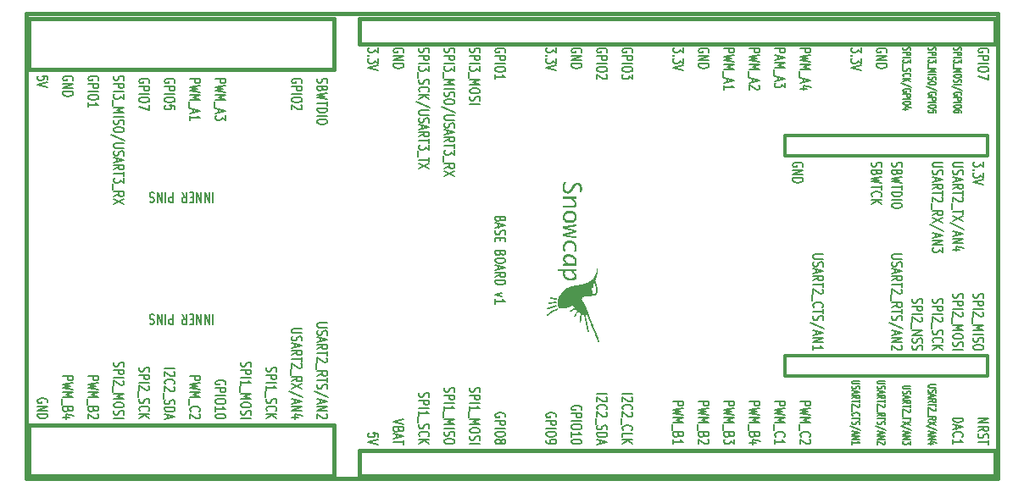
<source format=gto>
G04 (created by PCBNEW-RS274X (2012-apr-16-27)-stable) date Sun 17 Nov 2013 10:41:53 AM EET*
G01*
G70*
G90*
%MOIN*%
G04 Gerber Fmt 3.4, Leading zero omitted, Abs format*
%FSLAX34Y34*%
G04 APERTURE LIST*
%ADD10C,0.006000*%
%ADD11C,0.007500*%
%ADD12C,0.005000*%
%ADD13C,0.015000*%
%ADD14C,0.012000*%
%ADD15C,0.000100*%
G04 APERTURE END LIST*
G54D10*
G54D11*
X32048Y-19892D02*
X32029Y-19935D01*
X32010Y-19950D01*
X31971Y-19964D01*
X31914Y-19964D01*
X31876Y-19950D01*
X31857Y-19935D01*
X31838Y-19907D01*
X31838Y-19792D01*
X32238Y-19792D01*
X32238Y-19892D01*
X32219Y-19921D01*
X32200Y-19935D01*
X32162Y-19950D01*
X32124Y-19950D01*
X32086Y-19935D01*
X32067Y-19921D01*
X32048Y-19892D01*
X32048Y-19792D01*
X31952Y-20078D02*
X31952Y-20221D01*
X31838Y-20050D02*
X32238Y-20150D01*
X31838Y-20250D01*
X31857Y-20335D02*
X31838Y-20378D01*
X31838Y-20449D01*
X31857Y-20478D01*
X31876Y-20492D01*
X31914Y-20507D01*
X31952Y-20507D01*
X31990Y-20492D01*
X32010Y-20478D01*
X32029Y-20449D01*
X32048Y-20392D01*
X32067Y-20364D01*
X32086Y-20349D01*
X32124Y-20335D01*
X32162Y-20335D01*
X32200Y-20349D01*
X32219Y-20364D01*
X32238Y-20392D01*
X32238Y-20464D01*
X32219Y-20507D01*
X32048Y-20635D02*
X32048Y-20735D01*
X31838Y-20778D02*
X31838Y-20635D01*
X32238Y-20635D01*
X32238Y-20778D01*
X32048Y-21235D02*
X32029Y-21278D01*
X32010Y-21293D01*
X31971Y-21307D01*
X31914Y-21307D01*
X31876Y-21293D01*
X31857Y-21278D01*
X31838Y-21250D01*
X31838Y-21135D01*
X32238Y-21135D01*
X32238Y-21235D01*
X32219Y-21264D01*
X32200Y-21278D01*
X32162Y-21293D01*
X32124Y-21293D01*
X32086Y-21278D01*
X32067Y-21264D01*
X32048Y-21235D01*
X32048Y-21135D01*
X32238Y-21493D02*
X32238Y-21550D01*
X32219Y-21578D01*
X32181Y-21607D01*
X32105Y-21621D01*
X31971Y-21621D01*
X31895Y-21607D01*
X31857Y-21578D01*
X31838Y-21550D01*
X31838Y-21493D01*
X31857Y-21464D01*
X31895Y-21435D01*
X31971Y-21421D01*
X32105Y-21421D01*
X32181Y-21435D01*
X32219Y-21464D01*
X32238Y-21493D01*
X31952Y-21735D02*
X31952Y-21878D01*
X31838Y-21707D02*
X32238Y-21807D01*
X31838Y-21907D01*
X31838Y-22178D02*
X32029Y-22078D01*
X31838Y-22006D02*
X32238Y-22006D01*
X32238Y-22121D01*
X32219Y-22149D01*
X32200Y-22164D01*
X32162Y-22178D01*
X32105Y-22178D01*
X32067Y-22164D01*
X32048Y-22149D01*
X32029Y-22121D01*
X32029Y-22006D01*
X31838Y-22306D02*
X32238Y-22306D01*
X32238Y-22378D01*
X32219Y-22421D01*
X32181Y-22449D01*
X32143Y-22464D01*
X32067Y-22478D01*
X32010Y-22478D01*
X31933Y-22464D01*
X31895Y-22449D01*
X31857Y-22421D01*
X31838Y-22378D01*
X31838Y-22306D01*
X32105Y-22807D02*
X31838Y-22878D01*
X32105Y-22950D01*
X31838Y-23222D02*
X31838Y-23050D01*
X31838Y-23136D02*
X32238Y-23136D01*
X32181Y-23107D01*
X32143Y-23079D01*
X32124Y-23050D01*
X20736Y-23638D02*
X20736Y-24038D01*
X20593Y-23638D02*
X20593Y-24038D01*
X20421Y-23638D01*
X20421Y-24038D01*
X20279Y-23638D02*
X20279Y-24038D01*
X20107Y-23638D01*
X20107Y-24038D01*
X19965Y-23848D02*
X19865Y-23848D01*
X19822Y-23638D02*
X19965Y-23638D01*
X19965Y-24038D01*
X19822Y-24038D01*
X19522Y-23638D02*
X19622Y-23829D01*
X19694Y-23638D02*
X19694Y-24038D01*
X19579Y-24038D01*
X19551Y-24019D01*
X19536Y-24000D01*
X19522Y-23962D01*
X19522Y-23905D01*
X19536Y-23867D01*
X19551Y-23848D01*
X19579Y-23829D01*
X19694Y-23829D01*
X19165Y-23638D02*
X19165Y-24038D01*
X19050Y-24038D01*
X19022Y-24019D01*
X19007Y-24000D01*
X18993Y-23962D01*
X18993Y-23905D01*
X19007Y-23867D01*
X19022Y-23848D01*
X19050Y-23829D01*
X19165Y-23829D01*
X18865Y-23638D02*
X18865Y-24038D01*
X18722Y-23638D02*
X18722Y-24038D01*
X18550Y-23638D01*
X18550Y-24038D01*
X18422Y-23657D02*
X18379Y-23638D01*
X18308Y-23638D01*
X18279Y-23657D01*
X18265Y-23676D01*
X18250Y-23714D01*
X18250Y-23752D01*
X18265Y-23790D01*
X18279Y-23810D01*
X18308Y-23829D01*
X18365Y-23848D01*
X18393Y-23867D01*
X18408Y-23886D01*
X18422Y-23924D01*
X18422Y-23962D01*
X18408Y-24000D01*
X18393Y-24019D01*
X18365Y-24038D01*
X18293Y-24038D01*
X18250Y-24019D01*
X14219Y-27115D02*
X14238Y-27086D01*
X14238Y-27043D01*
X14219Y-27000D01*
X14181Y-26972D01*
X14143Y-26957D01*
X14067Y-26943D01*
X14010Y-26943D01*
X13933Y-26957D01*
X13895Y-26972D01*
X13857Y-27000D01*
X13838Y-27043D01*
X13838Y-27072D01*
X13857Y-27115D01*
X13876Y-27129D01*
X14010Y-27129D01*
X14010Y-27072D01*
X13838Y-27257D02*
X14238Y-27257D01*
X13838Y-27429D01*
X14238Y-27429D01*
X13838Y-27571D02*
X14238Y-27571D01*
X14238Y-27643D01*
X14219Y-27686D01*
X14181Y-27714D01*
X14143Y-27729D01*
X14067Y-27743D01*
X14010Y-27743D01*
X13933Y-27729D01*
X13895Y-27714D01*
X13857Y-27686D01*
X13838Y-27643D01*
X13838Y-27571D01*
X14838Y-26070D02*
X15238Y-26070D01*
X15238Y-26185D01*
X15219Y-26213D01*
X15200Y-26228D01*
X15162Y-26242D01*
X15105Y-26242D01*
X15067Y-26228D01*
X15048Y-26213D01*
X15029Y-26185D01*
X15029Y-26070D01*
X15238Y-26342D02*
X14838Y-26413D01*
X15124Y-26470D01*
X14838Y-26528D01*
X15238Y-26599D01*
X14838Y-26713D02*
X15238Y-26713D01*
X14952Y-26813D01*
X15238Y-26913D01*
X14838Y-26913D01*
X14800Y-26985D02*
X14800Y-27214D01*
X15048Y-27385D02*
X15029Y-27428D01*
X15010Y-27443D01*
X14971Y-27457D01*
X14914Y-27457D01*
X14876Y-27443D01*
X14857Y-27428D01*
X14838Y-27400D01*
X14838Y-27285D01*
X15238Y-27285D01*
X15238Y-27385D01*
X15219Y-27414D01*
X15200Y-27428D01*
X15162Y-27443D01*
X15124Y-27443D01*
X15086Y-27428D01*
X15067Y-27414D01*
X15048Y-27385D01*
X15048Y-27285D01*
X15105Y-27714D02*
X14838Y-27714D01*
X15257Y-27643D02*
X14971Y-27571D01*
X14971Y-27757D01*
X15838Y-26070D02*
X16238Y-26070D01*
X16238Y-26185D01*
X16219Y-26213D01*
X16200Y-26228D01*
X16162Y-26242D01*
X16105Y-26242D01*
X16067Y-26228D01*
X16048Y-26213D01*
X16029Y-26185D01*
X16029Y-26070D01*
X16238Y-26342D02*
X15838Y-26413D01*
X16124Y-26470D01*
X15838Y-26528D01*
X16238Y-26599D01*
X15838Y-26713D02*
X16238Y-26713D01*
X15952Y-26813D01*
X16238Y-26913D01*
X15838Y-26913D01*
X15800Y-26985D02*
X15800Y-27214D01*
X16048Y-27385D02*
X16029Y-27428D01*
X16010Y-27443D01*
X15971Y-27457D01*
X15914Y-27457D01*
X15876Y-27443D01*
X15857Y-27428D01*
X15838Y-27400D01*
X15838Y-27285D01*
X16238Y-27285D01*
X16238Y-27385D01*
X16219Y-27414D01*
X16200Y-27428D01*
X16162Y-27443D01*
X16124Y-27443D01*
X16086Y-27428D01*
X16067Y-27414D01*
X16048Y-27385D01*
X16048Y-27285D01*
X16200Y-27571D02*
X16219Y-27585D01*
X16238Y-27614D01*
X16238Y-27685D01*
X16219Y-27714D01*
X16200Y-27728D01*
X16162Y-27743D01*
X16124Y-27743D01*
X16067Y-27728D01*
X15838Y-27557D01*
X15838Y-27743D01*
X16857Y-25527D02*
X16838Y-25570D01*
X16838Y-25641D01*
X16857Y-25670D01*
X16876Y-25684D01*
X16914Y-25699D01*
X16952Y-25699D01*
X16990Y-25684D01*
X17010Y-25670D01*
X17029Y-25641D01*
X17048Y-25584D01*
X17067Y-25556D01*
X17086Y-25541D01*
X17124Y-25527D01*
X17162Y-25527D01*
X17200Y-25541D01*
X17219Y-25556D01*
X17238Y-25584D01*
X17238Y-25656D01*
X17219Y-25699D01*
X16838Y-25827D02*
X17238Y-25827D01*
X17238Y-25942D01*
X17219Y-25970D01*
X17200Y-25985D01*
X17162Y-25999D01*
X17105Y-25999D01*
X17067Y-25985D01*
X17048Y-25970D01*
X17029Y-25942D01*
X17029Y-25827D01*
X16838Y-26127D02*
X17238Y-26127D01*
X17200Y-26256D02*
X17219Y-26270D01*
X17238Y-26299D01*
X17238Y-26370D01*
X17219Y-26399D01*
X17200Y-26413D01*
X17162Y-26428D01*
X17124Y-26428D01*
X17067Y-26413D01*
X16838Y-26242D01*
X16838Y-26428D01*
X16800Y-26485D02*
X16800Y-26714D01*
X16838Y-26785D02*
X17238Y-26785D01*
X16952Y-26885D01*
X17238Y-26985D01*
X16838Y-26985D01*
X17238Y-27186D02*
X17238Y-27243D01*
X17219Y-27271D01*
X17181Y-27300D01*
X17105Y-27314D01*
X16971Y-27314D01*
X16895Y-27300D01*
X16857Y-27271D01*
X16838Y-27243D01*
X16838Y-27186D01*
X16857Y-27157D01*
X16895Y-27128D01*
X16971Y-27114D01*
X17105Y-27114D01*
X17181Y-27128D01*
X17219Y-27157D01*
X17238Y-27186D01*
X16857Y-27428D02*
X16838Y-27471D01*
X16838Y-27542D01*
X16857Y-27571D01*
X16876Y-27585D01*
X16914Y-27600D01*
X16952Y-27600D01*
X16990Y-27585D01*
X17010Y-27571D01*
X17029Y-27542D01*
X17048Y-27485D01*
X17067Y-27457D01*
X17086Y-27442D01*
X17124Y-27428D01*
X17162Y-27428D01*
X17200Y-27442D01*
X17219Y-27457D01*
X17238Y-27485D01*
X17238Y-27557D01*
X17219Y-27600D01*
X16838Y-27728D02*
X17238Y-27728D01*
X17857Y-25727D02*
X17838Y-25770D01*
X17838Y-25841D01*
X17857Y-25870D01*
X17876Y-25884D01*
X17914Y-25899D01*
X17952Y-25899D01*
X17990Y-25884D01*
X18010Y-25870D01*
X18029Y-25841D01*
X18048Y-25784D01*
X18067Y-25756D01*
X18086Y-25741D01*
X18124Y-25727D01*
X18162Y-25727D01*
X18200Y-25741D01*
X18219Y-25756D01*
X18238Y-25784D01*
X18238Y-25856D01*
X18219Y-25899D01*
X17838Y-26027D02*
X18238Y-26027D01*
X18238Y-26142D01*
X18219Y-26170D01*
X18200Y-26185D01*
X18162Y-26199D01*
X18105Y-26199D01*
X18067Y-26185D01*
X18048Y-26170D01*
X18029Y-26142D01*
X18029Y-26027D01*
X17838Y-26327D02*
X18238Y-26327D01*
X18200Y-26456D02*
X18219Y-26470D01*
X18238Y-26499D01*
X18238Y-26570D01*
X18219Y-26599D01*
X18200Y-26613D01*
X18162Y-26628D01*
X18124Y-26628D01*
X18067Y-26613D01*
X17838Y-26442D01*
X17838Y-26628D01*
X17800Y-26685D02*
X17800Y-26914D01*
X17857Y-26971D02*
X17838Y-27014D01*
X17838Y-27085D01*
X17857Y-27114D01*
X17876Y-27128D01*
X17914Y-27143D01*
X17952Y-27143D01*
X17990Y-27128D01*
X18010Y-27114D01*
X18029Y-27085D01*
X18048Y-27028D01*
X18067Y-27000D01*
X18086Y-26985D01*
X18124Y-26971D01*
X18162Y-26971D01*
X18200Y-26985D01*
X18219Y-27000D01*
X18238Y-27028D01*
X18238Y-27100D01*
X18219Y-27143D01*
X17876Y-27443D02*
X17857Y-27429D01*
X17838Y-27386D01*
X17838Y-27357D01*
X17857Y-27314D01*
X17895Y-27286D01*
X17933Y-27271D01*
X18010Y-27257D01*
X18067Y-27257D01*
X18143Y-27271D01*
X18181Y-27286D01*
X18219Y-27314D01*
X18238Y-27357D01*
X18238Y-27386D01*
X18219Y-27429D01*
X18200Y-27443D01*
X17838Y-27571D02*
X18238Y-27571D01*
X17838Y-27743D02*
X18067Y-27614D01*
X18238Y-27743D02*
X18010Y-27571D01*
X18838Y-25784D02*
X19238Y-25784D01*
X19200Y-25913D02*
X19219Y-25927D01*
X19238Y-25956D01*
X19238Y-26027D01*
X19219Y-26056D01*
X19200Y-26070D01*
X19162Y-26085D01*
X19124Y-26085D01*
X19067Y-26070D01*
X18838Y-25899D01*
X18838Y-26085D01*
X18876Y-26385D02*
X18857Y-26371D01*
X18838Y-26328D01*
X18838Y-26299D01*
X18857Y-26256D01*
X18895Y-26228D01*
X18933Y-26213D01*
X19010Y-26199D01*
X19067Y-26199D01*
X19143Y-26213D01*
X19181Y-26228D01*
X19219Y-26256D01*
X19238Y-26299D01*
X19238Y-26328D01*
X19219Y-26371D01*
X19200Y-26385D01*
X19200Y-26499D02*
X19219Y-26513D01*
X19238Y-26542D01*
X19238Y-26613D01*
X19219Y-26642D01*
X19200Y-26656D01*
X19162Y-26671D01*
X19124Y-26671D01*
X19067Y-26656D01*
X18838Y-26485D01*
X18838Y-26671D01*
X18800Y-26728D02*
X18800Y-26957D01*
X18857Y-27014D02*
X18838Y-27057D01*
X18838Y-27128D01*
X18857Y-27157D01*
X18876Y-27171D01*
X18914Y-27186D01*
X18952Y-27186D01*
X18990Y-27171D01*
X19010Y-27157D01*
X19029Y-27128D01*
X19048Y-27071D01*
X19067Y-27043D01*
X19086Y-27028D01*
X19124Y-27014D01*
X19162Y-27014D01*
X19200Y-27028D01*
X19219Y-27043D01*
X19238Y-27071D01*
X19238Y-27143D01*
X19219Y-27186D01*
X18838Y-27314D02*
X19238Y-27314D01*
X19238Y-27386D01*
X19219Y-27429D01*
X19181Y-27457D01*
X19143Y-27472D01*
X19067Y-27486D01*
X19010Y-27486D01*
X18933Y-27472D01*
X18895Y-27457D01*
X18857Y-27429D01*
X18838Y-27386D01*
X18838Y-27314D01*
X18952Y-27600D02*
X18952Y-27743D01*
X18838Y-27572D02*
X19238Y-27672D01*
X18838Y-27772D01*
X19838Y-26070D02*
X20238Y-26070D01*
X20238Y-26185D01*
X20219Y-26213D01*
X20200Y-26228D01*
X20162Y-26242D01*
X20105Y-26242D01*
X20067Y-26228D01*
X20048Y-26213D01*
X20029Y-26185D01*
X20029Y-26070D01*
X20238Y-26342D02*
X19838Y-26413D01*
X20124Y-26470D01*
X19838Y-26528D01*
X20238Y-26599D01*
X19838Y-26713D02*
X20238Y-26713D01*
X19952Y-26813D01*
X20238Y-26913D01*
X19838Y-26913D01*
X19800Y-26985D02*
X19800Y-27214D01*
X19876Y-27457D02*
X19857Y-27443D01*
X19838Y-27400D01*
X19838Y-27371D01*
X19857Y-27328D01*
X19895Y-27300D01*
X19933Y-27285D01*
X20010Y-27271D01*
X20067Y-27271D01*
X20143Y-27285D01*
X20181Y-27300D01*
X20219Y-27328D01*
X20238Y-27371D01*
X20238Y-27400D01*
X20219Y-27443D01*
X20200Y-27457D01*
X20200Y-27571D02*
X20219Y-27585D01*
X20238Y-27614D01*
X20238Y-27685D01*
X20219Y-27714D01*
X20200Y-27728D01*
X20162Y-27743D01*
X20124Y-27743D01*
X20067Y-27728D01*
X19838Y-27557D01*
X19838Y-27743D01*
X21219Y-26400D02*
X21238Y-26371D01*
X21238Y-26328D01*
X21219Y-26285D01*
X21181Y-26257D01*
X21143Y-26242D01*
X21067Y-26228D01*
X21010Y-26228D01*
X20933Y-26242D01*
X20895Y-26257D01*
X20857Y-26285D01*
X20838Y-26328D01*
X20838Y-26357D01*
X20857Y-26400D01*
X20876Y-26414D01*
X21010Y-26414D01*
X21010Y-26357D01*
X20838Y-26542D02*
X21238Y-26542D01*
X21238Y-26657D01*
X21219Y-26685D01*
X21200Y-26700D01*
X21162Y-26714D01*
X21105Y-26714D01*
X21067Y-26700D01*
X21048Y-26685D01*
X21029Y-26657D01*
X21029Y-26542D01*
X20838Y-26842D02*
X21238Y-26842D01*
X21238Y-27043D02*
X21238Y-27100D01*
X21219Y-27128D01*
X21181Y-27157D01*
X21105Y-27171D01*
X20971Y-27171D01*
X20895Y-27157D01*
X20857Y-27128D01*
X20838Y-27100D01*
X20838Y-27043D01*
X20857Y-27014D01*
X20895Y-26985D01*
X20971Y-26971D01*
X21105Y-26971D01*
X21181Y-26985D01*
X21219Y-27014D01*
X21238Y-27043D01*
X20838Y-27457D02*
X20838Y-27285D01*
X20838Y-27371D02*
X21238Y-27371D01*
X21181Y-27342D01*
X21143Y-27314D01*
X21124Y-27285D01*
X21238Y-27643D02*
X21238Y-27671D01*
X21219Y-27700D01*
X21200Y-27714D01*
X21162Y-27728D01*
X21086Y-27743D01*
X20990Y-27743D01*
X20914Y-27728D01*
X20876Y-27714D01*
X20857Y-27700D01*
X20838Y-27671D01*
X20838Y-27643D01*
X20857Y-27614D01*
X20876Y-27600D01*
X20914Y-27585D01*
X20990Y-27571D01*
X21086Y-27571D01*
X21162Y-27585D01*
X21200Y-27600D01*
X21219Y-27614D01*
X21238Y-27643D01*
X21857Y-25527D02*
X21838Y-25570D01*
X21838Y-25641D01*
X21857Y-25670D01*
X21876Y-25684D01*
X21914Y-25699D01*
X21952Y-25699D01*
X21990Y-25684D01*
X22010Y-25670D01*
X22029Y-25641D01*
X22048Y-25584D01*
X22067Y-25556D01*
X22086Y-25541D01*
X22124Y-25527D01*
X22162Y-25527D01*
X22200Y-25541D01*
X22219Y-25556D01*
X22238Y-25584D01*
X22238Y-25656D01*
X22219Y-25699D01*
X21838Y-25827D02*
X22238Y-25827D01*
X22238Y-25942D01*
X22219Y-25970D01*
X22200Y-25985D01*
X22162Y-25999D01*
X22105Y-25999D01*
X22067Y-25985D01*
X22048Y-25970D01*
X22029Y-25942D01*
X22029Y-25827D01*
X21838Y-26127D02*
X22238Y-26127D01*
X21838Y-26428D02*
X21838Y-26256D01*
X21838Y-26342D02*
X22238Y-26342D01*
X22181Y-26313D01*
X22143Y-26285D01*
X22124Y-26256D01*
X21800Y-26485D02*
X21800Y-26714D01*
X21838Y-26785D02*
X22238Y-26785D01*
X21952Y-26885D01*
X22238Y-26985D01*
X21838Y-26985D01*
X22238Y-27186D02*
X22238Y-27243D01*
X22219Y-27271D01*
X22181Y-27300D01*
X22105Y-27314D01*
X21971Y-27314D01*
X21895Y-27300D01*
X21857Y-27271D01*
X21838Y-27243D01*
X21838Y-27186D01*
X21857Y-27157D01*
X21895Y-27128D01*
X21971Y-27114D01*
X22105Y-27114D01*
X22181Y-27128D01*
X22219Y-27157D01*
X22238Y-27186D01*
X21857Y-27428D02*
X21838Y-27471D01*
X21838Y-27542D01*
X21857Y-27571D01*
X21876Y-27585D01*
X21914Y-27600D01*
X21952Y-27600D01*
X21990Y-27585D01*
X22010Y-27571D01*
X22029Y-27542D01*
X22048Y-27485D01*
X22067Y-27457D01*
X22086Y-27442D01*
X22124Y-27428D01*
X22162Y-27428D01*
X22200Y-27442D01*
X22219Y-27457D01*
X22238Y-27485D01*
X22238Y-27557D01*
X22219Y-27600D01*
X21838Y-27728D02*
X22238Y-27728D01*
X22857Y-25727D02*
X22838Y-25770D01*
X22838Y-25841D01*
X22857Y-25870D01*
X22876Y-25884D01*
X22914Y-25899D01*
X22952Y-25899D01*
X22990Y-25884D01*
X23010Y-25870D01*
X23029Y-25841D01*
X23048Y-25784D01*
X23067Y-25756D01*
X23086Y-25741D01*
X23124Y-25727D01*
X23162Y-25727D01*
X23200Y-25741D01*
X23219Y-25756D01*
X23238Y-25784D01*
X23238Y-25856D01*
X23219Y-25899D01*
X22838Y-26027D02*
X23238Y-26027D01*
X23238Y-26142D01*
X23219Y-26170D01*
X23200Y-26185D01*
X23162Y-26199D01*
X23105Y-26199D01*
X23067Y-26185D01*
X23048Y-26170D01*
X23029Y-26142D01*
X23029Y-26027D01*
X22838Y-26327D02*
X23238Y-26327D01*
X22838Y-26628D02*
X22838Y-26456D01*
X22838Y-26542D02*
X23238Y-26542D01*
X23181Y-26513D01*
X23143Y-26485D01*
X23124Y-26456D01*
X22800Y-26685D02*
X22800Y-26914D01*
X22857Y-26971D02*
X22838Y-27014D01*
X22838Y-27085D01*
X22857Y-27114D01*
X22876Y-27128D01*
X22914Y-27143D01*
X22952Y-27143D01*
X22990Y-27128D01*
X23010Y-27114D01*
X23029Y-27085D01*
X23048Y-27028D01*
X23067Y-27000D01*
X23086Y-26985D01*
X23124Y-26971D01*
X23162Y-26971D01*
X23200Y-26985D01*
X23219Y-27000D01*
X23238Y-27028D01*
X23238Y-27100D01*
X23219Y-27143D01*
X22876Y-27443D02*
X22857Y-27429D01*
X22838Y-27386D01*
X22838Y-27357D01*
X22857Y-27314D01*
X22895Y-27286D01*
X22933Y-27271D01*
X23010Y-27257D01*
X23067Y-27257D01*
X23143Y-27271D01*
X23181Y-27286D01*
X23219Y-27314D01*
X23238Y-27357D01*
X23238Y-27386D01*
X23219Y-27429D01*
X23200Y-27443D01*
X22838Y-27571D02*
X23238Y-27571D01*
X22838Y-27743D02*
X23067Y-27614D01*
X23238Y-27743D02*
X23010Y-27571D01*
X24238Y-24213D02*
X23914Y-24213D01*
X23876Y-24228D01*
X23857Y-24242D01*
X23838Y-24271D01*
X23838Y-24328D01*
X23857Y-24356D01*
X23876Y-24371D01*
X23914Y-24385D01*
X24238Y-24385D01*
X23857Y-24513D02*
X23838Y-24556D01*
X23838Y-24627D01*
X23857Y-24656D01*
X23876Y-24670D01*
X23914Y-24685D01*
X23952Y-24685D01*
X23990Y-24670D01*
X24010Y-24656D01*
X24029Y-24627D01*
X24048Y-24570D01*
X24067Y-24542D01*
X24086Y-24527D01*
X24124Y-24513D01*
X24162Y-24513D01*
X24200Y-24527D01*
X24219Y-24542D01*
X24238Y-24570D01*
X24238Y-24642D01*
X24219Y-24685D01*
X23952Y-24799D02*
X23952Y-24942D01*
X23838Y-24771D02*
X24238Y-24871D01*
X23838Y-24971D01*
X23838Y-25242D02*
X24029Y-25142D01*
X23838Y-25070D02*
X24238Y-25070D01*
X24238Y-25185D01*
X24219Y-25213D01*
X24200Y-25228D01*
X24162Y-25242D01*
X24105Y-25242D01*
X24067Y-25228D01*
X24048Y-25213D01*
X24029Y-25185D01*
X24029Y-25070D01*
X24238Y-25328D02*
X24238Y-25499D01*
X23838Y-25413D02*
X24238Y-25413D01*
X24200Y-25585D02*
X24219Y-25599D01*
X24238Y-25628D01*
X24238Y-25699D01*
X24219Y-25728D01*
X24200Y-25742D01*
X24162Y-25757D01*
X24124Y-25757D01*
X24067Y-25742D01*
X23838Y-25571D01*
X23838Y-25757D01*
X23800Y-25814D02*
X23800Y-26043D01*
X23838Y-26286D02*
X24029Y-26186D01*
X23838Y-26114D02*
X24238Y-26114D01*
X24238Y-26229D01*
X24219Y-26257D01*
X24200Y-26272D01*
X24162Y-26286D01*
X24105Y-26286D01*
X24067Y-26272D01*
X24048Y-26257D01*
X24029Y-26229D01*
X24029Y-26114D01*
X24238Y-26386D02*
X23838Y-26586D01*
X24238Y-26586D02*
X23838Y-26386D01*
X24257Y-26915D02*
X23743Y-26658D01*
X23952Y-27000D02*
X23952Y-27143D01*
X23838Y-26972D02*
X24238Y-27072D01*
X23838Y-27172D01*
X23838Y-27271D02*
X24238Y-27271D01*
X23838Y-27443D01*
X24238Y-27443D01*
X24105Y-27714D02*
X23838Y-27714D01*
X24257Y-27643D02*
X23971Y-27571D01*
X23971Y-27757D01*
X25238Y-23984D02*
X24914Y-23984D01*
X24876Y-23999D01*
X24857Y-24013D01*
X24838Y-24042D01*
X24838Y-24099D01*
X24857Y-24127D01*
X24876Y-24142D01*
X24914Y-24156D01*
X25238Y-24156D01*
X24857Y-24284D02*
X24838Y-24327D01*
X24838Y-24398D01*
X24857Y-24427D01*
X24876Y-24441D01*
X24914Y-24456D01*
X24952Y-24456D01*
X24990Y-24441D01*
X25010Y-24427D01*
X25029Y-24398D01*
X25048Y-24341D01*
X25067Y-24313D01*
X25086Y-24298D01*
X25124Y-24284D01*
X25162Y-24284D01*
X25200Y-24298D01*
X25219Y-24313D01*
X25238Y-24341D01*
X25238Y-24413D01*
X25219Y-24456D01*
X24952Y-24570D02*
X24952Y-24713D01*
X24838Y-24542D02*
X25238Y-24642D01*
X24838Y-24742D01*
X24838Y-25013D02*
X25029Y-24913D01*
X24838Y-24841D02*
X25238Y-24841D01*
X25238Y-24956D01*
X25219Y-24984D01*
X25200Y-24999D01*
X25162Y-25013D01*
X25105Y-25013D01*
X25067Y-24999D01*
X25048Y-24984D01*
X25029Y-24956D01*
X25029Y-24841D01*
X25238Y-25099D02*
X25238Y-25270D01*
X24838Y-25184D02*
X25238Y-25184D01*
X25200Y-25356D02*
X25219Y-25370D01*
X25238Y-25399D01*
X25238Y-25470D01*
X25219Y-25499D01*
X25200Y-25513D01*
X25162Y-25528D01*
X25124Y-25528D01*
X25067Y-25513D01*
X24838Y-25342D01*
X24838Y-25528D01*
X24800Y-25585D02*
X24800Y-25814D01*
X24838Y-26057D02*
X25029Y-25957D01*
X24838Y-25885D02*
X25238Y-25885D01*
X25238Y-26000D01*
X25219Y-26028D01*
X25200Y-26043D01*
X25162Y-26057D01*
X25105Y-26057D01*
X25067Y-26043D01*
X25048Y-26028D01*
X25029Y-26000D01*
X25029Y-25885D01*
X25238Y-26143D02*
X25238Y-26314D01*
X24838Y-26228D02*
X25238Y-26228D01*
X24857Y-26400D02*
X24838Y-26443D01*
X24838Y-26514D01*
X24857Y-26543D01*
X24876Y-26557D01*
X24914Y-26572D01*
X24952Y-26572D01*
X24990Y-26557D01*
X25010Y-26543D01*
X25029Y-26514D01*
X25048Y-26457D01*
X25067Y-26429D01*
X25086Y-26414D01*
X25124Y-26400D01*
X25162Y-26400D01*
X25200Y-26414D01*
X25219Y-26429D01*
X25238Y-26457D01*
X25238Y-26529D01*
X25219Y-26572D01*
X25257Y-26915D02*
X24743Y-26658D01*
X24952Y-27000D02*
X24952Y-27143D01*
X24838Y-26972D02*
X25238Y-27072D01*
X24838Y-27172D01*
X24838Y-27271D02*
X25238Y-27271D01*
X24838Y-27443D01*
X25238Y-27443D01*
X25200Y-27571D02*
X25219Y-27585D01*
X25238Y-27614D01*
X25238Y-27685D01*
X25219Y-27714D01*
X25200Y-27728D01*
X25162Y-27743D01*
X25124Y-27743D01*
X25067Y-27728D01*
X24838Y-27557D01*
X24838Y-27743D01*
X20736Y-18838D02*
X20736Y-19238D01*
X20593Y-18838D02*
X20593Y-19238D01*
X20421Y-18838D01*
X20421Y-19238D01*
X20279Y-18838D02*
X20279Y-19238D01*
X20107Y-18838D01*
X20107Y-19238D01*
X19965Y-19048D02*
X19865Y-19048D01*
X19822Y-18838D02*
X19965Y-18838D01*
X19965Y-19238D01*
X19822Y-19238D01*
X19522Y-18838D02*
X19622Y-19029D01*
X19694Y-18838D02*
X19694Y-19238D01*
X19579Y-19238D01*
X19551Y-19219D01*
X19536Y-19200D01*
X19522Y-19162D01*
X19522Y-19105D01*
X19536Y-19067D01*
X19551Y-19048D01*
X19579Y-19029D01*
X19694Y-19029D01*
X19165Y-18838D02*
X19165Y-19238D01*
X19050Y-19238D01*
X19022Y-19219D01*
X19007Y-19200D01*
X18993Y-19162D01*
X18993Y-19105D01*
X19007Y-19067D01*
X19022Y-19048D01*
X19050Y-19029D01*
X19165Y-19029D01*
X18865Y-18838D02*
X18865Y-19238D01*
X18722Y-18838D02*
X18722Y-19238D01*
X18550Y-18838D01*
X18550Y-19238D01*
X18422Y-18857D02*
X18379Y-18838D01*
X18308Y-18838D01*
X18279Y-18857D01*
X18265Y-18876D01*
X18250Y-18914D01*
X18250Y-18952D01*
X18265Y-18990D01*
X18279Y-19010D01*
X18308Y-19029D01*
X18365Y-19048D01*
X18393Y-19067D01*
X18408Y-19086D01*
X18422Y-19124D01*
X18422Y-19162D01*
X18408Y-19200D01*
X18393Y-19219D01*
X18365Y-19238D01*
X18293Y-19238D01*
X18250Y-19219D01*
X14238Y-14414D02*
X14238Y-14271D01*
X14048Y-14257D01*
X14067Y-14271D01*
X14086Y-14300D01*
X14086Y-14371D01*
X14067Y-14400D01*
X14048Y-14414D01*
X14010Y-14429D01*
X13914Y-14429D01*
X13876Y-14414D01*
X13857Y-14400D01*
X13838Y-14371D01*
X13838Y-14300D01*
X13857Y-14271D01*
X13876Y-14257D01*
X14238Y-14515D02*
X13838Y-14615D01*
X14238Y-14715D01*
X15219Y-14429D02*
X15238Y-14400D01*
X15238Y-14357D01*
X15219Y-14314D01*
X15181Y-14286D01*
X15143Y-14271D01*
X15067Y-14257D01*
X15010Y-14257D01*
X14933Y-14271D01*
X14895Y-14286D01*
X14857Y-14314D01*
X14838Y-14357D01*
X14838Y-14386D01*
X14857Y-14429D01*
X14876Y-14443D01*
X15010Y-14443D01*
X15010Y-14386D01*
X14838Y-14571D02*
X15238Y-14571D01*
X14838Y-14743D01*
X15238Y-14743D01*
X14838Y-14885D02*
X15238Y-14885D01*
X15238Y-14957D01*
X15219Y-15000D01*
X15181Y-15028D01*
X15143Y-15043D01*
X15067Y-15057D01*
X15010Y-15057D01*
X14933Y-15043D01*
X14895Y-15028D01*
X14857Y-15000D01*
X14838Y-14957D01*
X14838Y-14885D01*
X16219Y-14429D02*
X16238Y-14400D01*
X16238Y-14357D01*
X16219Y-14314D01*
X16181Y-14286D01*
X16143Y-14271D01*
X16067Y-14257D01*
X16010Y-14257D01*
X15933Y-14271D01*
X15895Y-14286D01*
X15857Y-14314D01*
X15838Y-14357D01*
X15838Y-14386D01*
X15857Y-14429D01*
X15876Y-14443D01*
X16010Y-14443D01*
X16010Y-14386D01*
X15838Y-14571D02*
X16238Y-14571D01*
X16238Y-14686D01*
X16219Y-14714D01*
X16200Y-14729D01*
X16162Y-14743D01*
X16105Y-14743D01*
X16067Y-14729D01*
X16048Y-14714D01*
X16029Y-14686D01*
X16029Y-14571D01*
X15838Y-14871D02*
X16238Y-14871D01*
X16238Y-15072D02*
X16238Y-15129D01*
X16219Y-15157D01*
X16181Y-15186D01*
X16105Y-15200D01*
X15971Y-15200D01*
X15895Y-15186D01*
X15857Y-15157D01*
X15838Y-15129D01*
X15838Y-15072D01*
X15857Y-15043D01*
X15895Y-15014D01*
X15971Y-15000D01*
X16105Y-15000D01*
X16181Y-15014D01*
X16219Y-15043D01*
X16238Y-15072D01*
X15838Y-15486D02*
X15838Y-15314D01*
X15838Y-15400D02*
X16238Y-15400D01*
X16181Y-15371D01*
X16143Y-15343D01*
X16124Y-15314D01*
X16857Y-14257D02*
X16838Y-14300D01*
X16838Y-14371D01*
X16857Y-14400D01*
X16876Y-14414D01*
X16914Y-14429D01*
X16952Y-14429D01*
X16990Y-14414D01*
X17010Y-14400D01*
X17029Y-14371D01*
X17048Y-14314D01*
X17067Y-14286D01*
X17086Y-14271D01*
X17124Y-14257D01*
X17162Y-14257D01*
X17200Y-14271D01*
X17219Y-14286D01*
X17238Y-14314D01*
X17238Y-14386D01*
X17219Y-14429D01*
X16838Y-14557D02*
X17238Y-14557D01*
X17238Y-14672D01*
X17219Y-14700D01*
X17200Y-14715D01*
X17162Y-14729D01*
X17105Y-14729D01*
X17067Y-14715D01*
X17048Y-14700D01*
X17029Y-14672D01*
X17029Y-14557D01*
X16838Y-14857D02*
X17238Y-14857D01*
X17238Y-14972D02*
X17238Y-15158D01*
X17086Y-15058D01*
X17086Y-15100D01*
X17067Y-15129D01*
X17048Y-15143D01*
X17010Y-15158D01*
X16914Y-15158D01*
X16876Y-15143D01*
X16857Y-15129D01*
X16838Y-15100D01*
X16838Y-15015D01*
X16857Y-14986D01*
X16876Y-14972D01*
X16800Y-15215D02*
X16800Y-15444D01*
X16838Y-15515D02*
X17238Y-15515D01*
X16952Y-15615D01*
X17238Y-15715D01*
X16838Y-15715D01*
X16838Y-15858D02*
X17238Y-15858D01*
X16857Y-15987D02*
X16838Y-16030D01*
X16838Y-16101D01*
X16857Y-16130D01*
X16876Y-16144D01*
X16914Y-16159D01*
X16952Y-16159D01*
X16990Y-16144D01*
X17010Y-16130D01*
X17029Y-16101D01*
X17048Y-16044D01*
X17067Y-16016D01*
X17086Y-16001D01*
X17124Y-15987D01*
X17162Y-15987D01*
X17200Y-16001D01*
X17219Y-16016D01*
X17238Y-16044D01*
X17238Y-16116D01*
X17219Y-16159D01*
X17238Y-16345D02*
X17238Y-16402D01*
X17219Y-16430D01*
X17181Y-16459D01*
X17105Y-16473D01*
X16971Y-16473D01*
X16895Y-16459D01*
X16857Y-16430D01*
X16838Y-16402D01*
X16838Y-16345D01*
X16857Y-16316D01*
X16895Y-16287D01*
X16971Y-16273D01*
X17105Y-16273D01*
X17181Y-16287D01*
X17219Y-16316D01*
X17238Y-16345D01*
X17257Y-16816D02*
X16743Y-16559D01*
X17238Y-16915D02*
X16914Y-16915D01*
X16876Y-16930D01*
X16857Y-16944D01*
X16838Y-16973D01*
X16838Y-17030D01*
X16857Y-17058D01*
X16876Y-17073D01*
X16914Y-17087D01*
X17238Y-17087D01*
X16857Y-17215D02*
X16838Y-17258D01*
X16838Y-17329D01*
X16857Y-17358D01*
X16876Y-17372D01*
X16914Y-17387D01*
X16952Y-17387D01*
X16990Y-17372D01*
X17010Y-17358D01*
X17029Y-17329D01*
X17048Y-17272D01*
X17067Y-17244D01*
X17086Y-17229D01*
X17124Y-17215D01*
X17162Y-17215D01*
X17200Y-17229D01*
X17219Y-17244D01*
X17238Y-17272D01*
X17238Y-17344D01*
X17219Y-17387D01*
X16952Y-17501D02*
X16952Y-17644D01*
X16838Y-17473D02*
X17238Y-17573D01*
X16838Y-17673D01*
X16838Y-17944D02*
X17029Y-17844D01*
X16838Y-17772D02*
X17238Y-17772D01*
X17238Y-17887D01*
X17219Y-17915D01*
X17200Y-17930D01*
X17162Y-17944D01*
X17105Y-17944D01*
X17067Y-17930D01*
X17048Y-17915D01*
X17029Y-17887D01*
X17029Y-17772D01*
X17238Y-18030D02*
X17238Y-18201D01*
X16838Y-18115D02*
X17238Y-18115D01*
X17238Y-18273D02*
X17238Y-18459D01*
X17086Y-18359D01*
X17086Y-18401D01*
X17067Y-18430D01*
X17048Y-18444D01*
X17010Y-18459D01*
X16914Y-18459D01*
X16876Y-18444D01*
X16857Y-18430D01*
X16838Y-18401D01*
X16838Y-18316D01*
X16857Y-18287D01*
X16876Y-18273D01*
X16800Y-18516D02*
X16800Y-18745D01*
X16838Y-18988D02*
X17029Y-18888D01*
X16838Y-18816D02*
X17238Y-18816D01*
X17238Y-18931D01*
X17219Y-18959D01*
X17200Y-18974D01*
X17162Y-18988D01*
X17105Y-18988D01*
X17067Y-18974D01*
X17048Y-18959D01*
X17029Y-18931D01*
X17029Y-18816D01*
X17238Y-19088D02*
X16838Y-19288D01*
X17238Y-19288D02*
X16838Y-19088D01*
X18219Y-14529D02*
X18238Y-14500D01*
X18238Y-14457D01*
X18219Y-14414D01*
X18181Y-14386D01*
X18143Y-14371D01*
X18067Y-14357D01*
X18010Y-14357D01*
X17933Y-14371D01*
X17895Y-14386D01*
X17857Y-14414D01*
X17838Y-14457D01*
X17838Y-14486D01*
X17857Y-14529D01*
X17876Y-14543D01*
X18010Y-14543D01*
X18010Y-14486D01*
X17838Y-14671D02*
X18238Y-14671D01*
X18238Y-14786D01*
X18219Y-14814D01*
X18200Y-14829D01*
X18162Y-14843D01*
X18105Y-14843D01*
X18067Y-14829D01*
X18048Y-14814D01*
X18029Y-14786D01*
X18029Y-14671D01*
X17838Y-14971D02*
X18238Y-14971D01*
X18238Y-15172D02*
X18238Y-15229D01*
X18219Y-15257D01*
X18181Y-15286D01*
X18105Y-15300D01*
X17971Y-15300D01*
X17895Y-15286D01*
X17857Y-15257D01*
X17838Y-15229D01*
X17838Y-15172D01*
X17857Y-15143D01*
X17895Y-15114D01*
X17971Y-15100D01*
X18105Y-15100D01*
X18181Y-15114D01*
X18219Y-15143D01*
X18238Y-15172D01*
X18238Y-15400D02*
X18238Y-15600D01*
X17838Y-15471D01*
X19219Y-14529D02*
X19238Y-14500D01*
X19238Y-14457D01*
X19219Y-14414D01*
X19181Y-14386D01*
X19143Y-14371D01*
X19067Y-14357D01*
X19010Y-14357D01*
X18933Y-14371D01*
X18895Y-14386D01*
X18857Y-14414D01*
X18838Y-14457D01*
X18838Y-14486D01*
X18857Y-14529D01*
X18876Y-14543D01*
X19010Y-14543D01*
X19010Y-14486D01*
X18838Y-14671D02*
X19238Y-14671D01*
X19238Y-14786D01*
X19219Y-14814D01*
X19200Y-14829D01*
X19162Y-14843D01*
X19105Y-14843D01*
X19067Y-14829D01*
X19048Y-14814D01*
X19029Y-14786D01*
X19029Y-14671D01*
X18838Y-14971D02*
X19238Y-14971D01*
X19238Y-15172D02*
X19238Y-15229D01*
X19219Y-15257D01*
X19181Y-15286D01*
X19105Y-15300D01*
X18971Y-15300D01*
X18895Y-15286D01*
X18857Y-15257D01*
X18838Y-15229D01*
X18838Y-15172D01*
X18857Y-15143D01*
X18895Y-15114D01*
X18971Y-15100D01*
X19105Y-15100D01*
X19181Y-15114D01*
X19219Y-15143D01*
X19238Y-15172D01*
X19238Y-15571D02*
X19238Y-15428D01*
X19048Y-15414D01*
X19067Y-15428D01*
X19086Y-15457D01*
X19086Y-15528D01*
X19067Y-15557D01*
X19048Y-15571D01*
X19010Y-15586D01*
X18914Y-15586D01*
X18876Y-15571D01*
X18857Y-15557D01*
X18838Y-15528D01*
X18838Y-15457D01*
X18857Y-15428D01*
X18876Y-15414D01*
X19838Y-14371D02*
X20238Y-14371D01*
X20238Y-14486D01*
X20219Y-14514D01*
X20200Y-14529D01*
X20162Y-14543D01*
X20105Y-14543D01*
X20067Y-14529D01*
X20048Y-14514D01*
X20029Y-14486D01*
X20029Y-14371D01*
X20238Y-14643D02*
X19838Y-14714D01*
X20124Y-14771D01*
X19838Y-14829D01*
X20238Y-14900D01*
X19838Y-15014D02*
X20238Y-15014D01*
X19952Y-15114D01*
X20238Y-15214D01*
X19838Y-15214D01*
X19800Y-15286D02*
X19800Y-15515D01*
X19952Y-15572D02*
X19952Y-15715D01*
X19838Y-15544D02*
X20238Y-15644D01*
X19838Y-15744D01*
X19838Y-16001D02*
X19838Y-15829D01*
X19838Y-15915D02*
X20238Y-15915D01*
X20181Y-15886D01*
X20143Y-15858D01*
X20124Y-15829D01*
X20838Y-14371D02*
X21238Y-14371D01*
X21238Y-14486D01*
X21219Y-14514D01*
X21200Y-14529D01*
X21162Y-14543D01*
X21105Y-14543D01*
X21067Y-14529D01*
X21048Y-14514D01*
X21029Y-14486D01*
X21029Y-14371D01*
X21238Y-14643D02*
X20838Y-14714D01*
X21124Y-14771D01*
X20838Y-14829D01*
X21238Y-14900D01*
X20838Y-15014D02*
X21238Y-15014D01*
X20952Y-15114D01*
X21238Y-15214D01*
X20838Y-15214D01*
X20800Y-15286D02*
X20800Y-15515D01*
X20952Y-15572D02*
X20952Y-15715D01*
X20838Y-15544D02*
X21238Y-15644D01*
X20838Y-15744D01*
X21238Y-15815D02*
X21238Y-16001D01*
X21086Y-15901D01*
X21086Y-15943D01*
X21067Y-15972D01*
X21048Y-15986D01*
X21010Y-16001D01*
X20914Y-16001D01*
X20876Y-15986D01*
X20857Y-15972D01*
X20838Y-15943D01*
X20838Y-15858D01*
X20857Y-15829D01*
X20876Y-15815D01*
X24219Y-14529D02*
X24238Y-14500D01*
X24238Y-14457D01*
X24219Y-14414D01*
X24181Y-14386D01*
X24143Y-14371D01*
X24067Y-14357D01*
X24010Y-14357D01*
X23933Y-14371D01*
X23895Y-14386D01*
X23857Y-14414D01*
X23838Y-14457D01*
X23838Y-14486D01*
X23857Y-14529D01*
X23876Y-14543D01*
X24010Y-14543D01*
X24010Y-14486D01*
X23838Y-14671D02*
X24238Y-14671D01*
X24238Y-14786D01*
X24219Y-14814D01*
X24200Y-14829D01*
X24162Y-14843D01*
X24105Y-14843D01*
X24067Y-14829D01*
X24048Y-14814D01*
X24029Y-14786D01*
X24029Y-14671D01*
X23838Y-14971D02*
X24238Y-14971D01*
X24238Y-15172D02*
X24238Y-15229D01*
X24219Y-15257D01*
X24181Y-15286D01*
X24105Y-15300D01*
X23971Y-15300D01*
X23895Y-15286D01*
X23857Y-15257D01*
X23838Y-15229D01*
X23838Y-15172D01*
X23857Y-15143D01*
X23895Y-15114D01*
X23971Y-15100D01*
X24105Y-15100D01*
X24181Y-15114D01*
X24219Y-15143D01*
X24238Y-15172D01*
X24200Y-15414D02*
X24219Y-15428D01*
X24238Y-15457D01*
X24238Y-15528D01*
X24219Y-15557D01*
X24200Y-15571D01*
X24162Y-15586D01*
X24124Y-15586D01*
X24067Y-15571D01*
X23838Y-15400D01*
X23838Y-15586D01*
X24857Y-14357D02*
X24838Y-14400D01*
X24838Y-14471D01*
X24857Y-14500D01*
X24876Y-14514D01*
X24914Y-14529D01*
X24952Y-14529D01*
X24990Y-14514D01*
X25010Y-14500D01*
X25029Y-14471D01*
X25048Y-14414D01*
X25067Y-14386D01*
X25086Y-14371D01*
X25124Y-14357D01*
X25162Y-14357D01*
X25200Y-14371D01*
X25219Y-14386D01*
X25238Y-14414D01*
X25238Y-14486D01*
X25219Y-14529D01*
X25048Y-14757D02*
X25029Y-14800D01*
X25010Y-14815D01*
X24971Y-14829D01*
X24914Y-14829D01*
X24876Y-14815D01*
X24857Y-14800D01*
X24838Y-14772D01*
X24838Y-14657D01*
X25238Y-14657D01*
X25238Y-14757D01*
X25219Y-14786D01*
X25200Y-14800D01*
X25162Y-14815D01*
X25124Y-14815D01*
X25086Y-14800D01*
X25067Y-14786D01*
X25048Y-14757D01*
X25048Y-14657D01*
X25238Y-14929D02*
X24838Y-15000D01*
X25124Y-15057D01*
X24838Y-15115D01*
X25238Y-15186D01*
X25238Y-15258D02*
X25238Y-15429D01*
X24838Y-15343D02*
X25238Y-15343D01*
X24838Y-15529D02*
X25238Y-15529D01*
X25238Y-15601D01*
X25219Y-15644D01*
X25181Y-15672D01*
X25143Y-15687D01*
X25067Y-15701D01*
X25010Y-15701D01*
X24933Y-15687D01*
X24895Y-15672D01*
X24857Y-15644D01*
X24838Y-15601D01*
X24838Y-15529D01*
X24838Y-15829D02*
X25238Y-15829D01*
X25238Y-16030D02*
X25238Y-16087D01*
X25219Y-16115D01*
X25181Y-16144D01*
X25105Y-16158D01*
X24971Y-16158D01*
X24895Y-16144D01*
X24857Y-16115D01*
X24838Y-16087D01*
X24838Y-16030D01*
X24857Y-16001D01*
X24895Y-15972D01*
X24971Y-15958D01*
X25105Y-15958D01*
X25181Y-15972D01*
X25219Y-16001D01*
X25238Y-16030D01*
X44738Y-21284D02*
X44414Y-21284D01*
X44376Y-21299D01*
X44357Y-21313D01*
X44338Y-21342D01*
X44338Y-21399D01*
X44357Y-21427D01*
X44376Y-21442D01*
X44414Y-21456D01*
X44738Y-21456D01*
X44357Y-21584D02*
X44338Y-21627D01*
X44338Y-21698D01*
X44357Y-21727D01*
X44376Y-21741D01*
X44414Y-21756D01*
X44452Y-21756D01*
X44490Y-21741D01*
X44510Y-21727D01*
X44529Y-21698D01*
X44548Y-21641D01*
X44567Y-21613D01*
X44586Y-21598D01*
X44624Y-21584D01*
X44662Y-21584D01*
X44700Y-21598D01*
X44719Y-21613D01*
X44738Y-21641D01*
X44738Y-21713D01*
X44719Y-21756D01*
X44452Y-21870D02*
X44452Y-22013D01*
X44338Y-21842D02*
X44738Y-21942D01*
X44338Y-22042D01*
X44338Y-22313D02*
X44529Y-22213D01*
X44338Y-22141D02*
X44738Y-22141D01*
X44738Y-22256D01*
X44719Y-22284D01*
X44700Y-22299D01*
X44662Y-22313D01*
X44605Y-22313D01*
X44567Y-22299D01*
X44548Y-22284D01*
X44529Y-22256D01*
X44529Y-22141D01*
X44738Y-22399D02*
X44738Y-22570D01*
X44338Y-22484D02*
X44738Y-22484D01*
X44700Y-22656D02*
X44719Y-22670D01*
X44738Y-22699D01*
X44738Y-22770D01*
X44719Y-22799D01*
X44700Y-22813D01*
X44662Y-22828D01*
X44624Y-22828D01*
X44567Y-22813D01*
X44338Y-22642D01*
X44338Y-22828D01*
X44300Y-22885D02*
X44300Y-23114D01*
X44376Y-23357D02*
X44357Y-23343D01*
X44338Y-23300D01*
X44338Y-23271D01*
X44357Y-23228D01*
X44395Y-23200D01*
X44433Y-23185D01*
X44510Y-23171D01*
X44567Y-23171D01*
X44643Y-23185D01*
X44681Y-23200D01*
X44719Y-23228D01*
X44738Y-23271D01*
X44738Y-23300D01*
X44719Y-23343D01*
X44700Y-23357D01*
X44738Y-23443D02*
X44738Y-23614D01*
X44338Y-23528D02*
X44738Y-23528D01*
X44357Y-23700D02*
X44338Y-23743D01*
X44338Y-23814D01*
X44357Y-23843D01*
X44376Y-23857D01*
X44414Y-23872D01*
X44452Y-23872D01*
X44490Y-23857D01*
X44510Y-23843D01*
X44529Y-23814D01*
X44548Y-23757D01*
X44567Y-23729D01*
X44586Y-23714D01*
X44624Y-23700D01*
X44662Y-23700D01*
X44700Y-23714D01*
X44719Y-23729D01*
X44738Y-23757D01*
X44738Y-23829D01*
X44719Y-23872D01*
X44757Y-24215D02*
X44243Y-23958D01*
X44452Y-24300D02*
X44452Y-24443D01*
X44338Y-24272D02*
X44738Y-24372D01*
X44338Y-24472D01*
X44338Y-24571D02*
X44738Y-24571D01*
X44338Y-24743D01*
X44738Y-24743D01*
X44338Y-25043D02*
X44338Y-24871D01*
X44338Y-24957D02*
X44738Y-24957D01*
X44681Y-24928D01*
X44643Y-24900D01*
X44624Y-24871D01*
X47838Y-21284D02*
X47514Y-21284D01*
X47476Y-21299D01*
X47457Y-21313D01*
X47438Y-21342D01*
X47438Y-21399D01*
X47457Y-21427D01*
X47476Y-21442D01*
X47514Y-21456D01*
X47838Y-21456D01*
X47457Y-21584D02*
X47438Y-21627D01*
X47438Y-21698D01*
X47457Y-21727D01*
X47476Y-21741D01*
X47514Y-21756D01*
X47552Y-21756D01*
X47590Y-21741D01*
X47610Y-21727D01*
X47629Y-21698D01*
X47648Y-21641D01*
X47667Y-21613D01*
X47686Y-21598D01*
X47724Y-21584D01*
X47762Y-21584D01*
X47800Y-21598D01*
X47819Y-21613D01*
X47838Y-21641D01*
X47838Y-21713D01*
X47819Y-21756D01*
X47552Y-21870D02*
X47552Y-22013D01*
X47438Y-21842D02*
X47838Y-21942D01*
X47438Y-22042D01*
X47438Y-22313D02*
X47629Y-22213D01*
X47438Y-22141D02*
X47838Y-22141D01*
X47838Y-22256D01*
X47819Y-22284D01*
X47800Y-22299D01*
X47762Y-22313D01*
X47705Y-22313D01*
X47667Y-22299D01*
X47648Y-22284D01*
X47629Y-22256D01*
X47629Y-22141D01*
X47838Y-22399D02*
X47838Y-22570D01*
X47438Y-22484D02*
X47838Y-22484D01*
X47800Y-22656D02*
X47819Y-22670D01*
X47838Y-22699D01*
X47838Y-22770D01*
X47819Y-22799D01*
X47800Y-22813D01*
X47762Y-22828D01*
X47724Y-22828D01*
X47667Y-22813D01*
X47438Y-22642D01*
X47438Y-22828D01*
X47400Y-22885D02*
X47400Y-23114D01*
X47438Y-23357D02*
X47629Y-23257D01*
X47438Y-23185D02*
X47838Y-23185D01*
X47838Y-23300D01*
X47819Y-23328D01*
X47800Y-23343D01*
X47762Y-23357D01*
X47705Y-23357D01*
X47667Y-23343D01*
X47648Y-23328D01*
X47629Y-23300D01*
X47629Y-23185D01*
X47838Y-23443D02*
X47838Y-23614D01*
X47438Y-23528D02*
X47838Y-23528D01*
X47457Y-23700D02*
X47438Y-23743D01*
X47438Y-23814D01*
X47457Y-23843D01*
X47476Y-23857D01*
X47514Y-23872D01*
X47552Y-23872D01*
X47590Y-23857D01*
X47610Y-23843D01*
X47629Y-23814D01*
X47648Y-23757D01*
X47667Y-23729D01*
X47686Y-23714D01*
X47724Y-23700D01*
X47762Y-23700D01*
X47800Y-23714D01*
X47819Y-23729D01*
X47838Y-23757D01*
X47838Y-23829D01*
X47819Y-23872D01*
X47857Y-24215D02*
X47343Y-23958D01*
X47552Y-24300D02*
X47552Y-24443D01*
X47438Y-24272D02*
X47838Y-24372D01*
X47438Y-24472D01*
X47438Y-24571D02*
X47838Y-24571D01*
X47438Y-24743D01*
X47838Y-24743D01*
X47800Y-24871D02*
X47819Y-24885D01*
X47838Y-24914D01*
X47838Y-24985D01*
X47819Y-25014D01*
X47800Y-25028D01*
X47762Y-25043D01*
X47724Y-25043D01*
X47667Y-25028D01*
X47438Y-24857D01*
X47438Y-25043D01*
X48257Y-23027D02*
X48238Y-23070D01*
X48238Y-23141D01*
X48257Y-23170D01*
X48276Y-23184D01*
X48314Y-23199D01*
X48352Y-23199D01*
X48390Y-23184D01*
X48410Y-23170D01*
X48429Y-23141D01*
X48448Y-23084D01*
X48467Y-23056D01*
X48486Y-23041D01*
X48524Y-23027D01*
X48562Y-23027D01*
X48600Y-23041D01*
X48619Y-23056D01*
X48638Y-23084D01*
X48638Y-23156D01*
X48619Y-23199D01*
X48238Y-23327D02*
X48638Y-23327D01*
X48638Y-23442D01*
X48619Y-23470D01*
X48600Y-23485D01*
X48562Y-23499D01*
X48505Y-23499D01*
X48467Y-23485D01*
X48448Y-23470D01*
X48429Y-23442D01*
X48429Y-23327D01*
X48238Y-23627D02*
X48638Y-23627D01*
X48600Y-23756D02*
X48619Y-23770D01*
X48638Y-23799D01*
X48638Y-23870D01*
X48619Y-23899D01*
X48600Y-23913D01*
X48562Y-23928D01*
X48524Y-23928D01*
X48467Y-23913D01*
X48238Y-23742D01*
X48238Y-23928D01*
X48200Y-23985D02*
X48200Y-24214D01*
X48238Y-24285D02*
X48638Y-24285D01*
X48238Y-24457D01*
X48638Y-24457D01*
X48257Y-24585D02*
X48238Y-24628D01*
X48238Y-24699D01*
X48257Y-24728D01*
X48276Y-24742D01*
X48314Y-24757D01*
X48352Y-24757D01*
X48390Y-24742D01*
X48410Y-24728D01*
X48429Y-24699D01*
X48448Y-24642D01*
X48467Y-24614D01*
X48486Y-24599D01*
X48524Y-24585D01*
X48562Y-24585D01*
X48600Y-24599D01*
X48619Y-24614D01*
X48638Y-24642D01*
X48638Y-24714D01*
X48619Y-24757D01*
X48257Y-24871D02*
X48238Y-24914D01*
X48238Y-24985D01*
X48257Y-25014D01*
X48276Y-25028D01*
X48314Y-25043D01*
X48352Y-25043D01*
X48390Y-25028D01*
X48410Y-25014D01*
X48429Y-24985D01*
X48448Y-24928D01*
X48467Y-24900D01*
X48486Y-24885D01*
X48524Y-24871D01*
X48562Y-24871D01*
X48600Y-24885D01*
X48619Y-24900D01*
X48638Y-24928D01*
X48638Y-25000D01*
X48619Y-25043D01*
X49057Y-23027D02*
X49038Y-23070D01*
X49038Y-23141D01*
X49057Y-23170D01*
X49076Y-23184D01*
X49114Y-23199D01*
X49152Y-23199D01*
X49190Y-23184D01*
X49210Y-23170D01*
X49229Y-23141D01*
X49248Y-23084D01*
X49267Y-23056D01*
X49286Y-23041D01*
X49324Y-23027D01*
X49362Y-23027D01*
X49400Y-23041D01*
X49419Y-23056D01*
X49438Y-23084D01*
X49438Y-23156D01*
X49419Y-23199D01*
X49038Y-23327D02*
X49438Y-23327D01*
X49438Y-23442D01*
X49419Y-23470D01*
X49400Y-23485D01*
X49362Y-23499D01*
X49305Y-23499D01*
X49267Y-23485D01*
X49248Y-23470D01*
X49229Y-23442D01*
X49229Y-23327D01*
X49038Y-23627D02*
X49438Y-23627D01*
X49400Y-23756D02*
X49419Y-23770D01*
X49438Y-23799D01*
X49438Y-23870D01*
X49419Y-23899D01*
X49400Y-23913D01*
X49362Y-23928D01*
X49324Y-23928D01*
X49267Y-23913D01*
X49038Y-23742D01*
X49038Y-23928D01*
X49000Y-23985D02*
X49000Y-24214D01*
X49057Y-24271D02*
X49038Y-24314D01*
X49038Y-24385D01*
X49057Y-24414D01*
X49076Y-24428D01*
X49114Y-24443D01*
X49152Y-24443D01*
X49190Y-24428D01*
X49210Y-24414D01*
X49229Y-24385D01*
X49248Y-24328D01*
X49267Y-24300D01*
X49286Y-24285D01*
X49324Y-24271D01*
X49362Y-24271D01*
X49400Y-24285D01*
X49419Y-24300D01*
X49438Y-24328D01*
X49438Y-24400D01*
X49419Y-24443D01*
X49076Y-24743D02*
X49057Y-24729D01*
X49038Y-24686D01*
X49038Y-24657D01*
X49057Y-24614D01*
X49095Y-24586D01*
X49133Y-24571D01*
X49210Y-24557D01*
X49267Y-24557D01*
X49343Y-24571D01*
X49381Y-24586D01*
X49419Y-24614D01*
X49438Y-24657D01*
X49438Y-24686D01*
X49419Y-24729D01*
X49400Y-24743D01*
X49038Y-24871D02*
X49438Y-24871D01*
X49038Y-25043D02*
X49267Y-24914D01*
X49438Y-25043D02*
X49210Y-24871D01*
X49857Y-22827D02*
X49838Y-22870D01*
X49838Y-22941D01*
X49857Y-22970D01*
X49876Y-22984D01*
X49914Y-22999D01*
X49952Y-22999D01*
X49990Y-22984D01*
X50010Y-22970D01*
X50029Y-22941D01*
X50048Y-22884D01*
X50067Y-22856D01*
X50086Y-22841D01*
X50124Y-22827D01*
X50162Y-22827D01*
X50200Y-22841D01*
X50219Y-22856D01*
X50238Y-22884D01*
X50238Y-22956D01*
X50219Y-22999D01*
X49838Y-23127D02*
X50238Y-23127D01*
X50238Y-23242D01*
X50219Y-23270D01*
X50200Y-23285D01*
X50162Y-23299D01*
X50105Y-23299D01*
X50067Y-23285D01*
X50048Y-23270D01*
X50029Y-23242D01*
X50029Y-23127D01*
X49838Y-23427D02*
X50238Y-23427D01*
X50200Y-23556D02*
X50219Y-23570D01*
X50238Y-23599D01*
X50238Y-23670D01*
X50219Y-23699D01*
X50200Y-23713D01*
X50162Y-23728D01*
X50124Y-23728D01*
X50067Y-23713D01*
X49838Y-23542D01*
X49838Y-23728D01*
X49800Y-23785D02*
X49800Y-24014D01*
X49838Y-24085D02*
X50238Y-24085D01*
X49952Y-24185D01*
X50238Y-24285D01*
X49838Y-24285D01*
X50238Y-24486D02*
X50238Y-24543D01*
X50219Y-24571D01*
X50181Y-24600D01*
X50105Y-24614D01*
X49971Y-24614D01*
X49895Y-24600D01*
X49857Y-24571D01*
X49838Y-24543D01*
X49838Y-24486D01*
X49857Y-24457D01*
X49895Y-24428D01*
X49971Y-24414D01*
X50105Y-24414D01*
X50181Y-24428D01*
X50219Y-24457D01*
X50238Y-24486D01*
X49857Y-24728D02*
X49838Y-24771D01*
X49838Y-24842D01*
X49857Y-24871D01*
X49876Y-24885D01*
X49914Y-24900D01*
X49952Y-24900D01*
X49990Y-24885D01*
X50010Y-24871D01*
X50029Y-24842D01*
X50048Y-24785D01*
X50067Y-24757D01*
X50086Y-24742D01*
X50124Y-24728D01*
X50162Y-24728D01*
X50200Y-24742D01*
X50219Y-24757D01*
X50238Y-24785D01*
X50238Y-24857D01*
X50219Y-24900D01*
X49838Y-25028D02*
X50238Y-25028D01*
X50657Y-22827D02*
X50638Y-22870D01*
X50638Y-22941D01*
X50657Y-22970D01*
X50676Y-22984D01*
X50714Y-22999D01*
X50752Y-22999D01*
X50790Y-22984D01*
X50810Y-22970D01*
X50829Y-22941D01*
X50848Y-22884D01*
X50867Y-22856D01*
X50886Y-22841D01*
X50924Y-22827D01*
X50962Y-22827D01*
X51000Y-22841D01*
X51019Y-22856D01*
X51038Y-22884D01*
X51038Y-22956D01*
X51019Y-22999D01*
X50638Y-23127D02*
X51038Y-23127D01*
X51038Y-23242D01*
X51019Y-23270D01*
X51000Y-23285D01*
X50962Y-23299D01*
X50905Y-23299D01*
X50867Y-23285D01*
X50848Y-23270D01*
X50829Y-23242D01*
X50829Y-23127D01*
X50638Y-23427D02*
X51038Y-23427D01*
X51000Y-23556D02*
X51019Y-23570D01*
X51038Y-23599D01*
X51038Y-23670D01*
X51019Y-23699D01*
X51000Y-23713D01*
X50962Y-23728D01*
X50924Y-23728D01*
X50867Y-23713D01*
X50638Y-23542D01*
X50638Y-23728D01*
X50600Y-23785D02*
X50600Y-24014D01*
X50638Y-24085D02*
X51038Y-24085D01*
X50752Y-24185D01*
X51038Y-24285D01*
X50638Y-24285D01*
X50638Y-24428D02*
X51038Y-24428D01*
X50657Y-24557D02*
X50638Y-24600D01*
X50638Y-24671D01*
X50657Y-24700D01*
X50676Y-24714D01*
X50714Y-24729D01*
X50752Y-24729D01*
X50790Y-24714D01*
X50810Y-24700D01*
X50829Y-24671D01*
X50848Y-24614D01*
X50867Y-24586D01*
X50886Y-24571D01*
X50924Y-24557D01*
X50962Y-24557D01*
X51000Y-24571D01*
X51019Y-24586D01*
X51038Y-24614D01*
X51038Y-24686D01*
X51019Y-24729D01*
X51038Y-24915D02*
X51038Y-24972D01*
X51019Y-25000D01*
X50981Y-25029D01*
X50905Y-25043D01*
X50771Y-25043D01*
X50695Y-25029D01*
X50657Y-25000D01*
X50638Y-24972D01*
X50638Y-24915D01*
X50657Y-24886D01*
X50695Y-24857D01*
X50771Y-24843D01*
X50905Y-24843D01*
X50981Y-24857D01*
X51019Y-24886D01*
X51038Y-24915D01*
X43919Y-17829D02*
X43938Y-17800D01*
X43938Y-17757D01*
X43919Y-17714D01*
X43881Y-17686D01*
X43843Y-17671D01*
X43767Y-17657D01*
X43710Y-17657D01*
X43633Y-17671D01*
X43595Y-17686D01*
X43557Y-17714D01*
X43538Y-17757D01*
X43538Y-17786D01*
X43557Y-17829D01*
X43576Y-17843D01*
X43710Y-17843D01*
X43710Y-17786D01*
X43538Y-17971D02*
X43938Y-17971D01*
X43538Y-18143D01*
X43938Y-18143D01*
X43538Y-18285D02*
X43938Y-18285D01*
X43938Y-18357D01*
X43919Y-18400D01*
X43881Y-18428D01*
X43843Y-18443D01*
X43767Y-18457D01*
X43710Y-18457D01*
X43633Y-18443D01*
X43595Y-18428D01*
X43557Y-18400D01*
X43538Y-18357D01*
X43538Y-18285D01*
X46657Y-17657D02*
X46638Y-17700D01*
X46638Y-17771D01*
X46657Y-17800D01*
X46676Y-17814D01*
X46714Y-17829D01*
X46752Y-17829D01*
X46790Y-17814D01*
X46810Y-17800D01*
X46829Y-17771D01*
X46848Y-17714D01*
X46867Y-17686D01*
X46886Y-17671D01*
X46924Y-17657D01*
X46962Y-17657D01*
X47000Y-17671D01*
X47019Y-17686D01*
X47038Y-17714D01*
X47038Y-17786D01*
X47019Y-17829D01*
X46848Y-18057D02*
X46829Y-18100D01*
X46810Y-18115D01*
X46771Y-18129D01*
X46714Y-18129D01*
X46676Y-18115D01*
X46657Y-18100D01*
X46638Y-18072D01*
X46638Y-17957D01*
X47038Y-17957D01*
X47038Y-18057D01*
X47019Y-18086D01*
X47000Y-18100D01*
X46962Y-18115D01*
X46924Y-18115D01*
X46886Y-18100D01*
X46867Y-18086D01*
X46848Y-18057D01*
X46848Y-17957D01*
X47038Y-18229D02*
X46638Y-18300D01*
X46924Y-18357D01*
X46638Y-18415D01*
X47038Y-18486D01*
X47038Y-18558D02*
X47038Y-18729D01*
X46638Y-18643D02*
X47038Y-18643D01*
X46676Y-19001D02*
X46657Y-18987D01*
X46638Y-18944D01*
X46638Y-18915D01*
X46657Y-18872D01*
X46695Y-18844D01*
X46733Y-18829D01*
X46810Y-18815D01*
X46867Y-18815D01*
X46943Y-18829D01*
X46981Y-18844D01*
X47019Y-18872D01*
X47038Y-18915D01*
X47038Y-18944D01*
X47019Y-18987D01*
X47000Y-19001D01*
X46638Y-19129D02*
X47038Y-19129D01*
X46638Y-19301D02*
X46867Y-19172D01*
X47038Y-19301D02*
X46810Y-19129D01*
X47457Y-17657D02*
X47438Y-17700D01*
X47438Y-17771D01*
X47457Y-17800D01*
X47476Y-17814D01*
X47514Y-17829D01*
X47552Y-17829D01*
X47590Y-17814D01*
X47610Y-17800D01*
X47629Y-17771D01*
X47648Y-17714D01*
X47667Y-17686D01*
X47686Y-17671D01*
X47724Y-17657D01*
X47762Y-17657D01*
X47800Y-17671D01*
X47819Y-17686D01*
X47838Y-17714D01*
X47838Y-17786D01*
X47819Y-17829D01*
X47648Y-18057D02*
X47629Y-18100D01*
X47610Y-18115D01*
X47571Y-18129D01*
X47514Y-18129D01*
X47476Y-18115D01*
X47457Y-18100D01*
X47438Y-18072D01*
X47438Y-17957D01*
X47838Y-17957D01*
X47838Y-18057D01*
X47819Y-18086D01*
X47800Y-18100D01*
X47762Y-18115D01*
X47724Y-18115D01*
X47686Y-18100D01*
X47667Y-18086D01*
X47648Y-18057D01*
X47648Y-17957D01*
X47838Y-18229D02*
X47438Y-18300D01*
X47724Y-18357D01*
X47438Y-18415D01*
X47838Y-18486D01*
X47838Y-18558D02*
X47838Y-18729D01*
X47438Y-18643D02*
X47838Y-18643D01*
X47438Y-18829D02*
X47838Y-18829D01*
X47838Y-18901D01*
X47819Y-18944D01*
X47781Y-18972D01*
X47743Y-18987D01*
X47667Y-19001D01*
X47610Y-19001D01*
X47533Y-18987D01*
X47495Y-18972D01*
X47457Y-18944D01*
X47438Y-18901D01*
X47438Y-18829D01*
X47438Y-19129D02*
X47838Y-19129D01*
X47838Y-19330D02*
X47838Y-19387D01*
X47819Y-19415D01*
X47781Y-19444D01*
X47705Y-19458D01*
X47571Y-19458D01*
X47495Y-19444D01*
X47457Y-19415D01*
X47438Y-19387D01*
X47438Y-19330D01*
X47457Y-19301D01*
X47495Y-19272D01*
X47571Y-19258D01*
X47705Y-19258D01*
X47781Y-19272D01*
X47819Y-19301D01*
X47838Y-19330D01*
X49438Y-17671D02*
X49114Y-17671D01*
X49076Y-17686D01*
X49057Y-17700D01*
X49038Y-17729D01*
X49038Y-17786D01*
X49057Y-17814D01*
X49076Y-17829D01*
X49114Y-17843D01*
X49438Y-17843D01*
X49057Y-17971D02*
X49038Y-18014D01*
X49038Y-18085D01*
X49057Y-18114D01*
X49076Y-18128D01*
X49114Y-18143D01*
X49152Y-18143D01*
X49190Y-18128D01*
X49210Y-18114D01*
X49229Y-18085D01*
X49248Y-18028D01*
X49267Y-18000D01*
X49286Y-17985D01*
X49324Y-17971D01*
X49362Y-17971D01*
X49400Y-17985D01*
X49419Y-18000D01*
X49438Y-18028D01*
X49438Y-18100D01*
X49419Y-18143D01*
X49152Y-18257D02*
X49152Y-18400D01*
X49038Y-18229D02*
X49438Y-18329D01*
X49038Y-18429D01*
X49038Y-18700D02*
X49229Y-18600D01*
X49038Y-18528D02*
X49438Y-18528D01*
X49438Y-18643D01*
X49419Y-18671D01*
X49400Y-18686D01*
X49362Y-18700D01*
X49305Y-18700D01*
X49267Y-18686D01*
X49248Y-18671D01*
X49229Y-18643D01*
X49229Y-18528D01*
X49438Y-18786D02*
X49438Y-18957D01*
X49038Y-18871D02*
X49438Y-18871D01*
X49400Y-19043D02*
X49419Y-19057D01*
X49438Y-19086D01*
X49438Y-19157D01*
X49419Y-19186D01*
X49400Y-19200D01*
X49362Y-19215D01*
X49324Y-19215D01*
X49267Y-19200D01*
X49038Y-19029D01*
X49038Y-19215D01*
X49000Y-19272D02*
X49000Y-19501D01*
X49038Y-19744D02*
X49229Y-19644D01*
X49038Y-19572D02*
X49438Y-19572D01*
X49438Y-19687D01*
X49419Y-19715D01*
X49400Y-19730D01*
X49362Y-19744D01*
X49305Y-19744D01*
X49267Y-19730D01*
X49248Y-19715D01*
X49229Y-19687D01*
X49229Y-19572D01*
X49438Y-19844D02*
X49038Y-20044D01*
X49438Y-20044D02*
X49038Y-19844D01*
X49457Y-20373D02*
X48943Y-20116D01*
X49152Y-20458D02*
X49152Y-20601D01*
X49038Y-20430D02*
X49438Y-20530D01*
X49038Y-20630D01*
X49038Y-20729D02*
X49438Y-20729D01*
X49038Y-20901D01*
X49438Y-20901D01*
X49438Y-21015D02*
X49438Y-21201D01*
X49286Y-21101D01*
X49286Y-21143D01*
X49267Y-21172D01*
X49248Y-21186D01*
X49210Y-21201D01*
X49114Y-21201D01*
X49076Y-21186D01*
X49057Y-21172D01*
X49038Y-21143D01*
X49038Y-21058D01*
X49057Y-21029D01*
X49076Y-21015D01*
X50238Y-17671D02*
X49914Y-17671D01*
X49876Y-17686D01*
X49857Y-17700D01*
X49838Y-17729D01*
X49838Y-17786D01*
X49857Y-17814D01*
X49876Y-17829D01*
X49914Y-17843D01*
X50238Y-17843D01*
X49857Y-17971D02*
X49838Y-18014D01*
X49838Y-18085D01*
X49857Y-18114D01*
X49876Y-18128D01*
X49914Y-18143D01*
X49952Y-18143D01*
X49990Y-18128D01*
X50010Y-18114D01*
X50029Y-18085D01*
X50048Y-18028D01*
X50067Y-18000D01*
X50086Y-17985D01*
X50124Y-17971D01*
X50162Y-17971D01*
X50200Y-17985D01*
X50219Y-18000D01*
X50238Y-18028D01*
X50238Y-18100D01*
X50219Y-18143D01*
X49952Y-18257D02*
X49952Y-18400D01*
X49838Y-18229D02*
X50238Y-18329D01*
X49838Y-18429D01*
X49838Y-18700D02*
X50029Y-18600D01*
X49838Y-18528D02*
X50238Y-18528D01*
X50238Y-18643D01*
X50219Y-18671D01*
X50200Y-18686D01*
X50162Y-18700D01*
X50105Y-18700D01*
X50067Y-18686D01*
X50048Y-18671D01*
X50029Y-18643D01*
X50029Y-18528D01*
X50238Y-18786D02*
X50238Y-18957D01*
X49838Y-18871D02*
X50238Y-18871D01*
X50200Y-19043D02*
X50219Y-19057D01*
X50238Y-19086D01*
X50238Y-19157D01*
X50219Y-19186D01*
X50200Y-19200D01*
X50162Y-19215D01*
X50124Y-19215D01*
X50067Y-19200D01*
X49838Y-19029D01*
X49838Y-19215D01*
X49800Y-19272D02*
X49800Y-19501D01*
X50238Y-19530D02*
X50238Y-19701D01*
X49838Y-19615D02*
X50238Y-19615D01*
X50238Y-19773D02*
X49838Y-19973D01*
X50238Y-19973D02*
X49838Y-19773D01*
X50257Y-20302D02*
X49743Y-20045D01*
X49952Y-20387D02*
X49952Y-20530D01*
X49838Y-20359D02*
X50238Y-20459D01*
X49838Y-20559D01*
X49838Y-20658D02*
X50238Y-20658D01*
X49838Y-20830D01*
X50238Y-20830D01*
X50105Y-21101D02*
X49838Y-21101D01*
X50257Y-21030D02*
X49971Y-20958D01*
X49971Y-21144D01*
X51038Y-17643D02*
X51038Y-17829D01*
X50886Y-17729D01*
X50886Y-17771D01*
X50867Y-17800D01*
X50848Y-17814D01*
X50810Y-17829D01*
X50714Y-17829D01*
X50676Y-17814D01*
X50657Y-17800D01*
X50638Y-17771D01*
X50638Y-17686D01*
X50657Y-17657D01*
X50676Y-17643D01*
X50676Y-17957D02*
X50657Y-17972D01*
X50638Y-17957D01*
X50657Y-17943D01*
X50676Y-17957D01*
X50638Y-17957D01*
X51038Y-18072D02*
X51038Y-18258D01*
X50886Y-18158D01*
X50886Y-18200D01*
X50867Y-18229D01*
X50848Y-18243D01*
X50810Y-18258D01*
X50714Y-18258D01*
X50676Y-18243D01*
X50657Y-18229D01*
X50638Y-18200D01*
X50638Y-18115D01*
X50657Y-18086D01*
X50676Y-18072D01*
X51038Y-18344D02*
X50638Y-18444D01*
X51038Y-18544D01*
X27238Y-28471D02*
X27238Y-28328D01*
X27048Y-28314D01*
X27067Y-28328D01*
X27086Y-28357D01*
X27086Y-28428D01*
X27067Y-28457D01*
X27048Y-28471D01*
X27010Y-28486D01*
X26914Y-28486D01*
X26876Y-28471D01*
X26857Y-28457D01*
X26838Y-28428D01*
X26838Y-28357D01*
X26857Y-28328D01*
X26876Y-28314D01*
X27238Y-28572D02*
X26838Y-28672D01*
X27238Y-28772D01*
X28238Y-27786D02*
X27838Y-27886D01*
X28238Y-27986D01*
X28048Y-28185D02*
X28029Y-28228D01*
X28010Y-28243D01*
X27971Y-28257D01*
X27914Y-28257D01*
X27876Y-28243D01*
X27857Y-28228D01*
X27838Y-28200D01*
X27838Y-28085D01*
X28238Y-28085D01*
X28238Y-28185D01*
X28219Y-28214D01*
X28200Y-28228D01*
X28162Y-28243D01*
X28124Y-28243D01*
X28086Y-28228D01*
X28067Y-28214D01*
X28048Y-28185D01*
X28048Y-28085D01*
X27952Y-28371D02*
X27952Y-28514D01*
X27838Y-28343D02*
X28238Y-28443D01*
X27838Y-28543D01*
X28238Y-28600D02*
X28238Y-28771D01*
X27838Y-28685D02*
X28238Y-28685D01*
X28857Y-26727D02*
X28838Y-26770D01*
X28838Y-26841D01*
X28857Y-26870D01*
X28876Y-26884D01*
X28914Y-26899D01*
X28952Y-26899D01*
X28990Y-26884D01*
X29010Y-26870D01*
X29029Y-26841D01*
X29048Y-26784D01*
X29067Y-26756D01*
X29086Y-26741D01*
X29124Y-26727D01*
X29162Y-26727D01*
X29200Y-26741D01*
X29219Y-26756D01*
X29238Y-26784D01*
X29238Y-26856D01*
X29219Y-26899D01*
X28838Y-27027D02*
X29238Y-27027D01*
X29238Y-27142D01*
X29219Y-27170D01*
X29200Y-27185D01*
X29162Y-27199D01*
X29105Y-27199D01*
X29067Y-27185D01*
X29048Y-27170D01*
X29029Y-27142D01*
X29029Y-27027D01*
X28838Y-27327D02*
X29238Y-27327D01*
X28838Y-27628D02*
X28838Y-27456D01*
X28838Y-27542D02*
X29238Y-27542D01*
X29181Y-27513D01*
X29143Y-27485D01*
X29124Y-27456D01*
X28800Y-27685D02*
X28800Y-27914D01*
X28857Y-27971D02*
X28838Y-28014D01*
X28838Y-28085D01*
X28857Y-28114D01*
X28876Y-28128D01*
X28914Y-28143D01*
X28952Y-28143D01*
X28990Y-28128D01*
X29010Y-28114D01*
X29029Y-28085D01*
X29048Y-28028D01*
X29067Y-28000D01*
X29086Y-27985D01*
X29124Y-27971D01*
X29162Y-27971D01*
X29200Y-27985D01*
X29219Y-28000D01*
X29238Y-28028D01*
X29238Y-28100D01*
X29219Y-28143D01*
X28876Y-28443D02*
X28857Y-28429D01*
X28838Y-28386D01*
X28838Y-28357D01*
X28857Y-28314D01*
X28895Y-28286D01*
X28933Y-28271D01*
X29010Y-28257D01*
X29067Y-28257D01*
X29143Y-28271D01*
X29181Y-28286D01*
X29219Y-28314D01*
X29238Y-28357D01*
X29238Y-28386D01*
X29219Y-28429D01*
X29200Y-28443D01*
X28838Y-28571D02*
X29238Y-28571D01*
X28838Y-28743D02*
X29067Y-28614D01*
X29238Y-28743D02*
X29010Y-28571D01*
X29857Y-26527D02*
X29838Y-26570D01*
X29838Y-26641D01*
X29857Y-26670D01*
X29876Y-26684D01*
X29914Y-26699D01*
X29952Y-26699D01*
X29990Y-26684D01*
X30010Y-26670D01*
X30029Y-26641D01*
X30048Y-26584D01*
X30067Y-26556D01*
X30086Y-26541D01*
X30124Y-26527D01*
X30162Y-26527D01*
X30200Y-26541D01*
X30219Y-26556D01*
X30238Y-26584D01*
X30238Y-26656D01*
X30219Y-26699D01*
X29838Y-26827D02*
X30238Y-26827D01*
X30238Y-26942D01*
X30219Y-26970D01*
X30200Y-26985D01*
X30162Y-26999D01*
X30105Y-26999D01*
X30067Y-26985D01*
X30048Y-26970D01*
X30029Y-26942D01*
X30029Y-26827D01*
X29838Y-27127D02*
X30238Y-27127D01*
X29838Y-27428D02*
X29838Y-27256D01*
X29838Y-27342D02*
X30238Y-27342D01*
X30181Y-27313D01*
X30143Y-27285D01*
X30124Y-27256D01*
X29800Y-27485D02*
X29800Y-27714D01*
X29838Y-27785D02*
X30238Y-27785D01*
X29952Y-27885D01*
X30238Y-27985D01*
X29838Y-27985D01*
X29838Y-28128D02*
X30238Y-28128D01*
X29857Y-28257D02*
X29838Y-28300D01*
X29838Y-28371D01*
X29857Y-28400D01*
X29876Y-28414D01*
X29914Y-28429D01*
X29952Y-28429D01*
X29990Y-28414D01*
X30010Y-28400D01*
X30029Y-28371D01*
X30048Y-28314D01*
X30067Y-28286D01*
X30086Y-28271D01*
X30124Y-28257D01*
X30162Y-28257D01*
X30200Y-28271D01*
X30219Y-28286D01*
X30238Y-28314D01*
X30238Y-28386D01*
X30219Y-28429D01*
X30238Y-28615D02*
X30238Y-28672D01*
X30219Y-28700D01*
X30181Y-28729D01*
X30105Y-28743D01*
X29971Y-28743D01*
X29895Y-28729D01*
X29857Y-28700D01*
X29838Y-28672D01*
X29838Y-28615D01*
X29857Y-28586D01*
X29895Y-28557D01*
X29971Y-28543D01*
X30105Y-28543D01*
X30181Y-28557D01*
X30219Y-28586D01*
X30238Y-28615D01*
X30857Y-26527D02*
X30838Y-26570D01*
X30838Y-26641D01*
X30857Y-26670D01*
X30876Y-26684D01*
X30914Y-26699D01*
X30952Y-26699D01*
X30990Y-26684D01*
X31010Y-26670D01*
X31029Y-26641D01*
X31048Y-26584D01*
X31067Y-26556D01*
X31086Y-26541D01*
X31124Y-26527D01*
X31162Y-26527D01*
X31200Y-26541D01*
X31219Y-26556D01*
X31238Y-26584D01*
X31238Y-26656D01*
X31219Y-26699D01*
X30838Y-26827D02*
X31238Y-26827D01*
X31238Y-26942D01*
X31219Y-26970D01*
X31200Y-26985D01*
X31162Y-26999D01*
X31105Y-26999D01*
X31067Y-26985D01*
X31048Y-26970D01*
X31029Y-26942D01*
X31029Y-26827D01*
X30838Y-27127D02*
X31238Y-27127D01*
X30838Y-27428D02*
X30838Y-27256D01*
X30838Y-27342D02*
X31238Y-27342D01*
X31181Y-27313D01*
X31143Y-27285D01*
X31124Y-27256D01*
X30800Y-27485D02*
X30800Y-27714D01*
X30838Y-27785D02*
X31238Y-27785D01*
X30952Y-27885D01*
X31238Y-27985D01*
X30838Y-27985D01*
X31238Y-28186D02*
X31238Y-28243D01*
X31219Y-28271D01*
X31181Y-28300D01*
X31105Y-28314D01*
X30971Y-28314D01*
X30895Y-28300D01*
X30857Y-28271D01*
X30838Y-28243D01*
X30838Y-28186D01*
X30857Y-28157D01*
X30895Y-28128D01*
X30971Y-28114D01*
X31105Y-28114D01*
X31181Y-28128D01*
X31219Y-28157D01*
X31238Y-28186D01*
X30857Y-28428D02*
X30838Y-28471D01*
X30838Y-28542D01*
X30857Y-28571D01*
X30876Y-28585D01*
X30914Y-28600D01*
X30952Y-28600D01*
X30990Y-28585D01*
X31010Y-28571D01*
X31029Y-28542D01*
X31048Y-28485D01*
X31067Y-28457D01*
X31086Y-28442D01*
X31124Y-28428D01*
X31162Y-28428D01*
X31200Y-28442D01*
X31219Y-28457D01*
X31238Y-28485D01*
X31238Y-28557D01*
X31219Y-28600D01*
X30838Y-28728D02*
X31238Y-28728D01*
X32219Y-27686D02*
X32238Y-27657D01*
X32238Y-27614D01*
X32219Y-27571D01*
X32181Y-27543D01*
X32143Y-27528D01*
X32067Y-27514D01*
X32010Y-27514D01*
X31933Y-27528D01*
X31895Y-27543D01*
X31857Y-27571D01*
X31838Y-27614D01*
X31838Y-27643D01*
X31857Y-27686D01*
X31876Y-27700D01*
X32010Y-27700D01*
X32010Y-27643D01*
X31838Y-27828D02*
X32238Y-27828D01*
X32238Y-27943D01*
X32219Y-27971D01*
X32200Y-27986D01*
X32162Y-28000D01*
X32105Y-28000D01*
X32067Y-27986D01*
X32048Y-27971D01*
X32029Y-27943D01*
X32029Y-27828D01*
X31838Y-28128D02*
X32238Y-28128D01*
X32238Y-28329D02*
X32238Y-28386D01*
X32219Y-28414D01*
X32181Y-28443D01*
X32105Y-28457D01*
X31971Y-28457D01*
X31895Y-28443D01*
X31857Y-28414D01*
X31838Y-28386D01*
X31838Y-28329D01*
X31857Y-28300D01*
X31895Y-28271D01*
X31971Y-28257D01*
X32105Y-28257D01*
X32181Y-28271D01*
X32219Y-28300D01*
X32238Y-28329D01*
X32067Y-28628D02*
X32086Y-28600D01*
X32105Y-28585D01*
X32143Y-28571D01*
X32162Y-28571D01*
X32200Y-28585D01*
X32219Y-28600D01*
X32238Y-28628D01*
X32238Y-28685D01*
X32219Y-28714D01*
X32200Y-28728D01*
X32162Y-28743D01*
X32143Y-28743D01*
X32105Y-28728D01*
X32086Y-28714D01*
X32067Y-28685D01*
X32067Y-28628D01*
X32048Y-28600D01*
X32029Y-28585D01*
X31990Y-28571D01*
X31914Y-28571D01*
X31876Y-28585D01*
X31857Y-28600D01*
X31838Y-28628D01*
X31838Y-28685D01*
X31857Y-28714D01*
X31876Y-28728D01*
X31914Y-28743D01*
X31990Y-28743D01*
X32029Y-28728D01*
X32048Y-28714D01*
X32067Y-28685D01*
X34219Y-27686D02*
X34238Y-27657D01*
X34238Y-27614D01*
X34219Y-27571D01*
X34181Y-27543D01*
X34143Y-27528D01*
X34067Y-27514D01*
X34010Y-27514D01*
X33933Y-27528D01*
X33895Y-27543D01*
X33857Y-27571D01*
X33838Y-27614D01*
X33838Y-27643D01*
X33857Y-27686D01*
X33876Y-27700D01*
X34010Y-27700D01*
X34010Y-27643D01*
X33838Y-27828D02*
X34238Y-27828D01*
X34238Y-27943D01*
X34219Y-27971D01*
X34200Y-27986D01*
X34162Y-28000D01*
X34105Y-28000D01*
X34067Y-27986D01*
X34048Y-27971D01*
X34029Y-27943D01*
X34029Y-27828D01*
X33838Y-28128D02*
X34238Y-28128D01*
X34238Y-28329D02*
X34238Y-28386D01*
X34219Y-28414D01*
X34181Y-28443D01*
X34105Y-28457D01*
X33971Y-28457D01*
X33895Y-28443D01*
X33857Y-28414D01*
X33838Y-28386D01*
X33838Y-28329D01*
X33857Y-28300D01*
X33895Y-28271D01*
X33971Y-28257D01*
X34105Y-28257D01*
X34181Y-28271D01*
X34219Y-28300D01*
X34238Y-28329D01*
X33838Y-28600D02*
X33838Y-28657D01*
X33857Y-28685D01*
X33876Y-28700D01*
X33933Y-28728D01*
X34010Y-28743D01*
X34162Y-28743D01*
X34200Y-28728D01*
X34219Y-28714D01*
X34238Y-28685D01*
X34238Y-28628D01*
X34219Y-28600D01*
X34200Y-28585D01*
X34162Y-28571D01*
X34067Y-28571D01*
X34029Y-28585D01*
X34010Y-28600D01*
X33990Y-28628D01*
X33990Y-28685D01*
X34010Y-28714D01*
X34029Y-28728D01*
X34067Y-28743D01*
X35219Y-27400D02*
X35238Y-27371D01*
X35238Y-27328D01*
X35219Y-27285D01*
X35181Y-27257D01*
X35143Y-27242D01*
X35067Y-27228D01*
X35010Y-27228D01*
X34933Y-27242D01*
X34895Y-27257D01*
X34857Y-27285D01*
X34838Y-27328D01*
X34838Y-27357D01*
X34857Y-27400D01*
X34876Y-27414D01*
X35010Y-27414D01*
X35010Y-27357D01*
X34838Y-27542D02*
X35238Y-27542D01*
X35238Y-27657D01*
X35219Y-27685D01*
X35200Y-27700D01*
X35162Y-27714D01*
X35105Y-27714D01*
X35067Y-27700D01*
X35048Y-27685D01*
X35029Y-27657D01*
X35029Y-27542D01*
X34838Y-27842D02*
X35238Y-27842D01*
X35238Y-28043D02*
X35238Y-28100D01*
X35219Y-28128D01*
X35181Y-28157D01*
X35105Y-28171D01*
X34971Y-28171D01*
X34895Y-28157D01*
X34857Y-28128D01*
X34838Y-28100D01*
X34838Y-28043D01*
X34857Y-28014D01*
X34895Y-27985D01*
X34971Y-27971D01*
X35105Y-27971D01*
X35181Y-27985D01*
X35219Y-28014D01*
X35238Y-28043D01*
X34838Y-28457D02*
X34838Y-28285D01*
X34838Y-28371D02*
X35238Y-28371D01*
X35181Y-28342D01*
X35143Y-28314D01*
X35124Y-28285D01*
X35238Y-28643D02*
X35238Y-28671D01*
X35219Y-28700D01*
X35200Y-28714D01*
X35162Y-28728D01*
X35086Y-28743D01*
X34990Y-28743D01*
X34914Y-28728D01*
X34876Y-28714D01*
X34857Y-28700D01*
X34838Y-28671D01*
X34838Y-28643D01*
X34857Y-28614D01*
X34876Y-28600D01*
X34914Y-28585D01*
X34990Y-28571D01*
X35086Y-28571D01*
X35162Y-28585D01*
X35200Y-28600D01*
X35219Y-28614D01*
X35238Y-28643D01*
X35838Y-26784D02*
X36238Y-26784D01*
X36200Y-26913D02*
X36219Y-26927D01*
X36238Y-26956D01*
X36238Y-27027D01*
X36219Y-27056D01*
X36200Y-27070D01*
X36162Y-27085D01*
X36124Y-27085D01*
X36067Y-27070D01*
X35838Y-26899D01*
X35838Y-27085D01*
X35876Y-27385D02*
X35857Y-27371D01*
X35838Y-27328D01*
X35838Y-27299D01*
X35857Y-27256D01*
X35895Y-27228D01*
X35933Y-27213D01*
X36010Y-27199D01*
X36067Y-27199D01*
X36143Y-27213D01*
X36181Y-27228D01*
X36219Y-27256D01*
X36238Y-27299D01*
X36238Y-27328D01*
X36219Y-27371D01*
X36200Y-27385D01*
X36200Y-27499D02*
X36219Y-27513D01*
X36238Y-27542D01*
X36238Y-27613D01*
X36219Y-27642D01*
X36200Y-27656D01*
X36162Y-27671D01*
X36124Y-27671D01*
X36067Y-27656D01*
X35838Y-27485D01*
X35838Y-27671D01*
X35800Y-27728D02*
X35800Y-27957D01*
X35857Y-28014D02*
X35838Y-28057D01*
X35838Y-28128D01*
X35857Y-28157D01*
X35876Y-28171D01*
X35914Y-28186D01*
X35952Y-28186D01*
X35990Y-28171D01*
X36010Y-28157D01*
X36029Y-28128D01*
X36048Y-28071D01*
X36067Y-28043D01*
X36086Y-28028D01*
X36124Y-28014D01*
X36162Y-28014D01*
X36200Y-28028D01*
X36219Y-28043D01*
X36238Y-28071D01*
X36238Y-28143D01*
X36219Y-28186D01*
X35838Y-28314D02*
X36238Y-28314D01*
X36238Y-28386D01*
X36219Y-28429D01*
X36181Y-28457D01*
X36143Y-28472D01*
X36067Y-28486D01*
X36010Y-28486D01*
X35933Y-28472D01*
X35895Y-28457D01*
X35857Y-28429D01*
X35838Y-28386D01*
X35838Y-28314D01*
X35952Y-28600D02*
X35952Y-28743D01*
X35838Y-28572D02*
X36238Y-28672D01*
X35838Y-28772D01*
X36838Y-26784D02*
X37238Y-26784D01*
X37200Y-26913D02*
X37219Y-26927D01*
X37238Y-26956D01*
X37238Y-27027D01*
X37219Y-27056D01*
X37200Y-27070D01*
X37162Y-27085D01*
X37124Y-27085D01*
X37067Y-27070D01*
X36838Y-26899D01*
X36838Y-27085D01*
X36876Y-27385D02*
X36857Y-27371D01*
X36838Y-27328D01*
X36838Y-27299D01*
X36857Y-27256D01*
X36895Y-27228D01*
X36933Y-27213D01*
X37010Y-27199D01*
X37067Y-27199D01*
X37143Y-27213D01*
X37181Y-27228D01*
X37219Y-27256D01*
X37238Y-27299D01*
X37238Y-27328D01*
X37219Y-27371D01*
X37200Y-27385D01*
X37200Y-27499D02*
X37219Y-27513D01*
X37238Y-27542D01*
X37238Y-27613D01*
X37219Y-27642D01*
X37200Y-27656D01*
X37162Y-27671D01*
X37124Y-27671D01*
X37067Y-27656D01*
X36838Y-27485D01*
X36838Y-27671D01*
X36800Y-27728D02*
X36800Y-27957D01*
X36876Y-28200D02*
X36857Y-28186D01*
X36838Y-28143D01*
X36838Y-28114D01*
X36857Y-28071D01*
X36895Y-28043D01*
X36933Y-28028D01*
X37010Y-28014D01*
X37067Y-28014D01*
X37143Y-28028D01*
X37181Y-28043D01*
X37219Y-28071D01*
X37238Y-28114D01*
X37238Y-28143D01*
X37219Y-28186D01*
X37200Y-28200D01*
X36838Y-28471D02*
X36838Y-28328D01*
X37238Y-28328D01*
X36838Y-28571D02*
X37238Y-28571D01*
X36838Y-28743D02*
X37067Y-28614D01*
X37238Y-28743D02*
X37010Y-28571D01*
X38838Y-27070D02*
X39238Y-27070D01*
X39238Y-27185D01*
X39219Y-27213D01*
X39200Y-27228D01*
X39162Y-27242D01*
X39105Y-27242D01*
X39067Y-27228D01*
X39048Y-27213D01*
X39029Y-27185D01*
X39029Y-27070D01*
X39238Y-27342D02*
X38838Y-27413D01*
X39124Y-27470D01*
X38838Y-27528D01*
X39238Y-27599D01*
X38838Y-27713D02*
X39238Y-27713D01*
X38952Y-27813D01*
X39238Y-27913D01*
X38838Y-27913D01*
X38800Y-27985D02*
X38800Y-28214D01*
X39048Y-28385D02*
X39029Y-28428D01*
X39010Y-28443D01*
X38971Y-28457D01*
X38914Y-28457D01*
X38876Y-28443D01*
X38857Y-28428D01*
X38838Y-28400D01*
X38838Y-28285D01*
X39238Y-28285D01*
X39238Y-28385D01*
X39219Y-28414D01*
X39200Y-28428D01*
X39162Y-28443D01*
X39124Y-28443D01*
X39086Y-28428D01*
X39067Y-28414D01*
X39048Y-28385D01*
X39048Y-28285D01*
X38838Y-28743D02*
X38838Y-28571D01*
X38838Y-28657D02*
X39238Y-28657D01*
X39181Y-28628D01*
X39143Y-28600D01*
X39124Y-28571D01*
X39838Y-27070D02*
X40238Y-27070D01*
X40238Y-27185D01*
X40219Y-27213D01*
X40200Y-27228D01*
X40162Y-27242D01*
X40105Y-27242D01*
X40067Y-27228D01*
X40048Y-27213D01*
X40029Y-27185D01*
X40029Y-27070D01*
X40238Y-27342D02*
X39838Y-27413D01*
X40124Y-27470D01*
X39838Y-27528D01*
X40238Y-27599D01*
X39838Y-27713D02*
X40238Y-27713D01*
X39952Y-27813D01*
X40238Y-27913D01*
X39838Y-27913D01*
X39800Y-27985D02*
X39800Y-28214D01*
X40048Y-28385D02*
X40029Y-28428D01*
X40010Y-28443D01*
X39971Y-28457D01*
X39914Y-28457D01*
X39876Y-28443D01*
X39857Y-28428D01*
X39838Y-28400D01*
X39838Y-28285D01*
X40238Y-28285D01*
X40238Y-28385D01*
X40219Y-28414D01*
X40200Y-28428D01*
X40162Y-28443D01*
X40124Y-28443D01*
X40086Y-28428D01*
X40067Y-28414D01*
X40048Y-28385D01*
X40048Y-28285D01*
X40200Y-28571D02*
X40219Y-28585D01*
X40238Y-28614D01*
X40238Y-28685D01*
X40219Y-28714D01*
X40200Y-28728D01*
X40162Y-28743D01*
X40124Y-28743D01*
X40067Y-28728D01*
X39838Y-28557D01*
X39838Y-28743D01*
X40838Y-27070D02*
X41238Y-27070D01*
X41238Y-27185D01*
X41219Y-27213D01*
X41200Y-27228D01*
X41162Y-27242D01*
X41105Y-27242D01*
X41067Y-27228D01*
X41048Y-27213D01*
X41029Y-27185D01*
X41029Y-27070D01*
X41238Y-27342D02*
X40838Y-27413D01*
X41124Y-27470D01*
X40838Y-27528D01*
X41238Y-27599D01*
X40838Y-27713D02*
X41238Y-27713D01*
X40952Y-27813D01*
X41238Y-27913D01*
X40838Y-27913D01*
X40800Y-27985D02*
X40800Y-28214D01*
X41048Y-28385D02*
X41029Y-28428D01*
X41010Y-28443D01*
X40971Y-28457D01*
X40914Y-28457D01*
X40876Y-28443D01*
X40857Y-28428D01*
X40838Y-28400D01*
X40838Y-28285D01*
X41238Y-28285D01*
X41238Y-28385D01*
X41219Y-28414D01*
X41200Y-28428D01*
X41162Y-28443D01*
X41124Y-28443D01*
X41086Y-28428D01*
X41067Y-28414D01*
X41048Y-28385D01*
X41048Y-28285D01*
X41238Y-28557D02*
X41238Y-28743D01*
X41086Y-28643D01*
X41086Y-28685D01*
X41067Y-28714D01*
X41048Y-28728D01*
X41010Y-28743D01*
X40914Y-28743D01*
X40876Y-28728D01*
X40857Y-28714D01*
X40838Y-28685D01*
X40838Y-28600D01*
X40857Y-28571D01*
X40876Y-28557D01*
X41838Y-27070D02*
X42238Y-27070D01*
X42238Y-27185D01*
X42219Y-27213D01*
X42200Y-27228D01*
X42162Y-27242D01*
X42105Y-27242D01*
X42067Y-27228D01*
X42048Y-27213D01*
X42029Y-27185D01*
X42029Y-27070D01*
X42238Y-27342D02*
X41838Y-27413D01*
X42124Y-27470D01*
X41838Y-27528D01*
X42238Y-27599D01*
X41838Y-27713D02*
X42238Y-27713D01*
X41952Y-27813D01*
X42238Y-27913D01*
X41838Y-27913D01*
X41800Y-27985D02*
X41800Y-28214D01*
X42048Y-28385D02*
X42029Y-28428D01*
X42010Y-28443D01*
X41971Y-28457D01*
X41914Y-28457D01*
X41876Y-28443D01*
X41857Y-28428D01*
X41838Y-28400D01*
X41838Y-28285D01*
X42238Y-28285D01*
X42238Y-28385D01*
X42219Y-28414D01*
X42200Y-28428D01*
X42162Y-28443D01*
X42124Y-28443D01*
X42086Y-28428D01*
X42067Y-28414D01*
X42048Y-28385D01*
X42048Y-28285D01*
X42105Y-28714D02*
X41838Y-28714D01*
X42257Y-28643D02*
X41971Y-28571D01*
X41971Y-28757D01*
X42838Y-27070D02*
X43238Y-27070D01*
X43238Y-27185D01*
X43219Y-27213D01*
X43200Y-27228D01*
X43162Y-27242D01*
X43105Y-27242D01*
X43067Y-27228D01*
X43048Y-27213D01*
X43029Y-27185D01*
X43029Y-27070D01*
X43238Y-27342D02*
X42838Y-27413D01*
X43124Y-27470D01*
X42838Y-27528D01*
X43238Y-27599D01*
X42838Y-27713D02*
X43238Y-27713D01*
X42952Y-27813D01*
X43238Y-27913D01*
X42838Y-27913D01*
X42800Y-27985D02*
X42800Y-28214D01*
X42876Y-28457D02*
X42857Y-28443D01*
X42838Y-28400D01*
X42838Y-28371D01*
X42857Y-28328D01*
X42895Y-28300D01*
X42933Y-28285D01*
X43010Y-28271D01*
X43067Y-28271D01*
X43143Y-28285D01*
X43181Y-28300D01*
X43219Y-28328D01*
X43238Y-28371D01*
X43238Y-28400D01*
X43219Y-28443D01*
X43200Y-28457D01*
X42838Y-28743D02*
X42838Y-28571D01*
X42838Y-28657D02*
X43238Y-28657D01*
X43181Y-28628D01*
X43143Y-28600D01*
X43124Y-28571D01*
X43838Y-27070D02*
X44238Y-27070D01*
X44238Y-27185D01*
X44219Y-27213D01*
X44200Y-27228D01*
X44162Y-27242D01*
X44105Y-27242D01*
X44067Y-27228D01*
X44048Y-27213D01*
X44029Y-27185D01*
X44029Y-27070D01*
X44238Y-27342D02*
X43838Y-27413D01*
X44124Y-27470D01*
X43838Y-27528D01*
X44238Y-27599D01*
X43838Y-27713D02*
X44238Y-27713D01*
X43952Y-27813D01*
X44238Y-27913D01*
X43838Y-27913D01*
X43800Y-27985D02*
X43800Y-28214D01*
X43876Y-28457D02*
X43857Y-28443D01*
X43838Y-28400D01*
X43838Y-28371D01*
X43857Y-28328D01*
X43895Y-28300D01*
X43933Y-28285D01*
X44010Y-28271D01*
X44067Y-28271D01*
X44143Y-28285D01*
X44181Y-28300D01*
X44219Y-28328D01*
X44238Y-28371D01*
X44238Y-28400D01*
X44219Y-28443D01*
X44200Y-28457D01*
X44200Y-28571D02*
X44219Y-28585D01*
X44238Y-28614D01*
X44238Y-28685D01*
X44219Y-28714D01*
X44200Y-28728D01*
X44162Y-28743D01*
X44124Y-28743D01*
X44067Y-28728D01*
X43838Y-28557D01*
X43838Y-28743D01*
G54D12*
X46179Y-26260D02*
X45936Y-26260D01*
X45907Y-26269D01*
X45893Y-26279D01*
X45879Y-26298D01*
X45879Y-26336D01*
X45893Y-26355D01*
X45907Y-26364D01*
X45936Y-26374D01*
X46179Y-26374D01*
X45893Y-26460D02*
X45879Y-26489D01*
X45879Y-26536D01*
X45893Y-26555D01*
X45907Y-26565D01*
X45936Y-26574D01*
X45964Y-26574D01*
X45993Y-26565D01*
X46007Y-26555D01*
X46021Y-26536D01*
X46036Y-26498D01*
X46050Y-26479D01*
X46064Y-26470D01*
X46093Y-26460D01*
X46121Y-26460D01*
X46150Y-26470D01*
X46164Y-26479D01*
X46179Y-26498D01*
X46179Y-26546D01*
X46164Y-26574D01*
X45964Y-26650D02*
X45964Y-26745D01*
X45879Y-26631D02*
X46179Y-26698D01*
X45879Y-26764D01*
X45879Y-26945D02*
X46021Y-26878D01*
X45879Y-26831D02*
X46179Y-26831D01*
X46179Y-26907D01*
X46164Y-26926D01*
X46150Y-26935D01*
X46121Y-26945D01*
X46079Y-26945D01*
X46050Y-26935D01*
X46036Y-26926D01*
X46021Y-26907D01*
X46021Y-26831D01*
X46179Y-27002D02*
X46179Y-27116D01*
X45879Y-27059D02*
X46179Y-27059D01*
X46150Y-27173D02*
X46164Y-27183D01*
X46179Y-27202D01*
X46179Y-27249D01*
X46164Y-27268D01*
X46150Y-27278D01*
X46121Y-27287D01*
X46093Y-27287D01*
X46050Y-27278D01*
X45879Y-27164D01*
X45879Y-27287D01*
X45850Y-27325D02*
X45850Y-27477D01*
X45907Y-27639D02*
X45893Y-27629D01*
X45879Y-27601D01*
X45879Y-27582D01*
X45893Y-27553D01*
X45921Y-27534D01*
X45950Y-27525D01*
X46007Y-27515D01*
X46050Y-27515D01*
X46107Y-27525D01*
X46136Y-27534D01*
X46164Y-27553D01*
X46179Y-27582D01*
X46179Y-27601D01*
X46164Y-27629D01*
X46150Y-27639D01*
X46179Y-27696D02*
X46179Y-27810D01*
X45879Y-27753D02*
X46179Y-27753D01*
X45893Y-27867D02*
X45879Y-27896D01*
X45879Y-27943D01*
X45893Y-27962D01*
X45907Y-27972D01*
X45936Y-27981D01*
X45964Y-27981D01*
X45993Y-27972D01*
X46007Y-27962D01*
X46021Y-27943D01*
X46036Y-27905D01*
X46050Y-27886D01*
X46064Y-27877D01*
X46093Y-27867D01*
X46121Y-27867D01*
X46150Y-27877D01*
X46164Y-27886D01*
X46179Y-27905D01*
X46179Y-27953D01*
X46164Y-27981D01*
X46193Y-28209D02*
X45807Y-28038D01*
X45964Y-28267D02*
X45964Y-28362D01*
X45879Y-28248D02*
X46179Y-28315D01*
X45879Y-28381D01*
X45879Y-28448D02*
X46179Y-28448D01*
X45879Y-28562D01*
X46179Y-28562D01*
X45879Y-28762D02*
X45879Y-28648D01*
X45879Y-28705D02*
X46179Y-28705D01*
X46136Y-28686D01*
X46107Y-28667D01*
X46093Y-28648D01*
X47179Y-26260D02*
X46936Y-26260D01*
X46907Y-26269D01*
X46893Y-26279D01*
X46879Y-26298D01*
X46879Y-26336D01*
X46893Y-26355D01*
X46907Y-26364D01*
X46936Y-26374D01*
X47179Y-26374D01*
X46893Y-26460D02*
X46879Y-26489D01*
X46879Y-26536D01*
X46893Y-26555D01*
X46907Y-26565D01*
X46936Y-26574D01*
X46964Y-26574D01*
X46993Y-26565D01*
X47007Y-26555D01*
X47021Y-26536D01*
X47036Y-26498D01*
X47050Y-26479D01*
X47064Y-26470D01*
X47093Y-26460D01*
X47121Y-26460D01*
X47150Y-26470D01*
X47164Y-26479D01*
X47179Y-26498D01*
X47179Y-26546D01*
X47164Y-26574D01*
X46964Y-26650D02*
X46964Y-26745D01*
X46879Y-26631D02*
X47179Y-26698D01*
X46879Y-26764D01*
X46879Y-26945D02*
X47021Y-26878D01*
X46879Y-26831D02*
X47179Y-26831D01*
X47179Y-26907D01*
X47164Y-26926D01*
X47150Y-26935D01*
X47121Y-26945D01*
X47079Y-26945D01*
X47050Y-26935D01*
X47036Y-26926D01*
X47021Y-26907D01*
X47021Y-26831D01*
X47179Y-27002D02*
X47179Y-27116D01*
X46879Y-27059D02*
X47179Y-27059D01*
X47150Y-27173D02*
X47164Y-27183D01*
X47179Y-27202D01*
X47179Y-27249D01*
X47164Y-27268D01*
X47150Y-27278D01*
X47121Y-27287D01*
X47093Y-27287D01*
X47050Y-27278D01*
X46879Y-27164D01*
X46879Y-27287D01*
X46850Y-27325D02*
X46850Y-27477D01*
X46879Y-27639D02*
X47021Y-27572D01*
X46879Y-27525D02*
X47179Y-27525D01*
X47179Y-27601D01*
X47164Y-27620D01*
X47150Y-27629D01*
X47121Y-27639D01*
X47079Y-27639D01*
X47050Y-27629D01*
X47036Y-27620D01*
X47021Y-27601D01*
X47021Y-27525D01*
X47179Y-27696D02*
X47179Y-27810D01*
X46879Y-27753D02*
X47179Y-27753D01*
X46893Y-27867D02*
X46879Y-27896D01*
X46879Y-27943D01*
X46893Y-27962D01*
X46907Y-27972D01*
X46936Y-27981D01*
X46964Y-27981D01*
X46993Y-27972D01*
X47007Y-27962D01*
X47021Y-27943D01*
X47036Y-27905D01*
X47050Y-27886D01*
X47064Y-27877D01*
X47093Y-27867D01*
X47121Y-27867D01*
X47150Y-27877D01*
X47164Y-27886D01*
X47179Y-27905D01*
X47179Y-27953D01*
X47164Y-27981D01*
X47193Y-28209D02*
X46807Y-28038D01*
X46964Y-28267D02*
X46964Y-28362D01*
X46879Y-28248D02*
X47179Y-28315D01*
X46879Y-28381D01*
X46879Y-28448D02*
X47179Y-28448D01*
X46879Y-28562D01*
X47179Y-28562D01*
X47150Y-28648D02*
X47164Y-28658D01*
X47179Y-28677D01*
X47179Y-28724D01*
X47164Y-28743D01*
X47150Y-28753D01*
X47121Y-28762D01*
X47093Y-28762D01*
X47050Y-28753D01*
X46879Y-28639D01*
X46879Y-28762D01*
X48179Y-26460D02*
X47936Y-26460D01*
X47907Y-26469D01*
X47893Y-26479D01*
X47879Y-26498D01*
X47879Y-26536D01*
X47893Y-26555D01*
X47907Y-26564D01*
X47936Y-26574D01*
X48179Y-26574D01*
X47893Y-26660D02*
X47879Y-26689D01*
X47879Y-26736D01*
X47893Y-26755D01*
X47907Y-26765D01*
X47936Y-26774D01*
X47964Y-26774D01*
X47993Y-26765D01*
X48007Y-26755D01*
X48021Y-26736D01*
X48036Y-26698D01*
X48050Y-26679D01*
X48064Y-26670D01*
X48093Y-26660D01*
X48121Y-26660D01*
X48150Y-26670D01*
X48164Y-26679D01*
X48179Y-26698D01*
X48179Y-26746D01*
X48164Y-26774D01*
X47964Y-26850D02*
X47964Y-26945D01*
X47879Y-26831D02*
X48179Y-26898D01*
X47879Y-26964D01*
X47879Y-27145D02*
X48021Y-27078D01*
X47879Y-27031D02*
X48179Y-27031D01*
X48179Y-27107D01*
X48164Y-27126D01*
X48150Y-27135D01*
X48121Y-27145D01*
X48079Y-27145D01*
X48050Y-27135D01*
X48036Y-27126D01*
X48021Y-27107D01*
X48021Y-27031D01*
X48179Y-27202D02*
X48179Y-27316D01*
X47879Y-27259D02*
X48179Y-27259D01*
X48150Y-27373D02*
X48164Y-27383D01*
X48179Y-27402D01*
X48179Y-27449D01*
X48164Y-27468D01*
X48150Y-27478D01*
X48121Y-27487D01*
X48093Y-27487D01*
X48050Y-27478D01*
X47879Y-27364D01*
X47879Y-27487D01*
X47850Y-27525D02*
X47850Y-27677D01*
X48179Y-27696D02*
X48179Y-27810D01*
X47879Y-27753D02*
X48179Y-27753D01*
X48179Y-27858D02*
X47879Y-27991D01*
X48179Y-27991D02*
X47879Y-27858D01*
X48193Y-28209D02*
X47807Y-28038D01*
X47964Y-28267D02*
X47964Y-28362D01*
X47879Y-28248D02*
X48179Y-28315D01*
X47879Y-28381D01*
X47879Y-28448D02*
X48179Y-28448D01*
X47879Y-28562D01*
X48179Y-28562D01*
X48179Y-28639D02*
X48179Y-28762D01*
X48064Y-28696D01*
X48064Y-28724D01*
X48050Y-28743D01*
X48036Y-28753D01*
X48007Y-28762D01*
X47936Y-28762D01*
X47907Y-28753D01*
X47893Y-28743D01*
X47879Y-28724D01*
X47879Y-28667D01*
X47893Y-28648D01*
X47907Y-28639D01*
X49179Y-26412D02*
X48936Y-26412D01*
X48907Y-26421D01*
X48893Y-26431D01*
X48879Y-26450D01*
X48879Y-26488D01*
X48893Y-26507D01*
X48907Y-26516D01*
X48936Y-26526D01*
X49179Y-26526D01*
X48893Y-26612D02*
X48879Y-26641D01*
X48879Y-26688D01*
X48893Y-26707D01*
X48907Y-26717D01*
X48936Y-26726D01*
X48964Y-26726D01*
X48993Y-26717D01*
X49007Y-26707D01*
X49021Y-26688D01*
X49036Y-26650D01*
X49050Y-26631D01*
X49064Y-26622D01*
X49093Y-26612D01*
X49121Y-26612D01*
X49150Y-26622D01*
X49164Y-26631D01*
X49179Y-26650D01*
X49179Y-26698D01*
X49164Y-26726D01*
X48964Y-26802D02*
X48964Y-26897D01*
X48879Y-26783D02*
X49179Y-26850D01*
X48879Y-26916D01*
X48879Y-27097D02*
X49021Y-27030D01*
X48879Y-26983D02*
X49179Y-26983D01*
X49179Y-27059D01*
X49164Y-27078D01*
X49150Y-27087D01*
X49121Y-27097D01*
X49079Y-27097D01*
X49050Y-27087D01*
X49036Y-27078D01*
X49021Y-27059D01*
X49021Y-26983D01*
X49179Y-27154D02*
X49179Y-27268D01*
X48879Y-27211D02*
X49179Y-27211D01*
X49150Y-27325D02*
X49164Y-27335D01*
X49179Y-27354D01*
X49179Y-27401D01*
X49164Y-27420D01*
X49150Y-27430D01*
X49121Y-27439D01*
X49093Y-27439D01*
X49050Y-27430D01*
X48879Y-27316D01*
X48879Y-27439D01*
X48850Y-27477D02*
X48850Y-27629D01*
X48879Y-27791D02*
X49021Y-27724D01*
X48879Y-27677D02*
X49179Y-27677D01*
X49179Y-27753D01*
X49164Y-27772D01*
X49150Y-27781D01*
X49121Y-27791D01*
X49079Y-27791D01*
X49050Y-27781D01*
X49036Y-27772D01*
X49021Y-27753D01*
X49021Y-27677D01*
X49179Y-27858D02*
X48879Y-27991D01*
X49179Y-27991D02*
X48879Y-27858D01*
X49193Y-28209D02*
X48807Y-28038D01*
X48964Y-28267D02*
X48964Y-28362D01*
X48879Y-28248D02*
X49179Y-28315D01*
X48879Y-28381D01*
X48879Y-28448D02*
X49179Y-28448D01*
X48879Y-28562D01*
X49179Y-28562D01*
X49079Y-28743D02*
X48879Y-28743D01*
X49193Y-28696D02*
X48979Y-28648D01*
X48979Y-28772D01*
G54D11*
X49838Y-27728D02*
X50238Y-27728D01*
X50238Y-27800D01*
X50219Y-27843D01*
X50181Y-27871D01*
X50143Y-27886D01*
X50067Y-27900D01*
X50010Y-27900D01*
X49933Y-27886D01*
X49895Y-27871D01*
X49857Y-27843D01*
X49838Y-27800D01*
X49838Y-27728D01*
X49952Y-28014D02*
X49952Y-28157D01*
X49838Y-27986D02*
X50238Y-28086D01*
X49838Y-28186D01*
X49876Y-28457D02*
X49857Y-28443D01*
X49838Y-28400D01*
X49838Y-28371D01*
X49857Y-28328D01*
X49895Y-28300D01*
X49933Y-28285D01*
X50010Y-28271D01*
X50067Y-28271D01*
X50143Y-28285D01*
X50181Y-28300D01*
X50219Y-28328D01*
X50238Y-28371D01*
X50238Y-28400D01*
X50219Y-28443D01*
X50200Y-28457D01*
X49838Y-28743D02*
X49838Y-28571D01*
X49838Y-28657D02*
X50238Y-28657D01*
X50181Y-28628D01*
X50143Y-28600D01*
X50124Y-28571D01*
X50838Y-27742D02*
X51238Y-27742D01*
X50838Y-27914D01*
X51238Y-27914D01*
X50838Y-28228D02*
X51029Y-28128D01*
X50838Y-28056D02*
X51238Y-28056D01*
X51238Y-28171D01*
X51219Y-28199D01*
X51200Y-28214D01*
X51162Y-28228D01*
X51105Y-28228D01*
X51067Y-28214D01*
X51048Y-28199D01*
X51029Y-28171D01*
X51029Y-28056D01*
X50857Y-28342D02*
X50838Y-28385D01*
X50838Y-28456D01*
X50857Y-28485D01*
X50876Y-28499D01*
X50914Y-28514D01*
X50952Y-28514D01*
X50990Y-28499D01*
X51010Y-28485D01*
X51029Y-28456D01*
X51048Y-28399D01*
X51067Y-28371D01*
X51086Y-28356D01*
X51124Y-28342D01*
X51162Y-28342D01*
X51200Y-28356D01*
X51219Y-28371D01*
X51238Y-28399D01*
X51238Y-28471D01*
X51219Y-28514D01*
X51238Y-28600D02*
X51238Y-28771D01*
X50838Y-28685D02*
X51238Y-28685D01*
X27238Y-13143D02*
X27238Y-13329D01*
X27086Y-13229D01*
X27086Y-13271D01*
X27067Y-13300D01*
X27048Y-13314D01*
X27010Y-13329D01*
X26914Y-13329D01*
X26876Y-13314D01*
X26857Y-13300D01*
X26838Y-13271D01*
X26838Y-13186D01*
X26857Y-13157D01*
X26876Y-13143D01*
X26876Y-13457D02*
X26857Y-13472D01*
X26838Y-13457D01*
X26857Y-13443D01*
X26876Y-13457D01*
X26838Y-13457D01*
X27238Y-13572D02*
X27238Y-13758D01*
X27086Y-13658D01*
X27086Y-13700D01*
X27067Y-13729D01*
X27048Y-13743D01*
X27010Y-13758D01*
X26914Y-13758D01*
X26876Y-13743D01*
X26857Y-13729D01*
X26838Y-13700D01*
X26838Y-13615D01*
X26857Y-13586D01*
X26876Y-13572D01*
X27238Y-13844D02*
X26838Y-13944D01*
X27238Y-14044D01*
X28219Y-13329D02*
X28238Y-13300D01*
X28238Y-13257D01*
X28219Y-13214D01*
X28181Y-13186D01*
X28143Y-13171D01*
X28067Y-13157D01*
X28010Y-13157D01*
X27933Y-13171D01*
X27895Y-13186D01*
X27857Y-13214D01*
X27838Y-13257D01*
X27838Y-13286D01*
X27857Y-13329D01*
X27876Y-13343D01*
X28010Y-13343D01*
X28010Y-13286D01*
X27838Y-13471D02*
X28238Y-13471D01*
X27838Y-13643D01*
X28238Y-13643D01*
X27838Y-13785D02*
X28238Y-13785D01*
X28238Y-13857D01*
X28219Y-13900D01*
X28181Y-13928D01*
X28143Y-13943D01*
X28067Y-13957D01*
X28010Y-13957D01*
X27933Y-13943D01*
X27895Y-13928D01*
X27857Y-13900D01*
X27838Y-13857D01*
X27838Y-13785D01*
X28857Y-13157D02*
X28838Y-13200D01*
X28838Y-13271D01*
X28857Y-13300D01*
X28876Y-13314D01*
X28914Y-13329D01*
X28952Y-13329D01*
X28990Y-13314D01*
X29010Y-13300D01*
X29029Y-13271D01*
X29048Y-13214D01*
X29067Y-13186D01*
X29086Y-13171D01*
X29124Y-13157D01*
X29162Y-13157D01*
X29200Y-13171D01*
X29219Y-13186D01*
X29238Y-13214D01*
X29238Y-13286D01*
X29219Y-13329D01*
X28838Y-13457D02*
X29238Y-13457D01*
X29238Y-13572D01*
X29219Y-13600D01*
X29200Y-13615D01*
X29162Y-13629D01*
X29105Y-13629D01*
X29067Y-13615D01*
X29048Y-13600D01*
X29029Y-13572D01*
X29029Y-13457D01*
X28838Y-13757D02*
X29238Y-13757D01*
X29238Y-13872D02*
X29238Y-14058D01*
X29086Y-13958D01*
X29086Y-14000D01*
X29067Y-14029D01*
X29048Y-14043D01*
X29010Y-14058D01*
X28914Y-14058D01*
X28876Y-14043D01*
X28857Y-14029D01*
X28838Y-14000D01*
X28838Y-13915D01*
X28857Y-13886D01*
X28876Y-13872D01*
X28800Y-14115D02*
X28800Y-14344D01*
X28857Y-14401D02*
X28838Y-14444D01*
X28838Y-14515D01*
X28857Y-14544D01*
X28876Y-14558D01*
X28914Y-14573D01*
X28952Y-14573D01*
X28990Y-14558D01*
X29010Y-14544D01*
X29029Y-14515D01*
X29048Y-14458D01*
X29067Y-14430D01*
X29086Y-14415D01*
X29124Y-14401D01*
X29162Y-14401D01*
X29200Y-14415D01*
X29219Y-14430D01*
X29238Y-14458D01*
X29238Y-14530D01*
X29219Y-14573D01*
X28876Y-14873D02*
X28857Y-14859D01*
X28838Y-14816D01*
X28838Y-14787D01*
X28857Y-14744D01*
X28895Y-14716D01*
X28933Y-14701D01*
X29010Y-14687D01*
X29067Y-14687D01*
X29143Y-14701D01*
X29181Y-14716D01*
X29219Y-14744D01*
X29238Y-14787D01*
X29238Y-14816D01*
X29219Y-14859D01*
X29200Y-14873D01*
X28838Y-15001D02*
X29238Y-15001D01*
X28838Y-15173D02*
X29067Y-15044D01*
X29238Y-15173D02*
X29010Y-15001D01*
X29257Y-15516D02*
X28743Y-15259D01*
X29238Y-15615D02*
X28914Y-15615D01*
X28876Y-15630D01*
X28857Y-15644D01*
X28838Y-15673D01*
X28838Y-15730D01*
X28857Y-15758D01*
X28876Y-15773D01*
X28914Y-15787D01*
X29238Y-15787D01*
X28857Y-15915D02*
X28838Y-15958D01*
X28838Y-16029D01*
X28857Y-16058D01*
X28876Y-16072D01*
X28914Y-16087D01*
X28952Y-16087D01*
X28990Y-16072D01*
X29010Y-16058D01*
X29029Y-16029D01*
X29048Y-15972D01*
X29067Y-15944D01*
X29086Y-15929D01*
X29124Y-15915D01*
X29162Y-15915D01*
X29200Y-15929D01*
X29219Y-15944D01*
X29238Y-15972D01*
X29238Y-16044D01*
X29219Y-16087D01*
X28952Y-16201D02*
X28952Y-16344D01*
X28838Y-16173D02*
X29238Y-16273D01*
X28838Y-16373D01*
X28838Y-16644D02*
X29029Y-16544D01*
X28838Y-16472D02*
X29238Y-16472D01*
X29238Y-16587D01*
X29219Y-16615D01*
X29200Y-16630D01*
X29162Y-16644D01*
X29105Y-16644D01*
X29067Y-16630D01*
X29048Y-16615D01*
X29029Y-16587D01*
X29029Y-16472D01*
X29238Y-16730D02*
X29238Y-16901D01*
X28838Y-16815D02*
X29238Y-16815D01*
X29238Y-16973D02*
X29238Y-17159D01*
X29086Y-17059D01*
X29086Y-17101D01*
X29067Y-17130D01*
X29048Y-17144D01*
X29010Y-17159D01*
X28914Y-17159D01*
X28876Y-17144D01*
X28857Y-17130D01*
X28838Y-17101D01*
X28838Y-17016D01*
X28857Y-16987D01*
X28876Y-16973D01*
X28800Y-17216D02*
X28800Y-17445D01*
X29238Y-17474D02*
X29238Y-17645D01*
X28838Y-17559D02*
X29238Y-17559D01*
X29238Y-17717D02*
X28838Y-17917D01*
X29238Y-17917D02*
X28838Y-17717D01*
X29857Y-13157D02*
X29838Y-13200D01*
X29838Y-13271D01*
X29857Y-13300D01*
X29876Y-13314D01*
X29914Y-13329D01*
X29952Y-13329D01*
X29990Y-13314D01*
X30010Y-13300D01*
X30029Y-13271D01*
X30048Y-13214D01*
X30067Y-13186D01*
X30086Y-13171D01*
X30124Y-13157D01*
X30162Y-13157D01*
X30200Y-13171D01*
X30219Y-13186D01*
X30238Y-13214D01*
X30238Y-13286D01*
X30219Y-13329D01*
X29838Y-13457D02*
X30238Y-13457D01*
X30238Y-13572D01*
X30219Y-13600D01*
X30200Y-13615D01*
X30162Y-13629D01*
X30105Y-13629D01*
X30067Y-13615D01*
X30048Y-13600D01*
X30029Y-13572D01*
X30029Y-13457D01*
X29838Y-13757D02*
X30238Y-13757D01*
X30238Y-13872D02*
X30238Y-14058D01*
X30086Y-13958D01*
X30086Y-14000D01*
X30067Y-14029D01*
X30048Y-14043D01*
X30010Y-14058D01*
X29914Y-14058D01*
X29876Y-14043D01*
X29857Y-14029D01*
X29838Y-14000D01*
X29838Y-13915D01*
X29857Y-13886D01*
X29876Y-13872D01*
X29800Y-14115D02*
X29800Y-14344D01*
X29838Y-14415D02*
X30238Y-14415D01*
X29952Y-14515D01*
X30238Y-14615D01*
X29838Y-14615D01*
X29838Y-14758D02*
X30238Y-14758D01*
X29857Y-14887D02*
X29838Y-14930D01*
X29838Y-15001D01*
X29857Y-15030D01*
X29876Y-15044D01*
X29914Y-15059D01*
X29952Y-15059D01*
X29990Y-15044D01*
X30010Y-15030D01*
X30029Y-15001D01*
X30048Y-14944D01*
X30067Y-14916D01*
X30086Y-14901D01*
X30124Y-14887D01*
X30162Y-14887D01*
X30200Y-14901D01*
X30219Y-14916D01*
X30238Y-14944D01*
X30238Y-15016D01*
X30219Y-15059D01*
X30238Y-15245D02*
X30238Y-15302D01*
X30219Y-15330D01*
X30181Y-15359D01*
X30105Y-15373D01*
X29971Y-15373D01*
X29895Y-15359D01*
X29857Y-15330D01*
X29838Y-15302D01*
X29838Y-15245D01*
X29857Y-15216D01*
X29895Y-15187D01*
X29971Y-15173D01*
X30105Y-15173D01*
X30181Y-15187D01*
X30219Y-15216D01*
X30238Y-15245D01*
X30257Y-15716D02*
X29743Y-15459D01*
X30238Y-15815D02*
X29914Y-15815D01*
X29876Y-15830D01*
X29857Y-15844D01*
X29838Y-15873D01*
X29838Y-15930D01*
X29857Y-15958D01*
X29876Y-15973D01*
X29914Y-15987D01*
X30238Y-15987D01*
X29857Y-16115D02*
X29838Y-16158D01*
X29838Y-16229D01*
X29857Y-16258D01*
X29876Y-16272D01*
X29914Y-16287D01*
X29952Y-16287D01*
X29990Y-16272D01*
X30010Y-16258D01*
X30029Y-16229D01*
X30048Y-16172D01*
X30067Y-16144D01*
X30086Y-16129D01*
X30124Y-16115D01*
X30162Y-16115D01*
X30200Y-16129D01*
X30219Y-16144D01*
X30238Y-16172D01*
X30238Y-16244D01*
X30219Y-16287D01*
X29952Y-16401D02*
X29952Y-16544D01*
X29838Y-16373D02*
X30238Y-16473D01*
X29838Y-16573D01*
X29838Y-16844D02*
X30029Y-16744D01*
X29838Y-16672D02*
X30238Y-16672D01*
X30238Y-16787D01*
X30219Y-16815D01*
X30200Y-16830D01*
X30162Y-16844D01*
X30105Y-16844D01*
X30067Y-16830D01*
X30048Y-16815D01*
X30029Y-16787D01*
X30029Y-16672D01*
X30238Y-16930D02*
X30238Y-17101D01*
X29838Y-17015D02*
X30238Y-17015D01*
X30238Y-17173D02*
X30238Y-17359D01*
X30086Y-17259D01*
X30086Y-17301D01*
X30067Y-17330D01*
X30048Y-17344D01*
X30010Y-17359D01*
X29914Y-17359D01*
X29876Y-17344D01*
X29857Y-17330D01*
X29838Y-17301D01*
X29838Y-17216D01*
X29857Y-17187D01*
X29876Y-17173D01*
X29800Y-17416D02*
X29800Y-17645D01*
X29838Y-17888D02*
X30029Y-17788D01*
X29838Y-17716D02*
X30238Y-17716D01*
X30238Y-17831D01*
X30219Y-17859D01*
X30200Y-17874D01*
X30162Y-17888D01*
X30105Y-17888D01*
X30067Y-17874D01*
X30048Y-17859D01*
X30029Y-17831D01*
X30029Y-17716D01*
X30238Y-17988D02*
X29838Y-18188D01*
X30238Y-18188D02*
X29838Y-17988D01*
X30857Y-13157D02*
X30838Y-13200D01*
X30838Y-13271D01*
X30857Y-13300D01*
X30876Y-13314D01*
X30914Y-13329D01*
X30952Y-13329D01*
X30990Y-13314D01*
X31010Y-13300D01*
X31029Y-13271D01*
X31048Y-13214D01*
X31067Y-13186D01*
X31086Y-13171D01*
X31124Y-13157D01*
X31162Y-13157D01*
X31200Y-13171D01*
X31219Y-13186D01*
X31238Y-13214D01*
X31238Y-13286D01*
X31219Y-13329D01*
X30838Y-13457D02*
X31238Y-13457D01*
X31238Y-13572D01*
X31219Y-13600D01*
X31200Y-13615D01*
X31162Y-13629D01*
X31105Y-13629D01*
X31067Y-13615D01*
X31048Y-13600D01*
X31029Y-13572D01*
X31029Y-13457D01*
X30838Y-13757D02*
X31238Y-13757D01*
X31238Y-13872D02*
X31238Y-14058D01*
X31086Y-13958D01*
X31086Y-14000D01*
X31067Y-14029D01*
X31048Y-14043D01*
X31010Y-14058D01*
X30914Y-14058D01*
X30876Y-14043D01*
X30857Y-14029D01*
X30838Y-14000D01*
X30838Y-13915D01*
X30857Y-13886D01*
X30876Y-13872D01*
X30800Y-14115D02*
X30800Y-14344D01*
X30838Y-14415D02*
X31238Y-14415D01*
X30952Y-14515D01*
X31238Y-14615D01*
X30838Y-14615D01*
X31238Y-14816D02*
X31238Y-14873D01*
X31219Y-14901D01*
X31181Y-14930D01*
X31105Y-14944D01*
X30971Y-14944D01*
X30895Y-14930D01*
X30857Y-14901D01*
X30838Y-14873D01*
X30838Y-14816D01*
X30857Y-14787D01*
X30895Y-14758D01*
X30971Y-14744D01*
X31105Y-14744D01*
X31181Y-14758D01*
X31219Y-14787D01*
X31238Y-14816D01*
X30857Y-15058D02*
X30838Y-15101D01*
X30838Y-15172D01*
X30857Y-15201D01*
X30876Y-15215D01*
X30914Y-15230D01*
X30952Y-15230D01*
X30990Y-15215D01*
X31010Y-15201D01*
X31029Y-15172D01*
X31048Y-15115D01*
X31067Y-15087D01*
X31086Y-15072D01*
X31124Y-15058D01*
X31162Y-15058D01*
X31200Y-15072D01*
X31219Y-15087D01*
X31238Y-15115D01*
X31238Y-15187D01*
X31219Y-15230D01*
X30838Y-15358D02*
X31238Y-15358D01*
X32219Y-13329D02*
X32238Y-13300D01*
X32238Y-13257D01*
X32219Y-13214D01*
X32181Y-13186D01*
X32143Y-13171D01*
X32067Y-13157D01*
X32010Y-13157D01*
X31933Y-13171D01*
X31895Y-13186D01*
X31857Y-13214D01*
X31838Y-13257D01*
X31838Y-13286D01*
X31857Y-13329D01*
X31876Y-13343D01*
X32010Y-13343D01*
X32010Y-13286D01*
X31838Y-13471D02*
X32238Y-13471D01*
X32238Y-13586D01*
X32219Y-13614D01*
X32200Y-13629D01*
X32162Y-13643D01*
X32105Y-13643D01*
X32067Y-13629D01*
X32048Y-13614D01*
X32029Y-13586D01*
X32029Y-13471D01*
X31838Y-13771D02*
X32238Y-13771D01*
X32238Y-13972D02*
X32238Y-14029D01*
X32219Y-14057D01*
X32181Y-14086D01*
X32105Y-14100D01*
X31971Y-14100D01*
X31895Y-14086D01*
X31857Y-14057D01*
X31838Y-14029D01*
X31838Y-13972D01*
X31857Y-13943D01*
X31895Y-13914D01*
X31971Y-13900D01*
X32105Y-13900D01*
X32181Y-13914D01*
X32219Y-13943D01*
X32238Y-13972D01*
X31838Y-14386D02*
X31838Y-14214D01*
X31838Y-14300D02*
X32238Y-14300D01*
X32181Y-14271D01*
X32143Y-14243D01*
X32124Y-14214D01*
X34238Y-13143D02*
X34238Y-13329D01*
X34086Y-13229D01*
X34086Y-13271D01*
X34067Y-13300D01*
X34048Y-13314D01*
X34010Y-13329D01*
X33914Y-13329D01*
X33876Y-13314D01*
X33857Y-13300D01*
X33838Y-13271D01*
X33838Y-13186D01*
X33857Y-13157D01*
X33876Y-13143D01*
X33876Y-13457D02*
X33857Y-13472D01*
X33838Y-13457D01*
X33857Y-13443D01*
X33876Y-13457D01*
X33838Y-13457D01*
X34238Y-13572D02*
X34238Y-13758D01*
X34086Y-13658D01*
X34086Y-13700D01*
X34067Y-13729D01*
X34048Y-13743D01*
X34010Y-13758D01*
X33914Y-13758D01*
X33876Y-13743D01*
X33857Y-13729D01*
X33838Y-13700D01*
X33838Y-13615D01*
X33857Y-13586D01*
X33876Y-13572D01*
X34238Y-13844D02*
X33838Y-13944D01*
X34238Y-14044D01*
X35219Y-13329D02*
X35238Y-13300D01*
X35238Y-13257D01*
X35219Y-13214D01*
X35181Y-13186D01*
X35143Y-13171D01*
X35067Y-13157D01*
X35010Y-13157D01*
X34933Y-13171D01*
X34895Y-13186D01*
X34857Y-13214D01*
X34838Y-13257D01*
X34838Y-13286D01*
X34857Y-13329D01*
X34876Y-13343D01*
X35010Y-13343D01*
X35010Y-13286D01*
X34838Y-13471D02*
X35238Y-13471D01*
X34838Y-13643D01*
X35238Y-13643D01*
X34838Y-13785D02*
X35238Y-13785D01*
X35238Y-13857D01*
X35219Y-13900D01*
X35181Y-13928D01*
X35143Y-13943D01*
X35067Y-13957D01*
X35010Y-13957D01*
X34933Y-13943D01*
X34895Y-13928D01*
X34857Y-13900D01*
X34838Y-13857D01*
X34838Y-13785D01*
X36219Y-13329D02*
X36238Y-13300D01*
X36238Y-13257D01*
X36219Y-13214D01*
X36181Y-13186D01*
X36143Y-13171D01*
X36067Y-13157D01*
X36010Y-13157D01*
X35933Y-13171D01*
X35895Y-13186D01*
X35857Y-13214D01*
X35838Y-13257D01*
X35838Y-13286D01*
X35857Y-13329D01*
X35876Y-13343D01*
X36010Y-13343D01*
X36010Y-13286D01*
X35838Y-13471D02*
X36238Y-13471D01*
X36238Y-13586D01*
X36219Y-13614D01*
X36200Y-13629D01*
X36162Y-13643D01*
X36105Y-13643D01*
X36067Y-13629D01*
X36048Y-13614D01*
X36029Y-13586D01*
X36029Y-13471D01*
X35838Y-13771D02*
X36238Y-13771D01*
X36238Y-13972D02*
X36238Y-14029D01*
X36219Y-14057D01*
X36181Y-14086D01*
X36105Y-14100D01*
X35971Y-14100D01*
X35895Y-14086D01*
X35857Y-14057D01*
X35838Y-14029D01*
X35838Y-13972D01*
X35857Y-13943D01*
X35895Y-13914D01*
X35971Y-13900D01*
X36105Y-13900D01*
X36181Y-13914D01*
X36219Y-13943D01*
X36238Y-13972D01*
X36200Y-14214D02*
X36219Y-14228D01*
X36238Y-14257D01*
X36238Y-14328D01*
X36219Y-14357D01*
X36200Y-14371D01*
X36162Y-14386D01*
X36124Y-14386D01*
X36067Y-14371D01*
X35838Y-14200D01*
X35838Y-14386D01*
X37219Y-13329D02*
X37238Y-13300D01*
X37238Y-13257D01*
X37219Y-13214D01*
X37181Y-13186D01*
X37143Y-13171D01*
X37067Y-13157D01*
X37010Y-13157D01*
X36933Y-13171D01*
X36895Y-13186D01*
X36857Y-13214D01*
X36838Y-13257D01*
X36838Y-13286D01*
X36857Y-13329D01*
X36876Y-13343D01*
X37010Y-13343D01*
X37010Y-13286D01*
X36838Y-13471D02*
X37238Y-13471D01*
X37238Y-13586D01*
X37219Y-13614D01*
X37200Y-13629D01*
X37162Y-13643D01*
X37105Y-13643D01*
X37067Y-13629D01*
X37048Y-13614D01*
X37029Y-13586D01*
X37029Y-13471D01*
X36838Y-13771D02*
X37238Y-13771D01*
X37238Y-13972D02*
X37238Y-14029D01*
X37219Y-14057D01*
X37181Y-14086D01*
X37105Y-14100D01*
X36971Y-14100D01*
X36895Y-14086D01*
X36857Y-14057D01*
X36838Y-14029D01*
X36838Y-13972D01*
X36857Y-13943D01*
X36895Y-13914D01*
X36971Y-13900D01*
X37105Y-13900D01*
X37181Y-13914D01*
X37219Y-13943D01*
X37238Y-13972D01*
X37238Y-14200D02*
X37238Y-14386D01*
X37086Y-14286D01*
X37086Y-14328D01*
X37067Y-14357D01*
X37048Y-14371D01*
X37010Y-14386D01*
X36914Y-14386D01*
X36876Y-14371D01*
X36857Y-14357D01*
X36838Y-14328D01*
X36838Y-14243D01*
X36857Y-14214D01*
X36876Y-14200D01*
X39238Y-13143D02*
X39238Y-13329D01*
X39086Y-13229D01*
X39086Y-13271D01*
X39067Y-13300D01*
X39048Y-13314D01*
X39010Y-13329D01*
X38914Y-13329D01*
X38876Y-13314D01*
X38857Y-13300D01*
X38838Y-13271D01*
X38838Y-13186D01*
X38857Y-13157D01*
X38876Y-13143D01*
X38876Y-13457D02*
X38857Y-13472D01*
X38838Y-13457D01*
X38857Y-13443D01*
X38876Y-13457D01*
X38838Y-13457D01*
X39238Y-13572D02*
X39238Y-13758D01*
X39086Y-13658D01*
X39086Y-13700D01*
X39067Y-13729D01*
X39048Y-13743D01*
X39010Y-13758D01*
X38914Y-13758D01*
X38876Y-13743D01*
X38857Y-13729D01*
X38838Y-13700D01*
X38838Y-13615D01*
X38857Y-13586D01*
X38876Y-13572D01*
X39238Y-13844D02*
X38838Y-13944D01*
X39238Y-14044D01*
X40219Y-13329D02*
X40238Y-13300D01*
X40238Y-13257D01*
X40219Y-13214D01*
X40181Y-13186D01*
X40143Y-13171D01*
X40067Y-13157D01*
X40010Y-13157D01*
X39933Y-13171D01*
X39895Y-13186D01*
X39857Y-13214D01*
X39838Y-13257D01*
X39838Y-13286D01*
X39857Y-13329D01*
X39876Y-13343D01*
X40010Y-13343D01*
X40010Y-13286D01*
X39838Y-13471D02*
X40238Y-13471D01*
X39838Y-13643D01*
X40238Y-13643D01*
X39838Y-13785D02*
X40238Y-13785D01*
X40238Y-13857D01*
X40219Y-13900D01*
X40181Y-13928D01*
X40143Y-13943D01*
X40067Y-13957D01*
X40010Y-13957D01*
X39933Y-13943D01*
X39895Y-13928D01*
X39857Y-13900D01*
X39838Y-13857D01*
X39838Y-13785D01*
X40838Y-13171D02*
X41238Y-13171D01*
X41238Y-13286D01*
X41219Y-13314D01*
X41200Y-13329D01*
X41162Y-13343D01*
X41105Y-13343D01*
X41067Y-13329D01*
X41048Y-13314D01*
X41029Y-13286D01*
X41029Y-13171D01*
X41238Y-13443D02*
X40838Y-13514D01*
X41124Y-13571D01*
X40838Y-13629D01*
X41238Y-13700D01*
X40838Y-13814D02*
X41238Y-13814D01*
X40952Y-13914D01*
X41238Y-14014D01*
X40838Y-14014D01*
X40800Y-14086D02*
X40800Y-14315D01*
X40952Y-14372D02*
X40952Y-14515D01*
X40838Y-14344D02*
X41238Y-14444D01*
X40838Y-14544D01*
X40838Y-14801D02*
X40838Y-14629D01*
X40838Y-14715D02*
X41238Y-14715D01*
X41181Y-14686D01*
X41143Y-14658D01*
X41124Y-14629D01*
X41838Y-13171D02*
X42238Y-13171D01*
X42238Y-13286D01*
X42219Y-13314D01*
X42200Y-13329D01*
X42162Y-13343D01*
X42105Y-13343D01*
X42067Y-13329D01*
X42048Y-13314D01*
X42029Y-13286D01*
X42029Y-13171D01*
X42238Y-13443D02*
X41838Y-13514D01*
X42124Y-13571D01*
X41838Y-13629D01*
X42238Y-13700D01*
X41838Y-13814D02*
X42238Y-13814D01*
X41952Y-13914D01*
X42238Y-14014D01*
X41838Y-14014D01*
X41800Y-14086D02*
X41800Y-14315D01*
X41952Y-14372D02*
X41952Y-14515D01*
X41838Y-14344D02*
X42238Y-14444D01*
X41838Y-14544D01*
X42200Y-14629D02*
X42219Y-14643D01*
X42238Y-14672D01*
X42238Y-14743D01*
X42219Y-14772D01*
X42200Y-14786D01*
X42162Y-14801D01*
X42124Y-14801D01*
X42067Y-14786D01*
X41838Y-14615D01*
X41838Y-14801D01*
X42838Y-13171D02*
X43238Y-13171D01*
X43238Y-13286D01*
X43219Y-13314D01*
X43200Y-13329D01*
X43162Y-13343D01*
X43105Y-13343D01*
X43067Y-13329D01*
X43048Y-13314D01*
X43029Y-13286D01*
X43029Y-13171D01*
X42952Y-13457D02*
X42952Y-13600D01*
X42838Y-13429D02*
X43238Y-13529D01*
X42838Y-13629D01*
X42838Y-13728D02*
X43238Y-13728D01*
X42952Y-13828D01*
X43238Y-13928D01*
X42838Y-13928D01*
X42800Y-14000D02*
X42800Y-14229D01*
X42952Y-14286D02*
X42952Y-14429D01*
X42838Y-14258D02*
X43238Y-14358D01*
X42838Y-14458D01*
X43238Y-14529D02*
X43238Y-14715D01*
X43086Y-14615D01*
X43086Y-14657D01*
X43067Y-14686D01*
X43048Y-14700D01*
X43010Y-14715D01*
X42914Y-14715D01*
X42876Y-14700D01*
X42857Y-14686D01*
X42838Y-14657D01*
X42838Y-14572D01*
X42857Y-14543D01*
X42876Y-14529D01*
X43838Y-13171D02*
X44238Y-13171D01*
X44238Y-13286D01*
X44219Y-13314D01*
X44200Y-13329D01*
X44162Y-13343D01*
X44105Y-13343D01*
X44067Y-13329D01*
X44048Y-13314D01*
X44029Y-13286D01*
X44029Y-13171D01*
X44238Y-13443D02*
X43838Y-13514D01*
X44124Y-13571D01*
X43838Y-13629D01*
X44238Y-13700D01*
X43838Y-13814D02*
X44238Y-13814D01*
X43952Y-13914D01*
X44238Y-14014D01*
X43838Y-14014D01*
X43800Y-14086D02*
X43800Y-14315D01*
X43952Y-14372D02*
X43952Y-14515D01*
X43838Y-14344D02*
X44238Y-14444D01*
X43838Y-14544D01*
X44105Y-14772D02*
X43838Y-14772D01*
X44257Y-14701D02*
X43971Y-14629D01*
X43971Y-14815D01*
X46238Y-13143D02*
X46238Y-13329D01*
X46086Y-13229D01*
X46086Y-13271D01*
X46067Y-13300D01*
X46048Y-13314D01*
X46010Y-13329D01*
X45914Y-13329D01*
X45876Y-13314D01*
X45857Y-13300D01*
X45838Y-13271D01*
X45838Y-13186D01*
X45857Y-13157D01*
X45876Y-13143D01*
X45876Y-13457D02*
X45857Y-13472D01*
X45838Y-13457D01*
X45857Y-13443D01*
X45876Y-13457D01*
X45838Y-13457D01*
X46238Y-13572D02*
X46238Y-13758D01*
X46086Y-13658D01*
X46086Y-13700D01*
X46067Y-13729D01*
X46048Y-13743D01*
X46010Y-13758D01*
X45914Y-13758D01*
X45876Y-13743D01*
X45857Y-13729D01*
X45838Y-13700D01*
X45838Y-13615D01*
X45857Y-13586D01*
X45876Y-13572D01*
X46238Y-13844D02*
X45838Y-13944D01*
X46238Y-14044D01*
X47219Y-13329D02*
X47238Y-13300D01*
X47238Y-13257D01*
X47219Y-13214D01*
X47181Y-13186D01*
X47143Y-13171D01*
X47067Y-13157D01*
X47010Y-13157D01*
X46933Y-13171D01*
X46895Y-13186D01*
X46857Y-13214D01*
X46838Y-13257D01*
X46838Y-13286D01*
X46857Y-13329D01*
X46876Y-13343D01*
X47010Y-13343D01*
X47010Y-13286D01*
X46838Y-13471D02*
X47238Y-13471D01*
X46838Y-13643D01*
X47238Y-13643D01*
X46838Y-13785D02*
X47238Y-13785D01*
X47238Y-13857D01*
X47219Y-13900D01*
X47181Y-13928D01*
X47143Y-13943D01*
X47067Y-13957D01*
X47010Y-13957D01*
X46933Y-13943D01*
X46895Y-13928D01*
X46857Y-13900D01*
X46838Y-13857D01*
X46838Y-13785D01*
G54D12*
X47893Y-13138D02*
X47879Y-13167D01*
X47879Y-13214D01*
X47893Y-13233D01*
X47907Y-13243D01*
X47936Y-13252D01*
X47964Y-13252D01*
X47993Y-13243D01*
X48007Y-13233D01*
X48021Y-13214D01*
X48036Y-13176D01*
X48050Y-13157D01*
X48064Y-13148D01*
X48093Y-13138D01*
X48121Y-13138D01*
X48150Y-13148D01*
X48164Y-13157D01*
X48179Y-13176D01*
X48179Y-13224D01*
X48164Y-13252D01*
X47879Y-13338D02*
X48179Y-13338D01*
X48179Y-13414D01*
X48164Y-13433D01*
X48150Y-13442D01*
X48121Y-13452D01*
X48079Y-13452D01*
X48050Y-13442D01*
X48036Y-13433D01*
X48021Y-13414D01*
X48021Y-13338D01*
X47879Y-13538D02*
X48179Y-13538D01*
X48179Y-13614D02*
X48179Y-13737D01*
X48064Y-13671D01*
X48064Y-13699D01*
X48050Y-13718D01*
X48036Y-13728D01*
X48007Y-13737D01*
X47936Y-13737D01*
X47907Y-13728D01*
X47893Y-13718D01*
X47879Y-13699D01*
X47879Y-13642D01*
X47893Y-13623D01*
X47907Y-13614D01*
X47850Y-13775D02*
X47850Y-13927D01*
X47893Y-13965D02*
X47879Y-13994D01*
X47879Y-14041D01*
X47893Y-14060D01*
X47907Y-14070D01*
X47936Y-14079D01*
X47964Y-14079D01*
X47993Y-14070D01*
X48007Y-14060D01*
X48021Y-14041D01*
X48036Y-14003D01*
X48050Y-13984D01*
X48064Y-13975D01*
X48093Y-13965D01*
X48121Y-13965D01*
X48150Y-13975D01*
X48164Y-13984D01*
X48179Y-14003D01*
X48179Y-14051D01*
X48164Y-14079D01*
X47907Y-14279D02*
X47893Y-14269D01*
X47879Y-14241D01*
X47879Y-14222D01*
X47893Y-14193D01*
X47921Y-14174D01*
X47950Y-14165D01*
X48007Y-14155D01*
X48050Y-14155D01*
X48107Y-14165D01*
X48136Y-14174D01*
X48164Y-14193D01*
X48179Y-14222D01*
X48179Y-14241D01*
X48164Y-14269D01*
X48150Y-14279D01*
X47879Y-14365D02*
X48179Y-14365D01*
X47879Y-14479D02*
X48050Y-14393D01*
X48179Y-14479D02*
X48007Y-14365D01*
X48193Y-14707D02*
X47807Y-14536D01*
X48164Y-14879D02*
X48179Y-14860D01*
X48179Y-14832D01*
X48164Y-14803D01*
X48136Y-14784D01*
X48107Y-14775D01*
X48050Y-14765D01*
X48007Y-14765D01*
X47950Y-14775D01*
X47921Y-14784D01*
X47893Y-14803D01*
X47879Y-14832D01*
X47879Y-14851D01*
X47893Y-14879D01*
X47907Y-14889D01*
X48007Y-14889D01*
X48007Y-14851D01*
X47879Y-14975D02*
X48179Y-14975D01*
X48179Y-15051D01*
X48164Y-15070D01*
X48150Y-15079D01*
X48121Y-15089D01*
X48079Y-15089D01*
X48050Y-15079D01*
X48036Y-15070D01*
X48021Y-15051D01*
X48021Y-14975D01*
X47879Y-15175D02*
X48179Y-15175D01*
X48179Y-15308D02*
X48179Y-15346D01*
X48164Y-15365D01*
X48136Y-15384D01*
X48079Y-15393D01*
X47979Y-15393D01*
X47921Y-15384D01*
X47893Y-15365D01*
X47879Y-15346D01*
X47879Y-15308D01*
X47893Y-15289D01*
X47921Y-15270D01*
X47979Y-15260D01*
X48079Y-15260D01*
X48136Y-15270D01*
X48164Y-15289D01*
X48179Y-15308D01*
X48079Y-15565D02*
X47879Y-15565D01*
X48193Y-15518D02*
X47979Y-15470D01*
X47979Y-15594D01*
X48893Y-13138D02*
X48879Y-13167D01*
X48879Y-13214D01*
X48893Y-13233D01*
X48907Y-13243D01*
X48936Y-13252D01*
X48964Y-13252D01*
X48993Y-13243D01*
X49007Y-13233D01*
X49021Y-13214D01*
X49036Y-13176D01*
X49050Y-13157D01*
X49064Y-13148D01*
X49093Y-13138D01*
X49121Y-13138D01*
X49150Y-13148D01*
X49164Y-13157D01*
X49179Y-13176D01*
X49179Y-13224D01*
X49164Y-13252D01*
X48879Y-13338D02*
X49179Y-13338D01*
X49179Y-13414D01*
X49164Y-13433D01*
X49150Y-13442D01*
X49121Y-13452D01*
X49079Y-13452D01*
X49050Y-13442D01*
X49036Y-13433D01*
X49021Y-13414D01*
X49021Y-13338D01*
X48879Y-13538D02*
X49179Y-13538D01*
X49179Y-13614D02*
X49179Y-13737D01*
X49064Y-13671D01*
X49064Y-13699D01*
X49050Y-13718D01*
X49036Y-13728D01*
X49007Y-13737D01*
X48936Y-13737D01*
X48907Y-13728D01*
X48893Y-13718D01*
X48879Y-13699D01*
X48879Y-13642D01*
X48893Y-13623D01*
X48907Y-13614D01*
X48850Y-13775D02*
X48850Y-13927D01*
X48879Y-13975D02*
X49179Y-13975D01*
X48964Y-14041D01*
X49179Y-14108D01*
X48879Y-14108D01*
X48879Y-14204D02*
X49179Y-14204D01*
X48893Y-14289D02*
X48879Y-14318D01*
X48879Y-14365D01*
X48893Y-14384D01*
X48907Y-14394D01*
X48936Y-14403D01*
X48964Y-14403D01*
X48993Y-14394D01*
X49007Y-14384D01*
X49021Y-14365D01*
X49036Y-14327D01*
X49050Y-14308D01*
X49064Y-14299D01*
X49093Y-14289D01*
X49121Y-14289D01*
X49150Y-14299D01*
X49164Y-14308D01*
X49179Y-14327D01*
X49179Y-14375D01*
X49164Y-14403D01*
X49179Y-14527D02*
X49179Y-14565D01*
X49164Y-14584D01*
X49136Y-14603D01*
X49079Y-14612D01*
X48979Y-14612D01*
X48921Y-14603D01*
X48893Y-14584D01*
X48879Y-14565D01*
X48879Y-14527D01*
X48893Y-14508D01*
X48921Y-14489D01*
X48979Y-14479D01*
X49079Y-14479D01*
X49136Y-14489D01*
X49164Y-14508D01*
X49179Y-14527D01*
X49193Y-14841D02*
X48807Y-14670D01*
X49164Y-15013D02*
X49179Y-14994D01*
X49179Y-14966D01*
X49164Y-14937D01*
X49136Y-14918D01*
X49107Y-14909D01*
X49050Y-14899D01*
X49007Y-14899D01*
X48950Y-14909D01*
X48921Y-14918D01*
X48893Y-14937D01*
X48879Y-14966D01*
X48879Y-14985D01*
X48893Y-15013D01*
X48907Y-15023D01*
X49007Y-15023D01*
X49007Y-14985D01*
X48879Y-15109D02*
X49179Y-15109D01*
X49179Y-15185D01*
X49164Y-15204D01*
X49150Y-15213D01*
X49121Y-15223D01*
X49079Y-15223D01*
X49050Y-15213D01*
X49036Y-15204D01*
X49021Y-15185D01*
X49021Y-15109D01*
X48879Y-15309D02*
X49179Y-15309D01*
X49179Y-15442D02*
X49179Y-15480D01*
X49164Y-15499D01*
X49136Y-15518D01*
X49079Y-15527D01*
X48979Y-15527D01*
X48921Y-15518D01*
X48893Y-15499D01*
X48879Y-15480D01*
X48879Y-15442D01*
X48893Y-15423D01*
X48921Y-15404D01*
X48979Y-15394D01*
X49079Y-15394D01*
X49136Y-15404D01*
X49164Y-15423D01*
X49179Y-15442D01*
X49179Y-15709D02*
X49179Y-15614D01*
X49036Y-15604D01*
X49050Y-15614D01*
X49064Y-15633D01*
X49064Y-15680D01*
X49050Y-15699D01*
X49036Y-15709D01*
X49007Y-15718D01*
X48936Y-15718D01*
X48907Y-15709D01*
X48893Y-15699D01*
X48879Y-15680D01*
X48879Y-15633D01*
X48893Y-15614D01*
X48907Y-15604D01*
X49893Y-13138D02*
X49879Y-13167D01*
X49879Y-13214D01*
X49893Y-13233D01*
X49907Y-13243D01*
X49936Y-13252D01*
X49964Y-13252D01*
X49993Y-13243D01*
X50007Y-13233D01*
X50021Y-13214D01*
X50036Y-13176D01*
X50050Y-13157D01*
X50064Y-13148D01*
X50093Y-13138D01*
X50121Y-13138D01*
X50150Y-13148D01*
X50164Y-13157D01*
X50179Y-13176D01*
X50179Y-13224D01*
X50164Y-13252D01*
X49879Y-13338D02*
X50179Y-13338D01*
X50179Y-13414D01*
X50164Y-13433D01*
X50150Y-13442D01*
X50121Y-13452D01*
X50079Y-13452D01*
X50050Y-13442D01*
X50036Y-13433D01*
X50021Y-13414D01*
X50021Y-13338D01*
X49879Y-13538D02*
X50179Y-13538D01*
X50179Y-13614D02*
X50179Y-13737D01*
X50064Y-13671D01*
X50064Y-13699D01*
X50050Y-13718D01*
X50036Y-13728D01*
X50007Y-13737D01*
X49936Y-13737D01*
X49907Y-13728D01*
X49893Y-13718D01*
X49879Y-13699D01*
X49879Y-13642D01*
X49893Y-13623D01*
X49907Y-13614D01*
X49850Y-13775D02*
X49850Y-13927D01*
X49879Y-13975D02*
X50179Y-13975D01*
X49964Y-14041D01*
X50179Y-14108D01*
X49879Y-14108D01*
X50179Y-14242D02*
X50179Y-14280D01*
X50164Y-14299D01*
X50136Y-14318D01*
X50079Y-14327D01*
X49979Y-14327D01*
X49921Y-14318D01*
X49893Y-14299D01*
X49879Y-14280D01*
X49879Y-14242D01*
X49893Y-14223D01*
X49921Y-14204D01*
X49979Y-14194D01*
X50079Y-14194D01*
X50136Y-14204D01*
X50164Y-14223D01*
X50179Y-14242D01*
X49893Y-14404D02*
X49879Y-14433D01*
X49879Y-14480D01*
X49893Y-14499D01*
X49907Y-14509D01*
X49936Y-14518D01*
X49964Y-14518D01*
X49993Y-14509D01*
X50007Y-14499D01*
X50021Y-14480D01*
X50036Y-14442D01*
X50050Y-14423D01*
X50064Y-14414D01*
X50093Y-14404D01*
X50121Y-14404D01*
X50150Y-14414D01*
X50164Y-14423D01*
X50179Y-14442D01*
X50179Y-14490D01*
X50164Y-14518D01*
X49879Y-14604D02*
X50179Y-14604D01*
X50193Y-14841D02*
X49807Y-14670D01*
X50164Y-15013D02*
X50179Y-14994D01*
X50179Y-14966D01*
X50164Y-14937D01*
X50136Y-14918D01*
X50107Y-14909D01*
X50050Y-14899D01*
X50007Y-14899D01*
X49950Y-14909D01*
X49921Y-14918D01*
X49893Y-14937D01*
X49879Y-14966D01*
X49879Y-14985D01*
X49893Y-15013D01*
X49907Y-15023D01*
X50007Y-15023D01*
X50007Y-14985D01*
X49879Y-15109D02*
X50179Y-15109D01*
X50179Y-15185D01*
X50164Y-15204D01*
X50150Y-15213D01*
X50121Y-15223D01*
X50079Y-15223D01*
X50050Y-15213D01*
X50036Y-15204D01*
X50021Y-15185D01*
X50021Y-15109D01*
X49879Y-15309D02*
X50179Y-15309D01*
X50179Y-15442D02*
X50179Y-15480D01*
X50164Y-15499D01*
X50136Y-15518D01*
X50079Y-15527D01*
X49979Y-15527D01*
X49921Y-15518D01*
X49893Y-15499D01*
X49879Y-15480D01*
X49879Y-15442D01*
X49893Y-15423D01*
X49921Y-15404D01*
X49979Y-15394D01*
X50079Y-15394D01*
X50136Y-15404D01*
X50164Y-15423D01*
X50179Y-15442D01*
X50179Y-15699D02*
X50179Y-15661D01*
X50164Y-15642D01*
X50150Y-15633D01*
X50107Y-15614D01*
X50050Y-15604D01*
X49936Y-15604D01*
X49907Y-15614D01*
X49893Y-15623D01*
X49879Y-15642D01*
X49879Y-15680D01*
X49893Y-15699D01*
X49907Y-15709D01*
X49936Y-15718D01*
X50007Y-15718D01*
X50036Y-15709D01*
X50050Y-15699D01*
X50064Y-15680D01*
X50064Y-15642D01*
X50050Y-15623D01*
X50036Y-15614D01*
X50007Y-15604D01*
G54D11*
X51219Y-13329D02*
X51238Y-13300D01*
X51238Y-13257D01*
X51219Y-13214D01*
X51181Y-13186D01*
X51143Y-13171D01*
X51067Y-13157D01*
X51010Y-13157D01*
X50933Y-13171D01*
X50895Y-13186D01*
X50857Y-13214D01*
X50838Y-13257D01*
X50838Y-13286D01*
X50857Y-13329D01*
X50876Y-13343D01*
X51010Y-13343D01*
X51010Y-13286D01*
X50838Y-13471D02*
X51238Y-13471D01*
X51238Y-13586D01*
X51219Y-13614D01*
X51200Y-13629D01*
X51162Y-13643D01*
X51105Y-13643D01*
X51067Y-13629D01*
X51048Y-13614D01*
X51029Y-13586D01*
X51029Y-13471D01*
X50838Y-13771D02*
X51238Y-13771D01*
X51238Y-13972D02*
X51238Y-14029D01*
X51219Y-14057D01*
X51181Y-14086D01*
X51105Y-14100D01*
X50971Y-14100D01*
X50895Y-14086D01*
X50857Y-14057D01*
X50838Y-14029D01*
X50838Y-13972D01*
X50857Y-13943D01*
X50895Y-13914D01*
X50971Y-13900D01*
X51105Y-13900D01*
X51181Y-13914D01*
X51219Y-13943D01*
X51238Y-13972D01*
X51238Y-14200D02*
X51238Y-14400D01*
X50838Y-14271D01*
G54D13*
X13400Y-30100D02*
X51600Y-30100D01*
X51600Y-11800D02*
X13400Y-11800D01*
X51600Y-30100D02*
X51600Y-11800D01*
X13400Y-11800D02*
X13400Y-30100D01*
X13500Y-28000D02*
X13500Y-30000D01*
X13500Y-30000D02*
X25500Y-30000D01*
X25500Y-30000D02*
X25500Y-28000D01*
X25500Y-28000D02*
X13500Y-28000D01*
X13500Y-12000D02*
X13500Y-14000D01*
X13500Y-14000D02*
X25500Y-14000D01*
X25500Y-14000D02*
X25500Y-12000D01*
X25500Y-12000D02*
X13500Y-12000D01*
X26500Y-12000D02*
X26500Y-13000D01*
X26500Y-13000D02*
X51500Y-13000D01*
X51500Y-13000D02*
X51500Y-12000D01*
X51500Y-12000D02*
X26500Y-12000D01*
X26500Y-29000D02*
X26500Y-30000D01*
X26500Y-30000D02*
X51500Y-30000D01*
X51500Y-30000D02*
X51500Y-29000D01*
X51500Y-29000D02*
X26500Y-29000D01*
G54D14*
X43218Y-17392D02*
X43218Y-16634D01*
X51201Y-16624D02*
X51201Y-17392D01*
X51201Y-16614D02*
X43218Y-16614D01*
X43218Y-17402D02*
X51201Y-17402D01*
X43218Y-26053D02*
X43218Y-25295D01*
X51201Y-25285D02*
X51201Y-26053D01*
X51201Y-25275D02*
X43218Y-25275D01*
X43218Y-26063D02*
X51201Y-26063D01*
G54D15*
G36*
X33874Y-23702D02*
X33867Y-23699D01*
X33861Y-23694D01*
X33852Y-23686D01*
X33849Y-23676D01*
X33850Y-23668D01*
X33851Y-23662D01*
X33855Y-23656D01*
X33861Y-23650D01*
X33870Y-23642D01*
X33883Y-23632D01*
X33898Y-23620D01*
X33974Y-23568D01*
X34054Y-23519D01*
X34139Y-23473D01*
X34217Y-23436D01*
X34238Y-23427D01*
X34253Y-23420D01*
X34265Y-23416D01*
X34274Y-23414D01*
X34281Y-23413D01*
X34287Y-23413D01*
X34293Y-23415D01*
X34293Y-23415D01*
X34301Y-23421D01*
X34306Y-23431D01*
X34309Y-23441D01*
X34309Y-23448D01*
X34307Y-23454D01*
X34303Y-23459D01*
X34296Y-23465D01*
X34286Y-23471D01*
X34272Y-23478D01*
X34253Y-23487D01*
X34246Y-23489D01*
X34191Y-23515D01*
X34135Y-23544D01*
X34079Y-23575D01*
X34025Y-23608D01*
X33974Y-23641D01*
X33928Y-23673D01*
X33922Y-23677D01*
X33906Y-23689D01*
X33893Y-23697D01*
X33883Y-23701D01*
X33874Y-23702D01*
X33874Y-23702D01*
X33874Y-23702D01*
G37*
G36*
X33903Y-23441D02*
X33891Y-23438D01*
X33882Y-23431D01*
X33877Y-23420D01*
X33875Y-23409D01*
X33879Y-23397D01*
X33880Y-23394D01*
X33886Y-23389D01*
X33895Y-23384D01*
X33899Y-23383D01*
X33904Y-23381D01*
X33915Y-23377D01*
X33931Y-23372D01*
X33950Y-23366D01*
X33972Y-23360D01*
X33997Y-23352D01*
X34024Y-23344D01*
X34051Y-23335D01*
X34079Y-23327D01*
X34107Y-23318D01*
X34133Y-23310D01*
X34158Y-23303D01*
X34180Y-23296D01*
X34199Y-23291D01*
X34214Y-23286D01*
X34225Y-23283D01*
X34230Y-23282D01*
X34239Y-23281D01*
X34245Y-23283D01*
X34256Y-23292D01*
X34262Y-23303D01*
X34263Y-23314D01*
X34260Y-23325D01*
X34251Y-23334D01*
X34245Y-23338D01*
X34238Y-23341D01*
X34226Y-23345D01*
X34210Y-23350D01*
X34190Y-23356D01*
X34166Y-23363D01*
X34141Y-23371D01*
X34114Y-23380D01*
X34086Y-23388D01*
X34058Y-23397D01*
X34030Y-23405D01*
X34003Y-23413D01*
X33978Y-23420D01*
X33955Y-23427D01*
X33936Y-23432D01*
X33920Y-23436D01*
X33909Y-23439D01*
X33903Y-23441D01*
X33903Y-23441D01*
X33903Y-23441D01*
X33903Y-23441D01*
G37*
G36*
X33974Y-23226D02*
X33965Y-23226D01*
X33959Y-23226D01*
X33954Y-23224D01*
X33950Y-23223D01*
X33948Y-23221D01*
X33945Y-23218D01*
X33944Y-23217D01*
X33937Y-23205D01*
X33936Y-23194D01*
X33941Y-23183D01*
X33945Y-23179D01*
X33953Y-23172D01*
X33963Y-23168D01*
X33964Y-23168D01*
X33970Y-23167D01*
X33981Y-23166D01*
X33996Y-23164D01*
X34016Y-23162D01*
X34039Y-23160D01*
X34065Y-23157D01*
X34092Y-23154D01*
X34099Y-23154D01*
X34130Y-23150D01*
X34156Y-23148D01*
X34176Y-23146D01*
X34192Y-23145D01*
X34205Y-23144D01*
X34214Y-23143D01*
X34221Y-23143D01*
X34226Y-23144D01*
X34229Y-23144D01*
X34232Y-23146D01*
X34235Y-23147D01*
X34245Y-23155D01*
X34250Y-23166D01*
X34250Y-23178D01*
X34245Y-23188D01*
X34237Y-23196D01*
X34233Y-23198D01*
X34225Y-23200D01*
X34212Y-23202D01*
X34194Y-23204D01*
X34171Y-23207D01*
X34143Y-23210D01*
X34109Y-23214D01*
X34109Y-23214D01*
X34074Y-23218D01*
X34045Y-23221D01*
X34021Y-23223D01*
X34001Y-23225D01*
X33986Y-23226D01*
X33974Y-23226D01*
X33974Y-23226D01*
X33974Y-23226D01*
G37*
G36*
X34225Y-23062D02*
X34208Y-23062D01*
X34186Y-23060D01*
X34162Y-23057D01*
X34137Y-23053D01*
X34114Y-23049D01*
X34094Y-23044D01*
X34090Y-23043D01*
X34066Y-23036D01*
X34044Y-23028D01*
X34025Y-23020D01*
X34011Y-23011D01*
X34001Y-23003D01*
X33999Y-23000D01*
X33996Y-22988D01*
X33998Y-22975D01*
X34002Y-22967D01*
X34010Y-22959D01*
X34020Y-22956D01*
X34033Y-22958D01*
X34049Y-22964D01*
X34053Y-22966D01*
X34078Y-22976D01*
X34108Y-22985D01*
X34141Y-22992D01*
X34180Y-22998D01*
X34222Y-23002D01*
X34237Y-23004D01*
X34247Y-23005D01*
X34254Y-23007D01*
X34258Y-23009D01*
X34262Y-23013D01*
X34262Y-23013D01*
X34269Y-23025D01*
X34269Y-23037D01*
X34264Y-23049D01*
X34260Y-23053D01*
X34256Y-23058D01*
X34251Y-23060D01*
X34244Y-23062D01*
X34234Y-23062D01*
X34225Y-23062D01*
X34225Y-23062D01*
X34225Y-23062D01*
G37*
G36*
X35918Y-24748D02*
X35907Y-24746D01*
X35897Y-24740D01*
X35896Y-24739D01*
X35893Y-24734D01*
X35889Y-24724D01*
X35882Y-24710D01*
X35875Y-24693D01*
X35867Y-24675D01*
X35865Y-24670D01*
X35859Y-24656D01*
X35851Y-24637D01*
X35842Y-24614D01*
X35830Y-24586D01*
X35818Y-24556D01*
X35805Y-24524D01*
X35790Y-24490D01*
X35776Y-24455D01*
X35761Y-24419D01*
X35759Y-24413D01*
X35731Y-24344D01*
X35702Y-24274D01*
X35672Y-24202D01*
X35643Y-24130D01*
X35615Y-24059D01*
X35587Y-23990D01*
X35561Y-23923D01*
X35536Y-23860D01*
X35514Y-23802D01*
X35511Y-23795D01*
X35502Y-23771D01*
X35494Y-23750D01*
X35486Y-23730D01*
X35480Y-23714D01*
X35475Y-23701D01*
X35472Y-23693D01*
X35471Y-23691D01*
X35469Y-23688D01*
X35465Y-23686D01*
X35457Y-23684D01*
X35446Y-23682D01*
X35431Y-23679D01*
X35417Y-23677D01*
X35405Y-23676D01*
X35396Y-23675D01*
X35393Y-23675D01*
X35394Y-23678D01*
X35396Y-23687D01*
X35399Y-23701D01*
X35403Y-23720D01*
X35408Y-23744D01*
X35414Y-23771D01*
X35420Y-23803D01*
X35428Y-23837D01*
X35436Y-23875D01*
X35445Y-23915D01*
X35454Y-23957D01*
X35460Y-23986D01*
X35469Y-24029D01*
X35478Y-24071D01*
X35487Y-24111D01*
X35495Y-24149D01*
X35502Y-24183D01*
X35509Y-24215D01*
X35514Y-24242D01*
X35519Y-24266D01*
X35523Y-24285D01*
X35526Y-24299D01*
X35527Y-24307D01*
X35527Y-24309D01*
X35525Y-24323D01*
X35517Y-24332D01*
X35507Y-24338D01*
X35499Y-24339D01*
X35487Y-24337D01*
X35478Y-24330D01*
X35474Y-24323D01*
X35472Y-24319D01*
X35470Y-24309D01*
X35466Y-24294D01*
X35462Y-24274D01*
X35456Y-24249D01*
X35450Y-24221D01*
X35442Y-24188D01*
X35434Y-24152D01*
X35426Y-24114D01*
X35417Y-24073D01*
X35408Y-24030D01*
X35398Y-23986D01*
X35327Y-23658D01*
X35296Y-23647D01*
X35279Y-23641D01*
X35267Y-23637D01*
X35260Y-23634D01*
X35256Y-23633D01*
X35254Y-23634D01*
X35253Y-23635D01*
X35253Y-23636D01*
X35253Y-23641D01*
X35251Y-23652D01*
X35249Y-23667D01*
X35247Y-23686D01*
X35244Y-23709D01*
X35241Y-23734D01*
X35237Y-23760D01*
X35233Y-23788D01*
X35230Y-23816D01*
X35226Y-23843D01*
X35222Y-23869D01*
X35219Y-23893D01*
X35215Y-23915D01*
X35213Y-23933D01*
X35211Y-23946D01*
X35209Y-23955D01*
X35208Y-23959D01*
X35201Y-23969D01*
X35190Y-23975D01*
X35177Y-23976D01*
X35164Y-23971D01*
X35156Y-23962D01*
X35152Y-23950D01*
X35152Y-23948D01*
X35153Y-23943D01*
X35154Y-23932D01*
X35156Y-23916D01*
X35158Y-23896D01*
X35161Y-23872D01*
X35165Y-23845D01*
X35168Y-23816D01*
X35173Y-23784D01*
X35174Y-23770D01*
X35179Y-23738D01*
X35182Y-23709D01*
X35186Y-23681D01*
X35189Y-23657D01*
X35191Y-23637D01*
X35193Y-23620D01*
X35194Y-23609D01*
X35194Y-23603D01*
X35194Y-23602D01*
X35191Y-23600D01*
X35183Y-23596D01*
X35171Y-23589D01*
X35157Y-23581D01*
X35149Y-23576D01*
X35107Y-23552D01*
X35046Y-23644D01*
X35031Y-23665D01*
X35017Y-23685D01*
X35005Y-23703D01*
X34994Y-23719D01*
X34985Y-23730D01*
X34979Y-23738D01*
X34976Y-23741D01*
X34964Y-23746D01*
X34952Y-23745D01*
X34941Y-23737D01*
X34941Y-23737D01*
X34936Y-23733D01*
X34933Y-23728D01*
X34932Y-23723D01*
X34932Y-23717D01*
X34934Y-23710D01*
X34938Y-23701D01*
X34944Y-23689D01*
X34953Y-23674D01*
X34965Y-23655D01*
X34980Y-23632D01*
X34993Y-23613D01*
X35007Y-23591D01*
X35020Y-23571D01*
X35032Y-23554D01*
X35041Y-23539D01*
X35049Y-23527D01*
X35053Y-23520D01*
X35054Y-23518D01*
X35052Y-23515D01*
X35046Y-23509D01*
X35038Y-23500D01*
X35033Y-23496D01*
X35023Y-23486D01*
X35013Y-23475D01*
X35002Y-23462D01*
X34993Y-23451D01*
X34986Y-23442D01*
X34983Y-23438D01*
X34981Y-23440D01*
X34973Y-23444D01*
X34962Y-23451D01*
X34947Y-23460D01*
X34929Y-23471D01*
X34909Y-23483D01*
X34893Y-23493D01*
X34866Y-23509D01*
X34844Y-23522D01*
X34826Y-23533D01*
X34812Y-23540D01*
X34801Y-23545D01*
X34793Y-23548D01*
X34786Y-23549D01*
X34781Y-23548D01*
X34777Y-23545D01*
X34772Y-23541D01*
X34770Y-23539D01*
X34763Y-23527D01*
X34762Y-23516D01*
X34767Y-23505D01*
X34772Y-23499D01*
X34777Y-23495D01*
X34787Y-23488D01*
X34800Y-23479D01*
X34817Y-23468D01*
X34837Y-23456D01*
X34858Y-23443D01*
X34866Y-23438D01*
X34887Y-23425D01*
X34906Y-23414D01*
X34922Y-23403D01*
X34935Y-23395D01*
X34945Y-23389D01*
X34950Y-23386D01*
X34950Y-23385D01*
X34949Y-23382D01*
X34945Y-23375D01*
X34938Y-23364D01*
X34930Y-23351D01*
X34925Y-23343D01*
X34900Y-23302D01*
X34882Y-23310D01*
X34812Y-23339D01*
X34739Y-23364D01*
X34662Y-23386D01*
X34624Y-23395D01*
X34587Y-23402D01*
X34548Y-23408D01*
X34508Y-23413D01*
X34469Y-23416D01*
X34432Y-23418D01*
X34401Y-23418D01*
X34368Y-23417D01*
X34353Y-23403D01*
X34342Y-23391D01*
X34333Y-23379D01*
X34326Y-23365D01*
X34320Y-23348D01*
X34314Y-23327D01*
X34305Y-23288D01*
X34299Y-23252D01*
X34296Y-23217D01*
X34295Y-23179D01*
X34298Y-23139D01*
X34298Y-23130D01*
X34301Y-23099D01*
X34305Y-23073D01*
X34308Y-23051D01*
X34313Y-23031D01*
X34319Y-23011D01*
X34326Y-22991D01*
X34335Y-22968D01*
X34339Y-22960D01*
X34361Y-22912D01*
X34387Y-22868D01*
X34396Y-22855D01*
X35689Y-22855D01*
X35702Y-22853D01*
X35726Y-22847D01*
X35746Y-22838D01*
X35757Y-22829D01*
X35769Y-22815D01*
X35779Y-22796D01*
X35788Y-22775D01*
X35794Y-22753D01*
X35797Y-22738D01*
X35798Y-22718D01*
X35799Y-22695D01*
X35799Y-22671D01*
X35799Y-22645D01*
X35798Y-22621D01*
X35796Y-22599D01*
X35794Y-22585D01*
X35789Y-22558D01*
X35783Y-22528D01*
X35775Y-22495D01*
X35765Y-22461D01*
X35756Y-22427D01*
X35746Y-22395D01*
X35736Y-22367D01*
X35733Y-22360D01*
X35721Y-22330D01*
X35719Y-22345D01*
X35716Y-22364D01*
X35714Y-22386D01*
X35711Y-22412D01*
X35708Y-22439D01*
X35705Y-22467D01*
X35703Y-22494D01*
X35701Y-22520D01*
X35699Y-22543D01*
X35698Y-22562D01*
X35697Y-22575D01*
X35697Y-22576D01*
X35697Y-22601D01*
X35689Y-22590D01*
X35679Y-22580D01*
X35669Y-22576D01*
X35658Y-22577D01*
X35655Y-22578D01*
X35646Y-22584D01*
X35639Y-22594D01*
X35632Y-22609D01*
X35629Y-22616D01*
X35627Y-22629D01*
X35626Y-22645D01*
X35627Y-22662D01*
X35629Y-22676D01*
X35633Y-22687D01*
X35633Y-22688D01*
X35643Y-22699D01*
X35653Y-22705D01*
X35665Y-22705D01*
X35676Y-22699D01*
X35679Y-22697D01*
X35682Y-22694D01*
X35684Y-22693D01*
X35684Y-22694D01*
X35684Y-22700D01*
X35682Y-22711D01*
X35680Y-22722D01*
X35678Y-22737D01*
X35676Y-22756D01*
X35674Y-22775D01*
X35673Y-22784D01*
X35672Y-22800D01*
X35672Y-22811D01*
X35673Y-22818D01*
X35675Y-22825D01*
X35678Y-22832D01*
X35680Y-22837D01*
X35689Y-22855D01*
X34396Y-22855D01*
X34417Y-22826D01*
X34451Y-22784D01*
X34477Y-22756D01*
X34512Y-22722D01*
X34545Y-22691D01*
X34579Y-22664D01*
X34614Y-22640D01*
X34651Y-22618D01*
X34691Y-22597D01*
X34735Y-22577D01*
X34777Y-22560D01*
X34800Y-22551D01*
X34821Y-22544D01*
X34843Y-22537D01*
X34865Y-22531D01*
X34889Y-22525D01*
X34916Y-22519D01*
X34946Y-22514D01*
X34980Y-22508D01*
X35019Y-22501D01*
X35037Y-22498D01*
X35100Y-22488D01*
X35156Y-22478D01*
X35208Y-22468D01*
X35255Y-22458D01*
X35299Y-22447D01*
X35340Y-22436D01*
X35378Y-22423D01*
X35415Y-22410D01*
X35451Y-22395D01*
X35487Y-22379D01*
X35516Y-22365D01*
X35529Y-22358D01*
X35546Y-22348D01*
X35565Y-22336D01*
X35584Y-22323D01*
X35604Y-22309D01*
X35623Y-22295D01*
X35640Y-22282D01*
X35655Y-22271D01*
X35666Y-22261D01*
X35672Y-22254D01*
X35672Y-22254D01*
X35691Y-22226D01*
X35711Y-22193D01*
X35731Y-22156D01*
X35751Y-22116D01*
X35770Y-22075D01*
X35787Y-22033D01*
X35803Y-21993D01*
X35816Y-21954D01*
X35817Y-21950D01*
X35827Y-21913D01*
X35836Y-21882D01*
X35843Y-21853D01*
X35848Y-21827D01*
X35853Y-21800D01*
X35856Y-21774D01*
X35859Y-21745D01*
X35860Y-21728D01*
X35861Y-21714D01*
X35862Y-21705D01*
X35864Y-21700D01*
X35866Y-21698D01*
X35868Y-21698D01*
X35871Y-21698D01*
X35873Y-21701D01*
X35875Y-21706D01*
X35876Y-21714D01*
X35877Y-21725D01*
X35877Y-21741D01*
X35876Y-21761D01*
X35876Y-21787D01*
X35875Y-21816D01*
X35872Y-21879D01*
X35868Y-21936D01*
X35862Y-21988D01*
X35856Y-22037D01*
X35848Y-22082D01*
X35839Y-22124D01*
X35828Y-22165D01*
X35815Y-22204D01*
X35800Y-22243D01*
X35793Y-22260D01*
X35787Y-22275D01*
X35782Y-22288D01*
X35778Y-22298D01*
X35777Y-22305D01*
X35777Y-22305D01*
X35779Y-22310D01*
X35783Y-22320D01*
X35787Y-22332D01*
X35790Y-22340D01*
X35800Y-22366D01*
X35810Y-22397D01*
X35820Y-22431D01*
X35829Y-22466D01*
X35838Y-22500D01*
X35846Y-22532D01*
X35851Y-22561D01*
X35853Y-22574D01*
X35857Y-22600D01*
X35859Y-22630D01*
X35860Y-22660D01*
X35861Y-22689D01*
X35860Y-22715D01*
X35858Y-22730D01*
X35852Y-22770D01*
X35841Y-22805D01*
X35827Y-22836D01*
X35810Y-22861D01*
X35789Y-22882D01*
X35765Y-22897D01*
X35754Y-22902D01*
X35744Y-22905D01*
X35733Y-22908D01*
X35720Y-22911D01*
X35704Y-22913D01*
X35685Y-22915D01*
X35663Y-22917D01*
X35636Y-22919D01*
X35604Y-22920D01*
X35567Y-22922D01*
X35560Y-22922D01*
X35515Y-22924D01*
X35475Y-22926D01*
X35441Y-22928D01*
X35411Y-22931D01*
X35386Y-22934D01*
X35364Y-22937D01*
X35345Y-22941D01*
X35330Y-22945D01*
X35316Y-22949D01*
X35304Y-22955D01*
X35304Y-22955D01*
X35298Y-22958D01*
X35294Y-22961D01*
X35288Y-22966D01*
X35282Y-22973D01*
X35275Y-22982D01*
X35264Y-22995D01*
X35255Y-23008D01*
X35230Y-23040D01*
X35244Y-23059D01*
X35260Y-23080D01*
X35277Y-23106D01*
X35296Y-23136D01*
X35316Y-23170D01*
X35337Y-23207D01*
X35357Y-23245D01*
X35377Y-23283D01*
X35396Y-23322D01*
X35414Y-23360D01*
X35424Y-23384D01*
X35436Y-23411D01*
X35448Y-23442D01*
X35461Y-23474D01*
X35473Y-23507D01*
X35486Y-23540D01*
X35497Y-23572D01*
X35507Y-23601D01*
X35516Y-23627D01*
X35522Y-23648D01*
X35522Y-23649D01*
X35527Y-23663D01*
X35533Y-23682D01*
X35542Y-23707D01*
X35554Y-23737D01*
X35567Y-23772D01*
X35582Y-23812D01*
X35599Y-23856D01*
X35618Y-23904D01*
X35639Y-23956D01*
X35661Y-24012D01*
X35685Y-24071D01*
X35710Y-24134D01*
X35737Y-24200D01*
X35765Y-24268D01*
X35794Y-24339D01*
X35824Y-24413D01*
X35855Y-24488D01*
X35887Y-24566D01*
X35915Y-24632D01*
X35925Y-24656D01*
X35933Y-24676D01*
X35939Y-24691D01*
X35943Y-24702D01*
X35946Y-24711D01*
X35947Y-24717D01*
X35948Y-24721D01*
X35947Y-24725D01*
X35946Y-24729D01*
X35946Y-24730D01*
X35940Y-24740D01*
X35930Y-24746D01*
X35918Y-24748D01*
X35918Y-24748D01*
X35918Y-24748D01*
G37*
G36*
X34821Y-22317D02*
X34777Y-22315D01*
X34737Y-22309D01*
X34700Y-22300D01*
X34665Y-22286D01*
X34656Y-22282D01*
X34618Y-22260D01*
X34585Y-22234D01*
X34574Y-22223D01*
X34793Y-22223D01*
X34828Y-22223D01*
X34860Y-22219D01*
X34889Y-22212D01*
X34913Y-22201D01*
X34933Y-22188D01*
X34948Y-22172D01*
X34958Y-22153D01*
X34962Y-22134D01*
X34961Y-22113D01*
X34954Y-22091D01*
X34942Y-22068D01*
X34926Y-22044D01*
X34905Y-22021D01*
X34880Y-21998D01*
X34851Y-21976D01*
X34846Y-21973D01*
X34816Y-21953D01*
X34702Y-21953D01*
X34589Y-21953D01*
X34584Y-21977D01*
X34581Y-21997D01*
X34579Y-22019D01*
X34579Y-22041D01*
X34580Y-22061D01*
X34582Y-22077D01*
X34583Y-22082D01*
X34590Y-22104D01*
X34600Y-22123D01*
X34614Y-22142D01*
X34630Y-22160D01*
X34654Y-22180D01*
X34679Y-22197D01*
X34707Y-22209D01*
X34739Y-22217D01*
X34775Y-22222D01*
X34793Y-22223D01*
X34574Y-22223D01*
X34558Y-22206D01*
X34537Y-22175D01*
X34520Y-22141D01*
X34510Y-22104D01*
X34509Y-22100D01*
X34508Y-22089D01*
X34507Y-22074D01*
X34507Y-22055D01*
X34507Y-22035D01*
X34507Y-22014D01*
X34508Y-21995D01*
X34509Y-21978D01*
X34511Y-21966D01*
X34511Y-21962D01*
X34513Y-21953D01*
X34412Y-21953D01*
X34311Y-21953D01*
X34311Y-21909D01*
X34311Y-21865D01*
X34672Y-21865D01*
X35033Y-21865D01*
X35032Y-21908D01*
X35031Y-21951D01*
X34975Y-21952D01*
X34919Y-21953D01*
X34945Y-21973D01*
X34976Y-22000D01*
X35002Y-22031D01*
X35021Y-22063D01*
X35032Y-22087D01*
X35040Y-22109D01*
X35044Y-22130D01*
X35044Y-22152D01*
X35044Y-22159D01*
X35041Y-22185D01*
X35032Y-22208D01*
X35019Y-22231D01*
X35000Y-22254D01*
X34999Y-22255D01*
X34987Y-22268D01*
X34975Y-22277D01*
X34961Y-22286D01*
X34949Y-22292D01*
X34927Y-22301D01*
X34906Y-22308D01*
X34883Y-22313D01*
X34857Y-22316D01*
X34826Y-22317D01*
X34821Y-22317D01*
X34821Y-22317D01*
X34821Y-22317D01*
G37*
G36*
X34702Y-18887D02*
X34669Y-18886D01*
X34637Y-18879D01*
X34608Y-18869D01*
X34579Y-18852D01*
X34554Y-18829D01*
X34532Y-18803D01*
X34515Y-18772D01*
X34503Y-18736D01*
X34498Y-18718D01*
X34496Y-18702D01*
X34494Y-18681D01*
X34492Y-18658D01*
X34492Y-18634D01*
X34492Y-18611D01*
X34492Y-18591D01*
X34494Y-18576D01*
X34498Y-18549D01*
X34505Y-18519D01*
X34514Y-18488D01*
X34518Y-18476D01*
X34527Y-18450D01*
X34572Y-18449D01*
X34616Y-18448D01*
X34603Y-18477D01*
X34591Y-18509D01*
X34580Y-18544D01*
X34572Y-18578D01*
X34566Y-18610D01*
X34563Y-18640D01*
X34563Y-18648D01*
X34565Y-18672D01*
X34570Y-18697D01*
X34577Y-18720D01*
X34587Y-18741D01*
X34598Y-18757D01*
X34600Y-18759D01*
X34618Y-18775D01*
X34640Y-18786D01*
X34664Y-18793D01*
X34688Y-18794D01*
X34690Y-18794D01*
X34706Y-18791D01*
X34722Y-18786D01*
X34737Y-18778D01*
X34752Y-18768D01*
X34766Y-18753D01*
X34782Y-18735D01*
X34798Y-18713D01*
X34816Y-18686D01*
X34836Y-18653D01*
X34850Y-18629D01*
X34865Y-18603D01*
X34878Y-18582D01*
X34889Y-18564D01*
X34899Y-18550D01*
X34908Y-18537D01*
X34918Y-18526D01*
X34928Y-18515D01*
X34930Y-18514D01*
X34957Y-18490D01*
X34986Y-18473D01*
X35017Y-18462D01*
X35049Y-18457D01*
X35062Y-18457D01*
X35097Y-18459D01*
X35128Y-18467D01*
X35156Y-18479D01*
X35182Y-18497D01*
X35194Y-18509D01*
X35212Y-18530D01*
X35227Y-18551D01*
X35238Y-18576D01*
X35246Y-18603D01*
X35251Y-18636D01*
X35253Y-18653D01*
X35255Y-18678D01*
X35254Y-18706D01*
X35252Y-18735D01*
X35249Y-18764D01*
X35245Y-18791D01*
X35240Y-18814D01*
X35234Y-18830D01*
X35231Y-18839D01*
X35194Y-18839D01*
X35179Y-18839D01*
X35167Y-18839D01*
X35158Y-18838D01*
X35155Y-18838D01*
X35155Y-18834D01*
X35157Y-18826D01*
X35160Y-18815D01*
X35162Y-18809D01*
X35173Y-18768D01*
X35180Y-18725D01*
X35182Y-18702D01*
X35182Y-18667D01*
X35177Y-18637D01*
X35167Y-18610D01*
X35151Y-18587D01*
X35144Y-18578D01*
X35129Y-18565D01*
X35113Y-18557D01*
X35095Y-18552D01*
X35073Y-18551D01*
X35059Y-18551D01*
X35045Y-18553D01*
X35033Y-18557D01*
X35021Y-18563D01*
X35009Y-18571D01*
X34997Y-18582D01*
X34985Y-18597D01*
X34971Y-18616D01*
X34955Y-18639D01*
X34938Y-18666D01*
X34918Y-18699D01*
X34913Y-18708D01*
X34894Y-18739D01*
X34879Y-18764D01*
X34865Y-18785D01*
X34852Y-18802D01*
X34841Y-18817D01*
X34830Y-18829D01*
X34819Y-18839D01*
X34808Y-18848D01*
X34795Y-18857D01*
X34792Y-18859D01*
X34764Y-18873D01*
X34734Y-18883D01*
X34702Y-18887D01*
X34702Y-18887D01*
X34702Y-18887D01*
G37*
G36*
X34750Y-20045D02*
X34721Y-20043D01*
X34694Y-20039D01*
X34670Y-20033D01*
X34646Y-20024D01*
X34610Y-20005D01*
X34578Y-19982D01*
X34552Y-19955D01*
X34550Y-19953D01*
X34777Y-19953D01*
X34814Y-19951D01*
X34848Y-19945D01*
X34880Y-19935D01*
X34907Y-19921D01*
X34928Y-19905D01*
X34947Y-19885D01*
X34960Y-19864D01*
X34969Y-19839D01*
X34972Y-19812D01*
X34972Y-19794D01*
X34971Y-19779D01*
X34969Y-19767D01*
X34967Y-19757D01*
X34962Y-19745D01*
X34961Y-19743D01*
X34946Y-19718D01*
X34926Y-19697D01*
X34901Y-19680D01*
X34870Y-19666D01*
X34854Y-19661D01*
X34844Y-19658D01*
X34835Y-19656D01*
X34825Y-19655D01*
X34812Y-19654D01*
X34797Y-19654D01*
X34776Y-19654D01*
X34772Y-19654D01*
X34747Y-19654D01*
X34726Y-19655D01*
X34708Y-19657D01*
X34693Y-19660D01*
X34678Y-19665D01*
X34663Y-19671D01*
X34651Y-19676D01*
X34625Y-19693D01*
X34603Y-19712D01*
X34587Y-19735D01*
X34576Y-19761D01*
X34571Y-19789D01*
X34571Y-19819D01*
X34572Y-19827D01*
X34580Y-19854D01*
X34593Y-19879D01*
X34611Y-19901D01*
X34634Y-19919D01*
X34661Y-19933D01*
X34694Y-19944D01*
X34730Y-19951D01*
X34739Y-19952D01*
X34777Y-19953D01*
X34550Y-19953D01*
X34530Y-19925D01*
X34514Y-19892D01*
X34503Y-19856D01*
X34498Y-19818D01*
X34499Y-19781D01*
X34505Y-19743D01*
X34516Y-19708D01*
X34533Y-19675D01*
X34555Y-19646D01*
X34581Y-19620D01*
X34612Y-19598D01*
X34648Y-19581D01*
X34686Y-19568D01*
X34697Y-19565D01*
X34708Y-19563D01*
X34719Y-19561D01*
X34732Y-19560D01*
X34747Y-19560D01*
X34768Y-19560D01*
X34771Y-19560D01*
X34792Y-19560D01*
X34809Y-19560D01*
X34823Y-19561D01*
X34834Y-19562D01*
X34845Y-19564D01*
X34854Y-19566D01*
X34891Y-19579D01*
X34926Y-19596D01*
X34958Y-19617D01*
X34985Y-19642D01*
X35008Y-19669D01*
X35012Y-19675D01*
X35026Y-19701D01*
X35036Y-19729D01*
X35042Y-19759D01*
X35045Y-19793D01*
X35044Y-19814D01*
X35042Y-19846D01*
X35037Y-19873D01*
X35029Y-19898D01*
X35017Y-19921D01*
X35014Y-19926D01*
X34997Y-19950D01*
X34975Y-19974D01*
X34949Y-19995D01*
X34922Y-20013D01*
X34895Y-20025D01*
X34876Y-20032D01*
X34860Y-20037D01*
X34844Y-20041D01*
X34828Y-20043D01*
X34808Y-20044D01*
X34784Y-20045D01*
X34783Y-20045D01*
X34750Y-20045D01*
X34750Y-20045D01*
X34750Y-20045D01*
G37*
G36*
X34528Y-21168D02*
X34525Y-21160D01*
X34523Y-21154D01*
X34520Y-21143D01*
X34516Y-21129D01*
X34514Y-21122D01*
X34505Y-21076D01*
X34500Y-21032D01*
X34499Y-20990D01*
X34500Y-20969D01*
X34505Y-20941D01*
X34513Y-20911D01*
X34524Y-20883D01*
X34535Y-20862D01*
X34554Y-20834D01*
X34578Y-20809D01*
X34605Y-20786D01*
X34634Y-20767D01*
X34640Y-20764D01*
X34674Y-20750D01*
X34711Y-20741D01*
X34749Y-20736D01*
X34788Y-20736D01*
X34826Y-20740D01*
X34863Y-20748D01*
X34896Y-20761D01*
X34898Y-20762D01*
X34932Y-20782D01*
X34962Y-20807D01*
X34989Y-20835D01*
X35011Y-20867D01*
X35028Y-20900D01*
X35037Y-20931D01*
X35043Y-20966D01*
X35045Y-21005D01*
X35042Y-21046D01*
X35036Y-21089D01*
X35026Y-21133D01*
X35023Y-21145D01*
X35016Y-21168D01*
X34975Y-21168D01*
X34958Y-21168D01*
X34947Y-21168D01*
X34940Y-21167D01*
X34936Y-21166D01*
X34935Y-21164D01*
X34936Y-21163D01*
X34937Y-21158D01*
X34941Y-21148D01*
X34945Y-21135D01*
X34950Y-21122D01*
X34956Y-21105D01*
X34961Y-21088D01*
X34966Y-21072D01*
X34968Y-21063D01*
X34971Y-21043D01*
X34972Y-21020D01*
X34972Y-20997D01*
X34971Y-20976D01*
X34968Y-20959D01*
X34968Y-20959D01*
X34957Y-20929D01*
X34941Y-20903D01*
X34920Y-20880D01*
X34895Y-20861D01*
X34867Y-20847D01*
X34834Y-20836D01*
X34799Y-20831D01*
X34776Y-20830D01*
X34748Y-20831D01*
X34725Y-20835D01*
X34701Y-20841D01*
X34678Y-20851D01*
X34648Y-20868D01*
X34624Y-20887D01*
X34605Y-20909D01*
X34591Y-20935D01*
X34587Y-20944D01*
X34584Y-20957D01*
X34581Y-20974D01*
X34580Y-20995D01*
X34579Y-21016D01*
X34579Y-21037D01*
X34580Y-21056D01*
X34581Y-21065D01*
X34584Y-21076D01*
X34587Y-21090D01*
X34592Y-21107D01*
X34597Y-21125D01*
X34602Y-21142D01*
X34606Y-21155D01*
X34609Y-21163D01*
X34609Y-21165D01*
X34607Y-21167D01*
X34602Y-21168D01*
X34593Y-21168D01*
X34579Y-21168D01*
X34569Y-21168D01*
X34528Y-21168D01*
X34528Y-21168D01*
X34528Y-21168D01*
G37*
G36*
X34516Y-21747D02*
X34514Y-21746D01*
X34513Y-21741D01*
X34513Y-21734D01*
X34512Y-21721D01*
X34512Y-21704D01*
X34512Y-21703D01*
X34512Y-21658D01*
X34545Y-21652D01*
X34562Y-21650D01*
X34580Y-21647D01*
X34596Y-21646D01*
X34601Y-21645D01*
X34613Y-21644D01*
X34622Y-21643D01*
X34626Y-21642D01*
X34626Y-21641D01*
X34626Y-21641D01*
X34728Y-21641D01*
X34841Y-21640D01*
X34955Y-21639D01*
X34959Y-21622D01*
X34961Y-21611D01*
X34963Y-21597D01*
X34964Y-21580D01*
X34965Y-21572D01*
X34965Y-21539D01*
X34960Y-21510D01*
X34951Y-21484D01*
X34936Y-21459D01*
X34915Y-21435D01*
X34913Y-21433D01*
X34891Y-21414D01*
X34867Y-21398D01*
X34840Y-21387D01*
X34813Y-21379D01*
X34794Y-21375D01*
X34771Y-21373D01*
X34747Y-21372D01*
X34722Y-21371D01*
X34699Y-21373D01*
X34680Y-21375D01*
X34671Y-21377D01*
X34642Y-21387D01*
X34618Y-21401D01*
X34600Y-21418D01*
X34591Y-21431D01*
X34583Y-21450D01*
X34582Y-21472D01*
X34586Y-21494D01*
X34589Y-21502D01*
X34595Y-21516D01*
X34603Y-21529D01*
X34607Y-21535D01*
X34619Y-21551D01*
X34635Y-21569D01*
X34654Y-21587D01*
X34674Y-21603D01*
X34693Y-21618D01*
X34698Y-21621D01*
X34728Y-21641D01*
X34626Y-21641D01*
X34623Y-21639D01*
X34617Y-21634D01*
X34611Y-21630D01*
X34594Y-21618D01*
X34577Y-21602D01*
X34560Y-21585D01*
X34545Y-21567D01*
X34539Y-21559D01*
X34520Y-21526D01*
X34507Y-21495D01*
X34500Y-21464D01*
X34499Y-21433D01*
X34500Y-21425D01*
X34506Y-21399D01*
X34518Y-21374D01*
X34534Y-21350D01*
X34555Y-21328D01*
X34579Y-21310D01*
X34601Y-21298D01*
X34612Y-21294D01*
X34627Y-21289D01*
X34643Y-21285D01*
X34645Y-21285D01*
X34688Y-21278D01*
X34732Y-21277D01*
X34775Y-21280D01*
X34817Y-21288D01*
X34857Y-21300D01*
X34895Y-21316D01*
X34929Y-21336D01*
X34959Y-21360D01*
X34985Y-21388D01*
X34989Y-21393D01*
X35004Y-21414D01*
X35016Y-21435D01*
X35025Y-21457D01*
X35030Y-21473D01*
X35032Y-21483D01*
X35034Y-21493D01*
X35035Y-21506D01*
X35036Y-21520D01*
X35037Y-21538D01*
X35037Y-21560D01*
X35036Y-21585D01*
X35036Y-21616D01*
X35034Y-21652D01*
X35034Y-21657D01*
X35032Y-21729D01*
X34829Y-21729D01*
X34781Y-21729D01*
X34740Y-21729D01*
X34703Y-21730D01*
X34672Y-21730D01*
X34644Y-21731D01*
X34621Y-21732D01*
X34601Y-21733D01*
X34583Y-21734D01*
X34568Y-21736D01*
X34555Y-21738D01*
X34542Y-21740D01*
X34531Y-21743D01*
X34520Y-21746D01*
X34518Y-21747D01*
X34516Y-21747D01*
X34516Y-21747D01*
X34516Y-21747D01*
G37*
G36*
X34512Y-19451D02*
X34512Y-19408D01*
X34512Y-19366D01*
X34699Y-19365D01*
X34744Y-19364D01*
X34784Y-19364D01*
X34818Y-19363D01*
X34847Y-19362D01*
X34870Y-19362D01*
X34887Y-19361D01*
X34898Y-19360D01*
X34902Y-19359D01*
X34923Y-19352D01*
X34940Y-19340D01*
X34954Y-19325D01*
X34963Y-19307D01*
X34966Y-19293D01*
X34965Y-19272D01*
X34958Y-19250D01*
X34947Y-19226D01*
X34932Y-19202D01*
X34912Y-19179D01*
X34890Y-19156D01*
X34864Y-19135D01*
X34836Y-19116D01*
X34834Y-19115D01*
X34815Y-19104D01*
X34664Y-19104D01*
X34512Y-19104D01*
X34512Y-19061D01*
X34512Y-19019D01*
X34772Y-19019D01*
X35032Y-19019D01*
X35032Y-19061D01*
X35032Y-19104D01*
X34976Y-19104D01*
X34921Y-19104D01*
X34931Y-19113D01*
X34949Y-19126D01*
X34962Y-19137D01*
X34973Y-19147D01*
X34982Y-19157D01*
X34992Y-19167D01*
X34992Y-19168D01*
X35013Y-19197D01*
X35029Y-19228D01*
X35040Y-19259D01*
X35045Y-19290D01*
X35044Y-19320D01*
X35037Y-19349D01*
X35024Y-19377D01*
X35020Y-19383D01*
X35007Y-19402D01*
X34991Y-19416D01*
X34973Y-19428D01*
X34952Y-19436D01*
X34927Y-19443D01*
X34897Y-19447D01*
X34892Y-19447D01*
X34882Y-19448D01*
X34867Y-19448D01*
X34847Y-19449D01*
X34822Y-19450D01*
X34795Y-19450D01*
X34764Y-19450D01*
X34732Y-19450D01*
X34699Y-19450D01*
X34685Y-19450D01*
X34512Y-19451D01*
X34512Y-19451D01*
X34512Y-19451D01*
G37*
G36*
X35030Y-20648D02*
X35027Y-20648D01*
X35018Y-20646D01*
X35003Y-20644D01*
X34984Y-20641D01*
X34960Y-20637D01*
X34933Y-20633D01*
X34902Y-20628D01*
X34868Y-20622D01*
X34831Y-20616D01*
X34792Y-20610D01*
X34770Y-20607D01*
X34512Y-20565D01*
X34513Y-20524D01*
X34514Y-20484D01*
X34681Y-20434D01*
X34714Y-20424D01*
X34745Y-20415D01*
X34775Y-20406D01*
X34804Y-20398D01*
X34829Y-20391D01*
X34850Y-20385D01*
X34868Y-20381D01*
X34880Y-20377D01*
X34883Y-20377D01*
X34897Y-20374D01*
X34909Y-20371D01*
X34916Y-20369D01*
X34919Y-20368D01*
X34916Y-20366D01*
X34908Y-20364D01*
X34897Y-20362D01*
X34883Y-20359D01*
X34874Y-20357D01*
X34858Y-20353D01*
X34838Y-20349D01*
X34815Y-20343D01*
X34787Y-20336D01*
X34758Y-20329D01*
X34726Y-20321D01*
X34694Y-20312D01*
X34680Y-20309D01*
X34512Y-20266D01*
X34512Y-20224D01*
X34512Y-20207D01*
X34513Y-20195D01*
X34513Y-20188D01*
X34514Y-20183D01*
X34516Y-20181D01*
X34519Y-20180D01*
X34519Y-20180D01*
X34524Y-20180D01*
X34534Y-20178D01*
X34549Y-20175D01*
X34569Y-20172D01*
X34593Y-20168D01*
X34621Y-20164D01*
X34652Y-20158D01*
X34686Y-20153D01*
X34722Y-20147D01*
X34761Y-20141D01*
X34771Y-20139D01*
X34809Y-20133D01*
X34846Y-20127D01*
X34881Y-20121D01*
X34913Y-20116D01*
X34942Y-20111D01*
X34968Y-20107D01*
X34989Y-20104D01*
X35006Y-20101D01*
X35017Y-20099D01*
X35023Y-20098D01*
X35024Y-20098D01*
X35032Y-20096D01*
X35032Y-20136D01*
X35032Y-20154D01*
X35032Y-20166D01*
X35030Y-20174D01*
X35029Y-20177D01*
X35028Y-20177D01*
X35025Y-20178D01*
X35015Y-20179D01*
X35001Y-20182D01*
X34982Y-20185D01*
X34959Y-20188D01*
X34934Y-20192D01*
X34905Y-20197D01*
X34875Y-20202D01*
X34872Y-20202D01*
X34824Y-20210D01*
X34781Y-20216D01*
X34745Y-20222D01*
X34715Y-20227D01*
X34691Y-20231D01*
X34672Y-20234D01*
X34659Y-20237D01*
X34651Y-20239D01*
X34649Y-20239D01*
X34651Y-20240D01*
X34659Y-20242D01*
X34670Y-20244D01*
X34680Y-20246D01*
X34690Y-20248D01*
X34704Y-20251D01*
X34724Y-20256D01*
X34747Y-20261D01*
X34774Y-20268D01*
X34803Y-20275D01*
X34833Y-20283D01*
X34865Y-20291D01*
X34872Y-20293D01*
X35031Y-20335D01*
X35031Y-20374D01*
X35031Y-20413D01*
X34878Y-20458D01*
X34847Y-20467D01*
X34816Y-20476D01*
X34786Y-20485D01*
X34759Y-20493D01*
X34734Y-20499D01*
X34713Y-20505D01*
X34697Y-20509D01*
X34686Y-20512D01*
X34686Y-20512D01*
X34669Y-20516D01*
X34659Y-20519D01*
X34653Y-20521D01*
X34653Y-20523D01*
X34654Y-20523D01*
X34659Y-20524D01*
X34670Y-20526D01*
X34685Y-20528D01*
X34703Y-20531D01*
X34723Y-20534D01*
X34736Y-20536D01*
X34758Y-20540D01*
X34785Y-20544D01*
X34815Y-20549D01*
X34847Y-20554D01*
X34879Y-20559D01*
X34910Y-20563D01*
X34919Y-20565D01*
X34944Y-20569D01*
X34968Y-20573D01*
X34988Y-20576D01*
X35006Y-20578D01*
X35019Y-20580D01*
X35027Y-20582D01*
X35030Y-20582D01*
X35031Y-20585D01*
X35032Y-20592D01*
X35032Y-20603D01*
X35032Y-20615D01*
X35032Y-20628D01*
X35032Y-20638D01*
X35031Y-20646D01*
X35030Y-20648D01*
X35030Y-20648D01*
X35030Y-20648D01*
G37*
M02*

</source>
